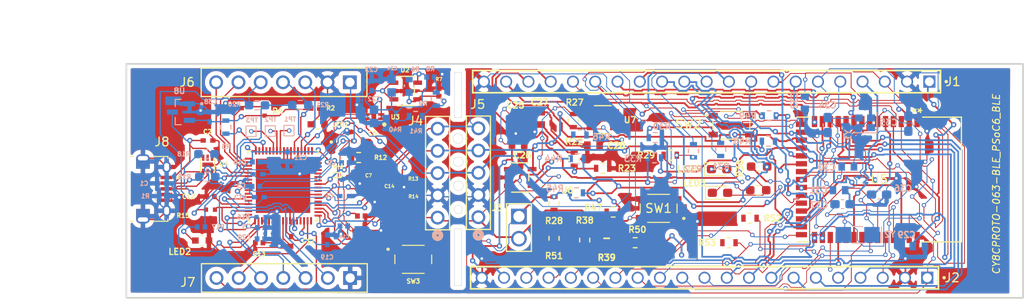
<source format=kicad_pcb>
(kicad_pcb (version 20241229) (generator "pcbnew") (generator_version "9.0")
  (layers (0 "F.Cu" signal) (2 "B.Cu" signal) (13 "F.Paste" user) (15 "B.Paste" user) (5 "F.SilkS" user "F.Silkscreen") (7 "B.SilkS" user "B.Silkscreen") (1 "F.Mask" user) (3 "B.Mask" user) (25 "Edge.Cuts" user))
  (net 0 "")
  (net 1 "/Programming_Module/KP_DP")
  (net 2 "Net-(U1-P15[6]D+)")
  (net 3 "Net-(U1-P15[7]D-)")
  (net 4 "/Programming_Module/KP_DM")
  (net 5 "/Programming_Module/I2C_SDA")
  (net 6 "/Programming_Module/I2C_SCL")
  (net 7 "Net-(R40-Pad2)")
  (net 8 "/Programming_Module/VOUT")
  (net 9 "/Programming_Module/VBUS_IN")
  (net 10 "P5LP_VDD")
  (net 11 "Net-(U1-P0[4])")
  (net 12 "Net-(U1-P3[2])")
  (net 13 "Net-(U1-VCCA)")
  (net 14 "P5LP_VCCD")
  (net 15 "/Programming_Module/VBUS")
  (net 16 "/Programming_Module/UART_TX")
  (net 17 "/Programming_Module/UART_RX")
  (net 18 "/Programming_Module/P5LP12_5")
  (net 19 "/Programming_Module/P5LP0_1")
  (net 20 "/Programming_Module/P5LP0_2")
  (net 21 "/Programming_Module/P5LP3_6")
  (net 22 "/Programming_Module/P5LP3_4")
  (net 23 "/Programming_Module/P5LP3_0")
  (net 24 "/Programming_Module/P5LP3_5")
  (net 25 "unconnected-(J8-ID-Pad4)")
  (net 26 "Net-(LED1-A)")
  (net 27 "Net-(LED2-A)")
  (net 28 "/Programming_Module/USB_V_SENSE")
  (net 29 "Net-(U2-ADJ)")
  (net 30 "Net-(R8-Pad2)")
  (net 31 "/Programming_Module/UART_CTS")
  (net 32 "/Programming_Module/P5LP_SIO_VREF")
  (net 33 "/Programming_Module/VTARG_MEAS")
  (net 34 "/Programming_Module/P5LP1_4")
  (net 35 "/Programming_Module/P5LP1_2")
  (net 40 "/Programming_Module/P5LP2_4")
  (net 44 "Net-(U1-XRES)")
  (net 45 "/Programming_Module/P5LP2_2")
  (net 48 "/Programming_Module/P5LP2_3")
  (net 52 "/Programming_Module/P5LP2_1")
  (net 56 "Net-(U1-P1[0])")
  (net 57 "/Programming_Module/P5LP2_0")
  (net 59 "Net-(U1-P1[1])")
  (net 63 "Net-(U1-VDDD-Pad24)")
  (net 64 "Net-(U1-VDDIO)")
  (net 65 "Net-(U1-VDDD-Pad59)")
  (net 66 "Net-(U1-VDDIO2)")
  (net 67 "/BLE_Module/P12_6")
  (net 68 "/BLE_Module/P12_7")
  (net 69 "/BLE_Module/P0_0")
  (net 70 "/BLE_Module/P0_1")
  (net 71 "/BLE_Module/P9_5")
  (net 72 "/BLE_Module/P9_2")
  (net 73 "/BLE_Module/P6_2")
  (net 74 "/BLE_Module/P0_4")
  (net 75 "/BLE_Module/XRES")
  (net 76 "/BLE_Module/P7_1")
  (net 77 "/BLE_Module/P7_2")
  (net 78 "/BLE_Module/P9_3")
  (net 79 "/BLE_Module/P9_6")
  (net 80 "/BLE_Module/P7_7")
  (net 81 "/BLE_Module/P9_0")
  (net 82 "/BLE_Module/P9_4")
  (net 83 "/BLE_Module/P6_VDD")
  (net 84 "/BLE_Module/P9_1")
  (net 85 "/BLE_Module/P6_3")
  (net 86 "/BLE_Module/P0_5")
  (net 87 "/BLE_Module/VBACKUP")
  (net 88 "/BLE_Module/P10_2")
  (net 89 "/BLE_Module/P10_3")
  (net 90 "/BLE_Module/P10_1")
  (net 91 "/BLE_Module/P10_6")
  (net 92 "/BLE_Module/P5_0")
  (net 93 "/BLE_Module/P10_0")
  (net 94 "/BLE_Module/VIN")
  (net 95 "/BLE_Module/P5_2")
  (net 96 "/BLE_Module/P5_4")
  (net 97 "/BLE_Module/P5_6")
  (net 98 "/BLE_Module/P10_4")
  (net 99 "/BLE_Module/P5_3")
  (net 100 "/BLE_Module/VREF")
  (net 101 "/BLE_Module/P6_5")
  (net 102 "/BLE_Module/P6_4")
  (net 103 "/BLE_Module/P5_5")
  (net 104 "/BLE_Module/P5_1")
  (net 105 "/BLE_Module/P10_5")
  (net 106 "Net-(LED3-A)")
  (net 107 "/BLE_Module/P6_6")
  (net 108 "/BLE_Module/P6_7")
  (net 109 "/BLE_Module/PMIC_EN")
  (net 110 "/BLE_Module/VCC_3V3")
  (net 111 "Net-(U6-ADJ)")
  (net 112 "Net-(R31-Pad2)")
  (net 113 "/BLE_Module/I2C_SDA")
  (net 114 "/BLE_Module/I2C_SCL")
  (net 115 "/BLE_Module/UART_TX")
  (net 116 "/BLE_Module/UART_RX")
  (net 118 "VTARG")
  (net 119 "GND")
  (net 120 "RESET")
  (net 121 "SWDCLK")
  (net 122 "SWDIO")
  (net 123 "/Programming_Module/SWDCLK")
  (net 124 "VDD")
  (net 125 "Net-(R31-Pad1)")
  (net 126 "Net-(R30-Pad2)")
  (footprint "Library:CAPC1608X90N" (layer "F.Cu") (at 150.8 90.456674 180)
    (property "Reference" "C28")
    (property "Value" "0.1uF" (hide yes))
  )
  (footprint "A_Library:MOD43_CYBLE-416045-02_INF" (layer "F.Cu") (at 183.380507 94.337675 -90)
    (property "Reference" "U5")
    (property "Value" "CYBLE-416045-02")
  )
  (footprint "Library:RES_R0603_ROM" (layer "F.Cu") (at 151.85 93.056674)
    (property "Reference" "R23")
    (property "Value" "57.6K" (hide yes))
  )
  (footprint "A_Library:CAP_CL05_SAM" (layer "F.Cu") (at 124.149987 100.203874)
    (property "Reference" "C8" (hide yes))
    (property "Value" "0.1uF" (hide yes))
  )
  (footprint "A_Library:U2" (layer "F.Cu") (at 129.397188 84.231673)
    (property "Reference" "U2")
    (property "Value" "AP7365-WG-7" (hide yes))
  )
  (footprint "LED_SMD:LED_0603_1608Metric_Pad1.05x0.95mm_HandSolder" (layer "F.Cu") (at 165.225 95.856674)
    (property "Reference" "LED3")
    (property "Value" "RED LED" (hide yes))
  )
  (footprint "A_Library:R5,16" (layer "F.Cu") (at 110.187987 86.181674)
    (property "Reference" "R5" (hide yes))
    (property "Value" "30K" (hide yes))
  )
  (footprint "LED_SMD:LED_0603_1608Metric_Pad1.05x0.95mm_HandSolder" (layer "F.Cu") (at 165.125 93.156674)
    (property "Reference" "LED4")
    (property "Value" "GREEN LED" (hide yes))
  )
  (footprint "A_Library:CAP_CL05_SAM" (layer "F.Cu") (at 124.022187 89.931674)
    (property "Reference" "C6")
    (property "Value" "0.1uF" (hide yes))
  )
  (footprint "A_Library:J6,J7" (layer "F.Cu") (at 123.049987 105.581674)
    (property "Reference" "J7")
    (property "Value" "Conn_01x07" (hide yes))
  )
  (footprint "A_Library:LED_LTST-C191KRKT_LTO" (layer "F.Cu") (at 119.350287 88.031674 180)
    (property "Reference" "LED1")
    (property "Value" "POWER LED" (hide yes))
  )
  (footprint "A_Library:SAMTEC_TSW-121-08-G-S" (layer "F.Cu") (at 189.1 83.156674 180)
    (property "Reference" "J1")
    (property "Value" "Conn_01x21" (hide yes))
  )
  (footprint "A_Library:AMPHENOL_10118194-0001LF" (layer "F.Cu") (at 99.424987 95.406674 -90)
    (property "Reference" "J8")
    (property "Value" "10118194-0001LF" (hide yes))
  )
  (footprint "Library:3" (layer "F.Cu") (at 106.799987 92.651674 90)
    (property "Reference" "U4")
    (property "Value" "~")
  )
  (footprint "Resistor_SMD:R_0603_1608Metric_Pad0.98x0.95mm_HandSolder" (layer "F.Cu") (at 169.6875 92.856674 180)
    (property "Reference" "R37" (hide yes))
    (property "Value" "330ohm" (hide yes))
  )
  (footprint "A_Library:SOT25_DIO" (layer "F.Cu") (at 142.447201 94.106673)
    (property "Reference" "U6")
    (property "Value" "AP7365-WG-7" (hide yes))
  )
  (footprint "A_Library:R2,17" (layer "F.Cu") (at 119.069987 86.181674)
    (property "Reference" "R2")
    (property "Value" "2.2K" (hide yes))
  )
  (footprint "A_Library:CONN_961102-6404-AR_3MM" (layer "F.Cu") (at 142.3 98.556674 -90)
    (property "Reference" "J3")
    (property "Value" "HDR2" (hide yes))
  )
  (footprint "A_Library:R4,15" (layer "F.Cu") (at 113.299987 86.531674 90)
    (property "Reference" "R4")
    (property "Value" "15K" (hide yes))
  )
  (footprint "A_Library:CAP_CL05_SAM" (layer "F.Cu") (at 116.324987 101.409474 -90)
    (property "Reference" "C17")
    (property "Value" "0.1uF" (hide yes))
  )
  (footprint "A_Library:R4,15" (layer "F.Cu") (at 107.124987 97.781674)
    (property "Reference" "R15")
    (property "Value" "15K" (hide yes))
  )
  (footprint "A_Library:R3,R28,R29,R31,R47,R48,R49,R50,R51,R52,R53" (layer "F.Cu") (at 124.024987 91.831674)
    (property "Reference" "R12")
    (property "Value" "100K" (hide yes))
  )
  (footprint "Library:QFN40P800X800X100-69N" (layer "F.Cu") (at 115.4 95.056674 -90)
    (property "Reference" "U1")
    (property "Value" "~")
  )
  (footprint "A_Library:SIP32510DT-T1-GE3_VIS" (layer "F.Cu") (at 151.8665 87.506673)
    (property "Reference" "U7")
    (property "Value" "SIP32510DT-T1-GE3" (hide yes))
  )
  (footprint "Library:RES_R0603_ROM" (layer "F.Cu") (at 149.8 101.256674 -90)
    (property "Reference" "R38")
    (property "Value" "4.7k" (hide yes))
  )
  (footprint "Library:CAPC1608X90N" (layer "F.Cu") (at 142.2 90.356674 180)
    (property "Reference" "C26")
    (property "Value" "0.1uF" (hide yes))
  )
  (footprint "A_Library:BOM_3" (layer "F.Cu") (at 124.317987 98.503874)
    (property "Reference" "C11" (hide yes))
    (property "Value" "1.0uF" (hide yes))
  )
  (footprint "A_Library:R13,14" (layer "F.Cu") (at 128.554987 94.181674 180)
    (property "Reference" "R13")
    (property "Value" "49.9K" (hide yes))
  )
  (footprint "Library:RES_R0603_ROM" (layer "F.Cu") (at 153.05 98.056674)
    (property "Reference" "R47")
    (property "Value" "0ohm" (hide yes))
  )
  (footprint "Library:RES_R0603_ROM" (layer "F.Cu") (at 155.55 101.556674 180)
    (property "Reference" "R50")
    (property "Value" "0ohm" (hide yes))
  )
  (footprint "A_Library:BOM_3" (layer "F.Cu") (at 123.717987 93.881674)
    (property "Reference" "C7")
    (property "Value" "1.0uF" (hide yes))
  )
  (footprint "Library:RES_R0603_ROM" (layer "F.Cu") (at 148.5 87.606674 90)
    (property "Reference" "R27")
    (property "Value" "0ohm" (hide yes))
  )
  (footprint "Library:RES_R0603_ROM" (layer "F.Cu") (at 159.55 91.556674)
    (property "Reference" "R29")
    (property "Value" "0ohm" (hide yes))
  )
  (footprint "A_Library:SAMTEC_TSW-121-08-G-S" (layer "F.Cu") (at 188.86 105.556674 180)
    (property "Reference" "J2")
    (property "Value" "Conn_01x21" (hide yes))
  )
  (footprint "Resistor_SMD:R_0603_1608Metric_Pad0.98x0.95mm_HandSolder" (layer "F.Cu") (at 169.5875 95.556674 180)
    (property "Reference" "R36")
    (property "Value" "470ohm" (hide yes))
  )
  (footprint "Library:RES_R0603_ROM" (layer "F.Cu") (at 146.3 101.056674 90)
    (property "Reference" "R51")
    (property "Value" "0ohm" (hide yes))
  )
  (footprint "Library:SW_SKRPACE010" (layer "F.Cu") (at 166.525 88.131674)
    (property "Reference" "SW2")
    (property "Value" "SKRPACE010" (hide yes))
  )
  (footprint "Library:SON50P160X120X60-5N-D" (layer "F.Cu") (at 125.749987 87.156674 180)
    (property "Reference" "U3")
    (property "Value" "SIP32408DNP-T1-GE4" (hide yes))
  )
  (footprint "Library:SW_SKRPACE010" (layer "F.Cu") (at 130.249987 103.456674)
    (property "Reference" "SW3")
    (property "Value" "SKRPACE010" (hide yes))
  )
  (footprint "Library:CAPC1608X90N" (layer "F.Cu") (at 144.8 87.356674 -90)
    (property "Reference" "C27")
    (property "Value" "4.7uF" (hide yes))
  )
  (footprint "A_Library:LED_LTST-C191KRKT_LTO" (layer "F.Cu") (at 106.175287 101.306674 180)
    (property "Reference" "LED2")
    (property "Value" "STATUS LED" (hide yes))
  )
  (footprint "A_Library:J6,J7" (layer "F.Cu") (at 123.014987 83.231674)
    (property "Reference" "J6")
    (property "Value" "Conn_01x07" (hide yes))
  )
  (footprint "A_Library:BOM_3" (layer "F.Cu") (at 125.6 95.106674)
    (property "Reference" "C14")
    (property "Value" "1.0uF" (hide yes))
  )
  (footprint "Library:R38,39" (layer "F.Cu") (at 152.3 101.056674 90)
    (property "Reference" "R39")
    (property "Value" "4.7k" (hide yes))
  )
  (footprint "Library:RES_R0603_ROM" (layer "F.Cu") (at 166.25 101.556674 180)
    (property "Reference" "R53")
    (property "Value" "0ohm" (hide yes))
  )
  (footprint "Library:SW_SKRPACE010" (layer "F.Cu") (at 158.225 97.631674 180)
    (property "Reference" "SW1")
    (property "Value" "SKRPACE010" (hide yes))
  )
  (footprint "A_Library:R7" (layer "F.Cu") (at 133.174987 84.388674 -90)
    (property "Reference" "R7")
    (property "Value" "57.6K" (hide yes))
  )
  (footprint "A_Library:CAP_CL05_SAM" (layer "F.Cu") (at 106.847187 89.881674 180)
    (property "Reference" "C2")
    (property "Value" "0.1uF" (hide yes))
  )
  (footprint "A_Library:CONN_SD-42375-001_M240_05_MOL" (layer "F.Cu") (at 133.024987 98.686674 -90)
    (property "Reference" "J4")
    (property "Value" "Conn_01x05" (hide yes))
  )
  (footprint "Library:RES_R0603_ROM" (layer "F.Cu") (at 146.3 97.056674 90)
    (property "Reference" "R28")
    (property "Value" "0ohm" (hide yes))
  )
  (footprint "A_Library:CONN_SD-42375-001_M240_05_MOL" (layer "F.Cu") (at 137.674987 98.646674 -90)
    (property "Reference" "J5")
    (property "Value" "Conn_01x05" (hide yes))
  )
  (footprint "Library:CAPC1608X90N" (layer "F.Cu") (at 142.2 87.256674 180)
    (property "Reference" "C25")
    (property "Value" "0.47uF" (hide yes))
  )
  (footprint "A_Library:BOM_3" (layer "F.Cu") (at 112.674987 101.556674 180)
    (property "Reference" "C13")
    (property "Value" "1.0uF" (hide yes))
  )
  (footprint "Library:RES_R0603_ROM" (layer "F.Cu") (at 148.6 92.006674 90)
    (property "Reference" "R22")
    (property "Value" "180K" (hide yes))
  )
  (footprint "A_Library:R13,14" (layer "F.Cu") (at 128.554987 96.181674 180)
    (property "Reference" "R14")
    (property "Value" "49.9K" (hide yes))
  )
  (footprint "A_Library:BOM_3" (layer "F.Cu") (at 107.136987 96.281674 180)
    (property "Reference" "C12")
    (property "Value" "1.0uF" (hide yes))
  )
  (footprint "Library:RES_R0603_ROM" (layer "F.Cu") (at 168.65 98.756674 180)
    (property "Reference" "R52")
    (property "Value" "0ohm" (hide yes))
  )
  (footprint "A_Library:CAP_CL05_SAM" (layer "B.Cu") (at 112.7 96.356674 180)
    (property "Reference" "C15")
    (property "Value" "0.1uF" (hide yes))
  )
  (footprint "Library:CAPC1608X90N" (layer "B.Cu") (at 178.8 95.556674 180)
    (property "Reference" "C31")
    (property "Value" "0.47nF" (hide yes))
  )
  (footprint "A_Library:R3,R28,R29,R31,R47,R48,R49,R50,R51,R52,R53" (layer "B.Cu") (at 130.524987 87.131674 180)
    (property "Reference" "R41")
    (property "Value" "0ohm" (hide yes))
  )
  (footprint "Resistor_SMD:R_0603_1608Metric_Pad0.98x0.95mm_HandSolder" (layer "B.Cu") (at 106.762487 94.031674)
    (property "Reference" "R19")
    (property "Value" "22E" (hide yes))
  )
  (footprint "A_Library:CAP_CL05_SAM" (layer "B.Cu") (at 120.425 101.206674 90)
    (property "Reference" "C19")
    (property "Value" "0.1uF" (hide yes))
  )
  (footprint "A_Library:BOM_3" (layer "B.Cu") (at 112.870987 101.131674)
    (property "Reference" "C20")
    (property "Value" "1.0uF" (hide yes))
  )
  (footprint "A_Library:R1" (layer "B.Cu") (at 101.694487 96.231674 -90)
    (property "Reference" "R1")
    (property "Value" "100K" (hide yes))
  )
  (footprint "Library:2" (layer "B.Cu") (at 103.754987 86.631674 180)
    (property "Reference" "U8")
    (property "Value" "~")
  )
  (footprint "A_Library:BOM_3" (layer "B.Cu") (at 112.342987 92.331674)
    (property "Reference" "C16")
    (property "Value" "1.0uF" (hide yes))
  )
  (footprint "Library:RES_R0603_ROM" (layer "B.Cu") (at 170.85 87.056674 180)
    (property "Reference" "R49")
    (property "Value" "0ohm" (hide yes))
  )
  (footprint "Library:RES_R0603_ROM" (layer "B.Cu") (at 148.95 91.956674 180)
    (property "Reference" "R44")
    (property "Value" "0ohm" (hide yes))
  )
  (footprint "A_Library:BOM_4" (layer "B.Cu") (at 127.774987 83.631674 90)
    (property "Reference" "C24")
    (property "Value" "4.7uF" (hide yes))
  )
  (footprint "Library:RES_R0603_ROM" (layer "B.Cu") (at 165.3 90.906674 -90)
    (property "Reference" "R31")
    (property "Value" "0ohm" (hide yes))
  )
  (footprint "TestPoint:TestPoint_THTPad_1.0x1.0mm_Drill0.5mm" (layer "B.Cu") (at 111.774987 88.831674 180)
    (property "Reference" "TP3")
    (property "Value" "TestPoint" (hide yes))
  )
  (footprint "A_Library:CAP_CL05_SAM" (layer "B.Cu") (at 107.024987 87.184474 -90)
    (property "Reference" "C38")
    (property "Value" "0.1uF" (hide yes))
  )
  (footprint "Library:RES_R0603_ROM" (layer "B.Cu") (at 157.85 89.556674 180)
    (property "Reference" "R30")
    (property "Value" "10K" (hide yes))
  )
  (footprint "Library:CAPC1608X90N" (layer "B.Cu") (at 179.8 92.856674 180)
    (property "Reference" "C30")
    (property "Value" "0.47nF" (hide yes))
  )
  (footprint "A_Library:BOM_3" (layer "B.Cu") (at 112.906987 99.831674)
    (property "Reference" "C3")
    (property "Value" "1.0uF" (hide yes))
  )
  (footprint "Capacitor_SMD:C_0603_1608Metric_Pad1.08x0.95mm_HandSolder" (layer "B.Cu") (at 186.7 87.956674 -90)
    (property "Reference" "C35")
    (property "Value" "10pF" (hide yes))
  )
  (footprint "Capacitor_SMD:C_0603_1608Metric_Pad1.08x0.95mm_HandSolder" (layer "B.Cu") (at 177.5 88.119174 90)
    (property "Reference" "C34")
    (property "Value" "10pF" (hide yes))
  )
  (footprint "A_Library:BOM_3" (layer "B.Cu") (at 112.306987 95.131674 180)
    (property "Reference" "C5")
    (property "Value" "1.0uF" (hide yes))
  )
  (footprint "Library:RES_R0603_ROM" (layer "B.Cu") (at 148.85 95.856674)
    (property "Reference" "R45")
    (property "Value" "10K" (hide yes))
  )
  (footprint "Library:RES_R0603_ROM" (layer "B.Cu") (at 170.75 89.956674 180)
    (property "Reference" "R48")
    (property "Value" "0ohm" (hide yes))
  )
  (footprint "Resistor_SMD:R_0201_0603Metric_Pad0.64x0.40mm_HandSolder" (layer "B.Cu") (at 128.274987 87.199174 -90)
    (property "Reference" "R40")
    (property "Value" "120K" (hide yes))
  )
  (footprint "Resistor_SMD:R_0603_1608Metric_Pad0.98x0.95mm_HandSolder" (layer "B.Cu") (at 117.362487 85.831674 180)
    (property "Reference" "R21")
    (property "Value" "4.7K" (hide yes))
  )
  (footprint "A_Library:R6" (layer "B.Cu") (at 129.774987 83.631674 -90)
    (property "Reference" "R6")
    (property "Value" "180K" (hide yes))
  )
  (footprint "A_Library:G-155_MUR" (layer "B.Cu") (at 101.590587 94.781674)
    (property "Reference" "C1")
    (property "Value" "10nF" (hide yes))
  )
  (footprint "TestPoint:TestPoint_THTPad_1.0x1.0mm_Drill0.5mm" (layer "B.Cu") (at 113.974987 88.806674 180)
    (property "Reference" "TP2")
    (property "Value" "TestPoint" (hide yes))
  )
  (footprint "A_Library:R8" (layer "B.Cu") (at 132.206987 82.631674)
    (property "Reference" "R8")
    (property "Value" "383K" (hide yes))
  )
  (footprint "A_Library:CAP_CL05_SAM" (layer "B.Cu") (at 112.527787 93.731674)
    (property "Reference" "C10" (hide yes))
    (property "Value" "0.1uF" (hide yes))
  )
  (footprint "Library:RES_R0603_ROM" (layer "B.Cu") (at 162.2 91.056674 -90)
    (property "Reference" "R32")
    (property "Value" "0ohm" (hide yes))
  )
  (footprint "TestPoint:TestPoint_THTPad_1.0x1.0mm_Drill0.5mm" (layer "B.Cu") (at 116.099987 88.756674 180)
    (property "Reference" "TP1")
    (property "Value" "TestPoint" (hide yes))
  )
  (footprint "A_Library:CAP_CL05_SAM" (layer "B.Cu") (at 125.524987 83.631674 90)
    (property "Reference" "C23")
    (property "Value" "0.1uF" (hide yes))
  )
  (footprint "A_Library:CAP_CL05_SAM" (layer "B.Cu") (at 115.899987 91.731674 -90)
    (property "Reference" "C21")
    (property "Value" "0.1uF" (hide yes))
  )
  (footprint "A_Library:R3,R28,R29,R31,R47,R48,R49,R50,R51,R52,R53" (layer "B.Cu") (at 132.874987 85.156674 90)
    (property "Reference" "R9")
    (property "Value" "0ohm" (hide yes))
  )
  (footprint "Resistor_SMD:R_0603_1608Metric_Pad0.98x0.95mm_HandSolder" (layer "B.Cu") (at 106.662487 91.431674)
    (property "Reference" "R18")
    (property "Value" "22E" (hide yes))
  )
  (footprint "Capacitor_SMD:C_0603_1608Metric_Pad1.08x0.95mm_HandSolder" (layer "B.Cu") (at 179.2 97.156674 180)
    (property "Reference" "C37")
    (property "Value" "22pF" (hide yes))
  )
  (footprint "A_Library:BOM_3" (layer "B.Cu") (at 122.331987 99.656674 180)
    (property "Reference" "C18")
    (property "Value" "1.0uF" (hide yes))
  )
  (footprint "Library:CAPC1608X90N" (layer "B.Cu") (at 174.9 85.556674 -90)
    (property "Reference" "C32")
    (property "Value" "2.2nF" (hide yes))
  )
  (footprint "A_Library:R2,17" (layer "B.Cu") (at 106.054987 99.756674 180)
    (property "Reference" "R17")
    (property "Value" "2.2K" (hide yes))
  )
  (footprint "Library:RES_R0603_ROM" (layer "B.Cu") (at 149.25 89.256674 180)
    (property "Reference" "R46")
    (property "Value" "0ohm" (hide yes))
  )
  (footprint "Crystal:Crystal_SMD_2016-4Pin_2.0x1.6mm" (layer "B.Cu") (at 181.75 87.856674 180)
    (property "Reference" "Y1")
    (property "Value" "24Mhz" (hide yes))
  )
  (footprint "A_Library:CAP_CL05_SAM" (layer "B.Cu") (at 122.427787 96.231674)
    (property "Reference" "C4")
    (property "Value" "0.1uF" (hide yes))
  )
  (footprint "Capacitor_SMD:C_0603_1608Metric_Pad1.08x0.95mm_HandSolder" (layer "B.Cu") (at 183.3625 96.056674 180)
    (property "Reference" "C36")
    (property "Value" "22pF" (hide yes))
  )
  (footprint "Library:CAPC1608X90N" (layer "B.Cu") (at 187.9 101.956674 180)
    (property "Reference" "C29")
    (property "Value" "10uF" (hide yes))
  )
  (footprint "Crystal:Crystal_SMD_G8-2Pin_3.2x1.5mm_HandSoldering" (layer "B.Cu") (at 180.925 100.656674 180)
    (property "Reference" "Y2")
    (property "Value" "32.768KHz" (hide yes))
  )
  (footprint "A_Library:BOM_3" (layer "B.Cu") (at 122.506987 92.431674)
    (property "Reference" "C9")
    (property "Value" "1.0uF" (hide yes))
  )
  (footprint "A_Library:R5,16" (layer "B.Cu") (at 112.894987 98.631674 180)
    (property "Reference" "R16")
    (property "Value" "30K" (hide yes))
  )
  (footprint "Library:RES_R0603_ROM" (layer "B.Cu") (at 157.75 91.856674 180)
    (property "Reference" "R33")
    (property "Value" "10K" (hide yes))
  )
  (footprint "A_Library:BOM_4" (layer "B.Cu") (at 125.774987 87.131674 -90)
    (property "Reference" "C22")
    (property "Value" "4.7uF" (hide yes))
  )
  (footprint "Resistor_SMD:R_0603_1608Metric_Pad0.98x0.95mm_HandSolder" (layer "B.Cu") (at 112.437487 85.856674)
    (property "Reference" "R20")
    (property "Value" "4.7K" (hide yes))
  )
  (footprint "A_Library:R3,R28,R29,R31,R47,R48,R49,R50,R51,R52,R53" (layer "B.Cu") (at 108.875 88.356674 -90)
    (property "Reference" "R3")
    (property "Value" "0ohm" (hide yes))
  )
  (gr_circle (center 135.379912 97.756674) (end 135.85 97.856674) (stroke (width 0.05)) (fill no) (layer "Edge.Cuts"))
  (gr_rect (start 134.95 82.106674) (end 135.75 87.256674) (stroke (width 0.05)) (fill no) (layer "Edge.Cuts"))
  (gr_rect (start 134.95 99.956674) (end 135.75 106.456674) (stroke (width 0.05)) (fill no) (layer "Edge.Cuts"))
  (gr_circle (center 135.35 89.656674) (end 135.85 89.906674) (stroke (width 0.05)) (fill no) (layer "Edge.Cuts"))
  (gr_circle (center 135.384109 92.306674) (end 135.9 92.506674) (stroke (width 0.05)) (fill no) (layer "Edge.Cuts"))
  (gr_circle (center 135.4 95.056674) (end 135.9 95.306674) (stroke (width 0.05)) (fill no) (layer "Edge.Cuts"))
  (gr_rect (start 97.534987 81.131674) (end 199.774987 107.851674) (stroke (width 0.2)) (fill no) (layer "Edge.Cuts"))
  (gr_text "CY8CPROTO-063-BLE_PSoC6_BLE" (at 197.2 105.256674 90) (layer "F.SilkS") (effects (font (size 0.8 0.8) (thickness 0.125) (bold yes) (italic yes)) (justify left bottom)))
  (segment (start 106.799987 93.456674) (end 106.799987 93.830308) (width 0.15) (layer "F.Cu") (net 1))
  (segment (start 105.523621 95.106674) (end 103.4 95.106674) (width 0.15) (layer "F.Cu") (net 1))
  (segment (start 103.4 95.106674) (end 103.1 95.406674) (width 0.15) (layer "F.Cu") (net 1))
  (segment (start 103.1 95.406674) (end 102.099987 95.406674) (width 0.15) (layer "F.Cu") (net 1))
  (segment (start 104.525 95.406674) (end 103.1 95.406674) (width 0.15) (layer "F.Cu") (net 1))
  (segment (start 106.799987 93.830308) (end 105.523621 95.106674) (width 0.15) (layer "F.Cu") (net 1))
  (segment (start 104.925 95.806674) (end 104.525 95.406674) (width 0.15) (layer "F.Cu") (net 1))
  (via (at 104.925 95.806674) (size 0.6) (drill 0.3) (layers "F.Cu" "B.Cu") (net 1))
  (segment (start 104.149987 95.031661) (end 104.925 95.806674) (width 0.15) (layer "B.Cu") (net 1))
  (segment (start 104.149987 93.031674) (end 105.749987 91.431674) (width 0.15) (layer "B.Cu") (net 1))
  (segment (start 104.149987 95.031661) (end 104.149987 93.031674) (width 0.15) (layer "B.Cu") (net 1))
  (segment (start 108.75 92.806674) (end 109.475 93.531674) (width 0.15) (layer "F.Cu") (net 2))
  (segment (start 109.475 93.531674) (end 111.454987 93.531674) (width 0.15) (layer "F.Cu") (net 2))
  (via (at 108.75 92.806674) (size 0.6) (drill 0.3) (layers "F.Cu" "B.Cu") (net 2))
  (segment (start 107.574987 91.631661) (end 108.75 92.806674) (width 0.15) (layer "B.Cu") (net 2))
  (segment (start 107.574987 91.631674) (end 107.574987 91.431674) (width 0.15) (layer "B.Cu") (net 2))
  (segment (start 107.574987 91.431674) (end 107.574987 91.631661) (width 0.15) (layer "B.Cu") (net 2))
  (segment (start 108.94 93.941674) (end 111.39 93.941674) (width 0.15) (layer "F.Cu") (net 3))
  (segment (start 108.7 94.181674) (end 108.94 93.941674) (width 0.15) (layer "F.Cu") (net 3))
  (via (at 108.7 94.181674) (size 0.6) (drill 0.3) (layers "F.Cu" "B.Cu") (net 3))
  (segment (start 107.824987 94.181674) (end 108.7 94.181674) (width 0.15) (layer "B.Cu") (net 3))
  (segment (start 107.974987 94.331674) (end 107.674987 94.031674) (width 0.15) (layer "B.Cu") (net 3))
  (segment (start 107.674987 94.031674) (end 106.812487 93.169174) (width 0.15) (layer "B.Cu") (net 3))
  (segment (start 106.812487 93.169174) (end 107.824987 94.181674) (width 0.15) (layer "B.Cu") (net 3))
  (segment (start 104.724987 94.381674) (end 104.349987 94.756674) (width 0.15) (layer "F.Cu") (net 4))
  (segment (start 104.3 93.456674) (end 103 94.756674) (width 0.15) (layer "F.Cu") (net 4))
  (segment (start 103 94.756674) (end 102.099987 94.756674) (width 0.15) (layer "F.Cu") (net 4))
  (segment (start 106.299987 93.456674) (end 104.3 93.456674) (width 0.15) (layer "F.Cu") (net 4))
  (segment (start 104.649987 94.456674) (end 104.599987 94.456674) (width 0.15) (layer "F.Cu") (net 4))
  (segment (start 104.724987 94.381674) (end 104.649987 94.456674) (width 0.15) (layer "F.Cu") (net 4))
  (segment (start 104.349987 94.756674) (end 102.099987 94.756674) (width 0.15) (layer "F.Cu") (net 4))
  (via (at 104.724987 94.381674) (size 0.6) (drill 0.3) (layers "F.Cu" "B.Cu") (net 4))
  (segment (start 105.849987 94.331674) (end 105.849987 94.031674) (width 0.15) (layer "B.Cu") (net 4))
  (segment (start 105.499987 94.381674) (end 105.849987 94.031674) (width 0.15) (layer "B.Cu") (net 4))
  (segment (start 104.724987 94.381674) (end 105.499987 94.381674) (width 0.15) (layer "B.Cu") (net 4))
  (segment (start 112.878525 99.751674) (end 113.608564 99.751674) (width 0.15) (layer "F.Cu") (net 5))
  (segment (start 110.548525 102.081674) (end 112.878525 99.751674) (width 0.15) (layer "F.Cu") (net 5))
  (segment (start 108.625 102.081674) (end 110.548525 102.081674) (width 0.15) (layer "F.Cu") (net 5))
  (segment (start 113.608564 99.751674) (end 113.8 99.560238) (width 0.15) (layer "F.Cu") (net 5))
  (segment (start 113.8 99.560238) (end 113.8 99.056674) (width 0.15) (layer "F.Cu") (net 5))
  (segment (start 108.125 101.581674) (end 108.625 102.081674) (width 0.15) (layer "F.Cu") (net 5))
  (via (at 108.125 101.581674) (size 0.6) (drill 0.3) (layers "F.Cu" "B.Cu") (net 5))
  (segment (start 110.824987 85.156674) (end 109.189575 85.156674) (width 0.15) (layer "B.Cu") (net 5))
  (segment (start 109.189575 85.156674) (end 109.088575 85.055674) (width 0.15) (layer "B.Cu") (net 5))
  (segment (start 105.4 84.281674) (end 101.4 84.281674) (width 0.15) (layer "B.Cu") (net 5))
  (segment (start 101.4 84.281674) (end 101.4 89.181674) (width 0.15) (layer "B.Cu") (net 5))
  (segment (start 103.799987 95.636686) (end 104.124994 95.961693) (width 0.15) (layer "B.Cu") (net 5))
  (segment (start 106.4 85.281674) (end 105.4 84.281674) (width 0.15) (layer "B.Cu") (net 5))
  (segment (start 103.499987 100.018501) (end 103.499987 101.556661) (width 0.15) (layer "B.Cu") (net 5))
  (segment (start 111.524987 85.856674) (end 110.824987 85.156674) (width 0.15) (layer "B.Cu") (net 5))
  (segment (start 111.524987 85.856674) (end 111.524987 84.561674) (width 0.15) (layer "B.Cu") (net 5))
  (segment (start 109.088575 85.055674) (end 108.611399 85.055674) (width 0.15) (layer "B.Cu") (net 5))
  (segment (start 106.525 85.156674) (end 106.4 85.281674) (width 0.15) (layer "B.Cu") (net 5))
  (segment (start 111.524987 84.561674) (end 112.854987 83.231674) (width 0.15) (layer "B.Cu") (net 5))
  (segment (start 104.124994 99.393494) (end 103.499987 100.018501) (width 0.15) (layer "B.Cu") (net 5))
  (segment (start 101.4 89.181674) (end 103.799987 91.581661) (width 0.15) (layer "B.Cu") (net 5))
  (segment (start 103.799987 91.581661) (end 103.799987 95.636686) (width 0.15) (layer "B.Cu") (net 5))
  (segment (start 107.15 102.556674) (end 108.125 101.581674) (width 0.15) (layer "B.Cu") (net 5))
  (segment (start 103.499987 101.556661) (end 104.5 102.556674) (width 0.15) (layer "B.Cu") (net 5))
  (segment (start 104.5 102.556674) (end 107.15 102.556674) (width 0.15) (layer "B.Cu") (net 5))
  (segment (start 108.510399 85.156674) (end 106.525 85.156674) (width 0.15) (layer "B.Cu") (net 5))
  (segment (start 108.611399 85.055674) (end 108.510399 85.156674) (width 0.15) (layer "B.Cu") (net 5))
  (segment (start 104.124994 95.961693) (end 104.124994 99.393494) (width 0.15) (layer "B.Cu") (net 5))
  (segment (start 113.349987 83.726674) (end 112.854987 83.231674) (width 0.15) (layer "B.Cu") (net 5))
  (segment (start 117.75 86.906674) (end 117.425 87.231674) (width 0.15) (layer "F.Cu") (net 6))
  (segment (start 117.425 89.306674) (end 116.7 90.031674) (width 0.15) (layer "F.Cu") (net 6))
  (segment (start 116.7 91.056674) (end 116.7 90.031674) (width 0.15) (layer "F.Cu") (net 6))
  (segment (start 117.425 87.231674) (end 117.425 89.306674) (width 0.15) (layer "F.Cu") (net 6))
  (via (at 117.75 86.906674) (size 0.6) (drill 0.3) (layers "F.Cu" "B.Cu") (net 6))
  (segment (start 118.274987 85.681674) (end 115.824987 83.231674) (width 0.15) (layer "B.Cu") (net 6))
  (segment (start 118.274987 85.831674) (end 118.274987 85.681674) (width 0.15) (layer "B.Cu") (net 6))
  (segment (start 118.274987 86.381687) (end 117.75 86.906674) (width 0.15) (layer "B.Cu") (net 6))
  (segment (start 115.824987 83.231674) (end 115.394987 83.231674) (width 0.15) (layer "B.Cu") (net 6))
  (segment (start 118.274987 85.831674) (end 118.274987 86.381687) (width 0.15) (layer "B.Cu") (net 6))
  (segment (start 129.299987 87.606674) (end 128.274987 87.606674) (width 0.15) (layer "B.Cu") (net 7))
  (segment (start 129.774987 87.131674) (end 129.299987 87.606674) (width 0.15) (layer "B.Cu") (net 7))
  (segment (start 130.899987 82.281674) (end 130.749987 82.431674) (width 0.15) (layer "F.Cu") (net 8))
  (segment (start 127.674987 83.281674) (end 126.749987 84.206674) (width 0.15) (layer "F.Cu") (net 8))
  (segment (start 126.749987 84.206674) (end 127.724989 85.181676) (width 0.15) (layer "F.Cu") (net 8))
  (segment (start 128.044389 83.281674) (end 127.674987 83.281674) (width 0.15) (layer "F.Cu") (net 8))
  (segment (start 126.424987 85.206674) (end 126.599987 85.381674) (width 0.15) (layer "F.Cu") (net 8))
  (segment (start 126.599987 85.381674) (end 126.599987 86.906674) (width 0.15) (layer "F.Cu") (net 8))
  (segment (start 130.749987 83.281674) (end 130.749987 83.431374) (width 0.15) (layer "F.Cu") (net 8))
  (segment (start 126.599987 87.406674) (end 126.599987 86.906674) (width 0.15) (layer "F.Cu") (net 8))
  (segment (start 127.724989 85.181676) (end 128.044389 85.181676) (width 0.15) (layer "F.Cu") (net 8))
  (segment (start 130.749987 82.431674) (end 130.749987 83.281672) (width 0.15) (layer "F.Cu") (net 8))
  (via (at 130.899987 82.281674) (size 0.6) (drill 0.3) (layers "F.Cu" "B.Cu") (net 8))
  (via (at 126.424987 85.206674) (size 0.6) (drill 0.3) (layers "F.Cu" "B.Cu") (net 8))
  (via (at 126.749987 84.206674) (size 0.6) (drill 0.3) (layers "F.Cu" "B.Cu") (net 8))
  (segment (start 131.774987 83.945674) (end 131.274987 84.445674) (width 0.15) (layer "B.Cu") (net 8))
  (segment (start 126.749987 84.206674) (end 125.547187 84.206674) (width 0.15) (layer "B.Cu") (net 8))
  (segment (start 130.350287 82.281674) (end 129.774987 82.856974) (width 0.15) (layer "B.Cu") (net 8))
  (segment (start 131.424987 82.281674) (end 131.774987 82.631674) (width 0.15) (layer "B.Cu") (net 8))
  (segment (start 130.899987 82.281674) (end 130.350287 82.281674) (width 0.15) (layer "B.Cu") (net 8))
  (segment (start 131.774987 82.631674) (end 131.774987 83.945674) (width 0.15) (layer "B.Cu") (net 8))
  (segment (start 127.774987 86.231674) (end 127.774987 84.386674) (width 0.15) (layer "B.Cu") (net 8))
  (segment (start 125.774987 86.376674) (end 125.774987 85.856674) (width 0.15) (layer "B.Cu") (net 8))
  (segment (start 124.799987 85.401674) (end 125.774987 86.376674) (width 0.15) (layer "B.Cu") (net 8))
  (segment (start 124.799987 84.909474) (end 124.799987 85.401674) (width 0.15) (layer "B.Cu") (net 8))
  (segment (start 130.899987 82.281674) (end 131.424987 82.281674) (width 0.15) (layer "B.Cu") (net 8))
  (segment (start 128.274987 86.791674) (end 128.274987 86.731674) (width 0.15) (layer "B.Cu") (net 8))
  (segment (start 125.547187 84.206674) (end 125.524987 84.184474) (width 0.15) (layer "B.Cu") (net 8))
  (segment (start 128.274987 86.731674) (end 127.774987 86.231674) (width 0.15) (layer "B.Cu") (net 8))
  (segment (start 125.774987 85.856674) (end 126.424987 85.206674) (width 0.15) (layer "B.Cu") (net 8))
  (segment (start 129.034987 86.031674) (end 128.274987 86.791674) (width 0.15) (layer "B.Cu") (net 8))
  (segment (start 127.629987 86.376674) (end 127.774987 86.231674) (width 0.15) (layer "B.Cu") (net 8))
  (segment (start 124.799987 84.909474) (end 125.524987 84.184474) (width 0.15) (layer "B.Cu") (net 8))
  (segment (start 131.274987 86.031674) (end 129.034987 86.031674) (width 0.15) (layer "B.Cu") (net 8))
  (segment (start 131.274987 84.445674) (end 131.274987 86.031674) (width 0.15) (layer "B.Cu") (net 8))
  (segment (start 125.774987 86.376674) (end 127.629987 86.376674) (width 0.15) (layer "B.Cu") (net 8))
  (segment (start 102.949987 94.106674) (end 104.774987 92.281674) (width 0.15) (layer "F.Cu") (net 9))
  (segment (start 105.124987 90.781674) (end 104.774987 90.431674) (width 0.15) (layer "F.Cu") (net 9))
  (segment (start 106.294387 89.881674) (end 104.774987 89.881674) (width 0.15) (layer "F.Cu") (net 9))
  (segment (start 102.099987 94.106674) (end 102.949987 94.106674) (width 0.15) (layer "F.Cu") (net 9))
  (segment (start 107.299987 91.846674) (end 107.299987 91.47304) (width 0.15) (layer "F.Cu") (net 9))
  (segment (start 104.774987 90.431674) (end 104.774987 89.881674) (width 0.15) (layer "F.Cu") (net 9))
  (segment (start 106.608621 90.781674) (end 105.124987 90.781674) (width 0.15) (layer "F.Cu") (net 9))
  (segment (start 104.774987 92.281674) (end 104.774987 89.881674) (width 0.15) (layer "F.Cu") (net 9))
  (segment (start 107.299987 91.47304) (end 106.608621 90.781674) (width 0.15) (layer "F.Cu") (net 9))
  (via (at 104.774987 89.881674) (size 0.6) (drill 0.3) (layers "F.Cu" "B.Cu") (net 9))
  (segment (start 104.374987 89.881674) (end 102.774987 88.281674) (width 0.15) (layer "B.Cu") (net 9))
  (segment (start 102.774987 88.281674) (end 102.774987 86.631674) (width 0.15) (layer "B.Cu") (net 9))
  (segment (start 104.774987 89.881674) (end 104.374987 89.881674) (width 0.15) (layer "B.Cu") (net 9))
  (segment (start 121.7 98.831687) (end 123.072187 100.203874) (width 0.1) (layer "F.Cu") (net 10))
  (segment (start 121.7 97.747612) (end 121.876 97.923612) (width 0.1) (layer "F.Cu") (net 10))
  (segment (start 121.812988 93.459546) (end 122 93.646558) (width 0.1) (layer "F.Cu") (net 10))
  (segment (start 115.799987 100.331674) (end 115.799987 99.031674) (width 0.15) (layer "F.Cu") (net 10))
  (segment (start 112.3 90.581674) (end 112.3 91.056674) (width 0.15) (layer "F.Cu") (net 10))
  (segment (start 119.425 90.956674) (end 120.45 91.981674) (width 0.15) (layer "F.Cu") (net 10))
  (segment (start 122.363987 97.888442) (end 122.363987 95.513066) (width 0.1) (layer "F.Cu") (net 10))
  (segment (start 122 93.867687) (end 122.363987 94.231674) (width 0.1) (layer "F.Cu") (net 10))
  (segment (start 110.4 88.681674) (end 112.3 90.581674) (width 0.15) (layer "F.Cu") (net 10))
  (segment (start 122 93.646558) (end 122 93.867687) (width 0.1) (layer "F.Cu") (net 10))
  (segment (start 121.876 98.380076) (end 121.7 98.556076) (width 0.1) (layer "F.Cu") (net 10))
  (segment (start 121.801 95.284906) (end 121.7 95.385906) (width 0.1) (layer "F.Cu") (net 10))
  (segment (start 111.074987 100.056674) (end 111.449987 99.681674) (width 0.15) (layer "F.Cu") (net 10))
  (segment (start 122.363987 98.970674) (end 122.363987 98.524906) (width 0.1) (layer "F.Cu") (net 10))
  (segment (start 121.979698 92.836372) (end 121.812988 93.003082) (width 0.1) (layer "F.Cu") (net 10))
  (segment (start 112.3 91.056674) (end 111.725 91.056674) (width 0.15) (layer "F.Cu") (net 10))
  (segment (start 122.273987 97.978442) (end 122.363987 97.888442) (width 0.1) (layer "F.Cu") (net 10))
  (segment (start 121.6 93.47312) (end 121.7 93.57312) (width 0.1) (layer "F.Cu") (net 10))
  (segment (start 117.562703 101.280784) (end 116.749097 101.280784) (width 0.15) (layer "F.Cu") (net 10))
  (segment (start 123.597187 100.203874) (end 122.363987 98.970674) (width 0.1) (layer "F.Cu") (net 10))
  (segment (start 122.363987 95.513066) (end 122.273986 95.423065) (width 0.1) (layer "F.Cu") (net 10))
  (segment (start 121.7 98.556076) (end 121.7 98.831687) (width 0.1) (layer "F.Cu") (net 10))
  (segment (start 120.45 91.981674) (end 120.45 92.331674) (width 0.15) (layer "F.Cu") (net 10))
  (segment (start 121.812988 93.003082) (end 121.812988 93.459546) (width 0.1) (layer "F.Cu") (net 10))
  (segment (start 121.9 92.756674) (end 121.979698 92.836372) (width 0.1) (layer "F.Cu") (net 10))
  (segment (start 121.7 94.727442) (end 121.801 94.828442) (width 0.1) (layer "F.Cu") (net 10))
  (segment (start 122.363987 98.524906) (end 122.273987 98.434906) (width 0.1) (layer "F.Cu") (net 10))
  (segment (start 122.273986 95.423065) (end 122.273986 94.321675) (width 0.1) (layer "F.Cu") (net 10))
  (segment (start 122.249987 89.931674) (end 123.469387 89.931674) (width 0.1) (layer "F.Cu") (net 10))
  (segment (start 116.749097 101.280784) (end 115.799987 100.331674) (width 0.15) (layer "F.Cu") (net 10))
  (segment (start 123.469387 89.931674) (end 122.975 89.931674) (width 0.1) (layer "F.Cu") (net 10))
  (segment (start 121.9 91.006674) (end 121.9 92.756674) (width 0.1) (layer "F.Cu") (net 10))
  (segment (start 108.3 100.056674) (end 111.074987 100.056674) (width 0.15) (layer "F.Cu") (net 10))
  (segment (start 122.363987 94.231674) (end 122.713987 93.881674) (width 0.15) (layer "F.Cu") (net 10))
  (segment (start 111.725 91.056674) (end 111.35 90.681674) (width 0.15) (layer "F.Cu") (net 10))
  (segment (start 111.689987 99.681674) (end 112.214987 99.156674) (width 0.15) (layer "F.Cu") (net 10))
  (segment (start 123.072187 100.203874) (end 123.597187 100.203874) (width 0.1) (layer "F.Cu") (net 10))
  (segment (start 122.273986 94.321675) (end 122.363987 94.231674) (width 0.1) (layer "F.Cu") (net 10))
  (segment (start 121.7 93.57312) (end 121.7 94.727442) (width 0.1) (layer "F.Cu") (net 10))
  (segment (start 122.273987 98.434906) (end 122.273987 97.978442) (width 0.1) (layer "F.Cu") (net 10))
  (segment (start 121.7 95.385906) (end 121.7 97.747612) (width 0.1) (layer "F.Cu") (net 10))
  (segment (start 121.6 92.506674) (end 121.6 93.47312) (width 0.1) (layer "F.Cu") (net 10))
  (segment (start 122.713987 93.881674) (end 123.285987 93.881674) (width 0.15) (layer "F.Cu") (net 10))
  (segment (start 121.275 92.181674) (end 121.6 92.506674) (width 0.1) (layer "F.Cu") (net 10))
  (segment (start 122.975 89.931674) (end 121.9 91.006674) (width 0.1) (layer "F.Cu") (net 10))
  (segment (start 121.801 94.828442) (end 121.801 95.284906) (width 0.1) (layer "F.Cu") (net 10))
  (segment (start 121.876 97.923612) (end 121.876 98.380076) (width 0.1) (layer "F.Cu") (net 10))
  (segment (start 111.449987 99.681674) (end 111.689987 99.681674) (width 0.15) (layer "F.Cu") (net 10))
  (via (at 120.45 92.331674) (size 0.6) (drill 0.3) (layers "F.Cu" "B.Cu") (net 10))
  (via (at 119.425 90.956674) (size 0.6) (drill 0.3) (layers "F.Cu" "B.Cu") (net 10))
  (via (at 108.3 100.056674) (size 0.6) (drill 0.3) (layers "F.Cu" "B.Cu") (net 10))
  (via (at 121.275 92.181674) (size 0.6) (drill 0.3) (layers "F.Cu" "B.Cu") (net 10))
  (via (at 111.449987 99.681674) (size 0.6) (drill 0.3) (layers "F.Cu" "B.Cu") (net 10))
  (via (at 117.562703 101.280784) (size 0.6) (drill 0.3) (layers "F.Cu" "B.Cu") (net 10))
  (via (at 123.513987 89.931674) (size 0.6) (drill 0.3) (layers "F.Cu" "B.Cu") (net 10))
  (via (at 122.249987 89.931674) (size 0.6) (drill 0.3) (layers "F.Cu" "B.Cu") (net 10))
  (via (at 111.35 90.681674) (size 0.6) (drill 0.3) (layers "F.Cu" "B.Cu") (net 10))
  (via (at 110.4 88.681674) (size 0.6) (drill 0.3) (layers "F.Cu" "B.Cu") (net 10))
  (segment (start 111.490987 92.331674) (end 110.9 92.922661) (width 0.15) (layer "B.Cu") (net 10))
  (segment (start 111.910987 92.331674) (end 111.490987 92.331674) (width 0.15) (layer "B.Cu") (net 10))
  (segment (start 116.487223 100.517185) (end 116.6 100.517185) (width 0.15) (layer "B.Cu") (net 10))
  (segment (start 115.899987 91.178874) (end 119.2028 91.178874) (width 0.15) (layer "B.Cu") (net 10))
  (segment (start 115.083976 97.055674) (end 115.392488 97.364185) (width 0.15) (layer "B.Cu") (net 10))
  (segment (start 109.301001 96.319502) (end 110.487173 97.505674) (width 0.15) (layer "B.Cu") (net 10))
  (segment (start 120.875 91.831674) (end 120.875 91.381661) (width 0.1) (layer "B.Cu") (net 10))
  (segment (start 114.316024 97.055674) (end 115.083976 97.055674) (width 0.15) (layer "B.Cu") (net 10))
  (segment (start 123.014987 83.231674) (end 123.1 83.316687) (width 0.15) (layer "B.Cu") (net 10))
  (segment (start 110.525 93.856674) (end 110.389948 93.856674) (width 0.15) (layer "B.Cu") (net 10))
  (segment (start 109.975 94.75076) (end 108.853629 95.87213) (width 0.15) (layer "B.Cu") (net 10))
  (segment (start 110.487173 97.505674) (end 113.540209 97.505674) (width 0.15) (layer "B.Cu") (net 10))
  (segment (start 116.374811 99.477597) (end 116.149811 99.702597) (width 0.15) (layer "B.Cu") (net 10))
  (segment (start 123.1 87.418501) (end 123.513987 87.832488) (width 0.15) (layer "B.Cu") (net 10))
  (segment (start 113.540209 97.505674) (end 113.749541 97.296342) (width 0.15) (layer "B.Cu") (net 10))
  (segment (start 113.313987 94.556674) (end 119.275 94.556674) (width 0.1) (layer "B.Cu") (net 10))
  (segment (start 116.051 97.407674) (end 116.051 97.556674) (width 0.15) (layer "B.Cu") (net 10))
  (segment (start 111.910987 91.242661) (end 111.910987 92.331674) (width 0.15) (layer "B.Cu") (net 10))
  (segment (start 121.874987 96.231674) (end 121.625 96.231674) (width 0.15) (layer "B.Cu") (net 10))
  (segment (start 112.738987 95.131674) (end 112.756987 95.113674) (width 0.1) (layer "B.Cu") (net 10))
  (segment (start 111.8472 91.178874) (end 115.899987 91.178874) (width 0.15) (layer "B.Cu") (net 10))
  (segment (start 116.149811 100.179773) (end 116.487223 100.517185) (width 0.15) (layer "B.Cu") (net 10))
  (segment (start 111.449987 99.681674) (end 111.599987 99.831674) (width 0.15) (layer "B.Cu") (net 10))
  (segment (start 108.149001 99.355688) (end 108.149001 96.318087) (width 0.15) (layer "B.Cu") (net 10))
  (segment (start 121.275 92.181674) (end 121.525 92.431674) (width 0.1) (layer "B.Cu") (net 10))
  (segment (start 108.875 89.106674) (end 109.975 89.106674) (width 0.15) (layer "B.Cu") (net 10))
  (segment (start 109.975 89.106674) (end 110.4 88.681674) (width 0.15) (layer "B.Cu") (net 10))
  (segment (start 110.389948 93.856674) (end 109.975 94.271622) (width 0.15) (layer "B.Cu") (net 10))
  (segment (start 119.2028 91.178874) (end 119.425 90.956674) (width 0.15) (layer "B.Cu") (net 10))
  (segment (start 120.675 95.281674) (end 112.888987 95.281674) (width 0.15) (layer "B.Cu") (net 10))
  (segment (start 116.2 97.556674) (end 116.6 97.956674) (width 0.15) (layer "B.Cu") (net 10))
  (segment (start 113.749541 97.296342) (end 114.075356 97.296342) (width 0.15) (layer "B.Cu") (net 10))
  (segment (start 120.425 101.759474) (end 121.7972 101.759474) (width 0.15) (layer "B.Cu") (net 10))
  (segment (start 116.6 98.735286) (end 116.374811 98.960475) (width 0.15) (layer "B.Cu") (net 10))
  (segment (start 110.9 92.922661) (end 110.9 93.481674) (width 0.15) (layer "B.Cu") (net 10))
  (segment (start 122.249987 90.206674) (end 122.249987 89.931674) (width 0.1) (layer "B.Cu") (net 10))
  (segment (start 118.774097 101.280784) (end 119.252787 101.759474) (width 0.15) (layer "B.Cu") (net 10))
  (segment (start 120.675 95.294847) (end 120.675 95.281674) (width 0.15) (layer "B.Cu") (net 10))
  (segment (start 112.474987 94.231674) (end 111.974987 93.731674) (width 0.1) (layer "B.Cu") (net 10))
  (segment (start 112.888987 95.281674) (end 112.738987 95.131674) (width 0.15) (layer "B.Cu") (net 10))
  (segment (start 111.35 90.681674) (end 111.910987 91.242661) (width 0.15) (layer "B.Cu") (net 10))
  (segment (start 111.35 90.681674) (end 111.8472 91.178874) (width 0.15) (layer "B.Cu") (net 10))
  (segment (start 108.853629 95.87213) (end 108.962174 95.980675) (width 0.15) (layer "B.Cu") (net 10))
  (segment (start 121.625 96.231674) (end 121.025 95.631674) (width 0.15) (layer "B.Cu") (net 10))
  (segment (start 116.6 100.517185) (end 116.6 100.628547) (width 0.15) (layer "B.Cu") (net 10))
  (segment (start 120.45 92.256674) (end 120.875 91.831674) (width 0.15) (layer "B.Cu") (net 10))
  (segment (start 119.252787 101.759474) (end 120.425 101.759474) (width 0.15) (layer "B.Cu") (net 10))
  (segment (start 108.963589 95.980675) (end 109.301001 96.318087) (width 0.15) (layer "B.Cu") (net 10))
  (segment (start 120.875 92.956674) (end 120.875 91.831674) (width 0.1) (layer "B.Cu") (net 10))
  (segment (start 123.513987 87.832488) (end 123.513987 89.931674) (width 0.15) (layer "B.Cu") (net 10))
  (segment (start 112.738987 95.131674) (end 113.313987 94.556674) (width 0.1) (layer "B.Cu") (net 10))
  (segment (start 119.275 94.556674) (end 120.875 92.956674) (width 0.1) (layer "B.Cu") (net 10))
  (segment (start 121.025 95.631674) (end 121.011827 95.631674) (width 0.15) (layer "B.Cu") (net 10))
  (segment (start 116.051 97.556674) (end 116.2 97.556674) (width 0.15) (layer "B.Cu") (net 10))
  (segment (start 109.975 94.271622) (end 109.975 94.75076) (width 0.15) (layer "B.Cu") (net 10))
  (segment (start 123.1 83.316687) (end 123.1 87.418501) (width 0.15) (layer "B.Cu") (net 10))
  (segment (start 122.763987 100.792687) (end 122.763987 99.656674) (width 0.15) (layer "B.Cu") (net 10))
  (segment (start 116.374811 98.960475) (end 116.374811 99.477597) (width 0.15) (layer "B.Cu") (net 10))
  (segment (start 120.875 91.381661) (end 122.149987 90.106674) (width 0.1) (layer "B.Cu") (net 10))
  (segment (start 115.392488 97.364185) (end 115.554612 97.202062) (width 0.15) (layer "B.Cu") (net 10))
  (segment (start 112.474987 101.095674) (end 112.438987 101.131674) (width 0.15) (layer "B.Cu") (net 10))
  (segment (start 112.474987 99.831674) (end 112.474987 101.095674) (width 0.15) (layer "B.Cu") (net 10))
  (segment (start 111.599987 99.831674) (end 112.474987 99.831674) (width 0.15) (layer "B.Cu") (net 10))
  (segment (start 121.525 92.431674) (end 122.074987 92.431674) (width 0.1) (layer "B.Cu") (net 10))
  (segment (start 116.6 100.628547) (end 117.252237 101.280784) (width 0.15) (layer "B.Cu") (net 10))
  (segment (start 116.149811 99.702597) (end 116.149811 100.179773) (width 0.15) (layer "B.Cu") (net 10))
  (segment (start 116.6 97.956674) (end 116.6 98.735286) (width 0.15) (layer "B.Cu") (net 10))
  (segment (start 121.7972 101.759474) (end 122.763987 100.792687) (width 0.15) (layer "B.Cu") (net 10))
  (segment (start 108.962174 95.980675) (end 108.963589 95.980675) (width 0.15) (layer "B.Cu") (net 10))
  (segment (start 117.562703 101.280784) (end 118.774097 101.280784) (width 0.15) (layer "B.Cu") (net 10))
  (segment (start 109.301001 96.318087) (end 109.301001 96.319502) (width 0.15) (layer "B.Cu") (net 10))
  (segment (start 121.275 92.181674) (end 119.225 94.231674) (width 0.1) (layer "B.Cu") (net 10))
  (segment (start 114.075356 97.296342) (end 114.316024 97.055674) (width 0.15) (layer "B.Cu") (net 10))
  (segment (start 110.9 93.481674) (end 110.525 93.856674) (width 0.15) (layer "B.Cu") (net 10))
  (segment (start 108.594958 95.87213) (end 108.853629 95.87213) (width 0.15) (layer "B.Cu") (net 10))
  (segment (start 122.980587 99.440074) (end 122.763987 99.656674) (width 0.15) (layer "B.Cu") (net 10))
  (segment (start 121.799987 96.306674) (end 121.874987 96.231674) (width 0.15) (layer "B.Cu") (net 10))
  (segment (start 115.845388 97.202062) (end 116.051 97.407674) (width 0.15) (layer "B.Cu") (net 10))
  (segment (start 108.149001 96.318087) (end 108.594958 95.87213) (width 0.15) (layer "B.Cu") (net 10))
  (segment (start 108.3 99.506687) (end 108.149001 99.355688) (width 0.15) (layer "B.Cu") (net 10))
  (segment (start 120.45 92.331674) (end 120.45 92.256674) (width 0.15) (layer "B.Cu") (net 10))
  (segment (start 119.225 94.231674) (end 112.474987 94.231674) (width 0.1) (layer "B.Cu") (net 10))
  (segment (start 117.252237 101.280784) (end 117.562703 101.280784) (width 0.15) (layer "B.Cu") (net 10))
  (segment (start 108.3 100.056674) (end 108.3 99.506687) (width 0.15) (layer "B.Cu") (net 10))
  (segment (start 121.011827 95.631674) (end 120.675 95.294847) (width 0.15) (layer "B.Cu") (net 10))
  (segment (start 115.554612 97.202062) (end 115.845388 97.202062) (width 0.15) (layer "B.Cu") (net 10))
  (segment (start 122.824987 98.206674) (end 123.588787 98.206674) (width 0.15) (layer "F.Cu") (net 11))
  (segment (start 120.175 98.32811) (end 119.903564 98.056674) (width 0.15) (layer "F.Cu") (net 11))
  (segment (start 123.588787 98.206674) (end 123.885987 98.503874) (width 0.15) (layer "F.Cu") (net 11))
  (segment (start 119.903564 98.056674) (end 119.4 98.056674) (width 0.15) (layer "F.Cu") (net 11))
  (segment (start 120.175 99.106674) (end 120.175 98.32811) (width 0.15) (layer "F.Cu") (net 11))
  (via (at 122.824987 98.206674) (size 0.6) (drill 0.3) (layers "F.Cu" "B.Cu") (net 11))
  (via (at 120.175 99.106674) (size 0.6) (drill 0.3) (layers "F.Cu" "B.Cu") (net 11))
  (segment (start 120.175 99.106674) (end 121.004987 99.106674) (width 0.15) (layer "B.Cu") (net 11))
  (segment (start 121.210012 98.731674) (end 121.775 98.731674) (width 0.15) (layer "B.Cu") (net 11))
  (segment (start 121.004987 99.106674) (end 121.004987 98.936699) (width 0.15) (layer "B.Cu") (net 11))
  (segment (start 122.3 98.206674) (end 122.824987 98.206674) (width 0.15) (layer "B.Cu") (net 11))
  (segment (start 121.004987 98.936699) (end 121.210012 98.731674) (width 0.15) (layer "B.Cu") (net 11))
  (segment (start 121.775 98.731674) (end 122.3 98.206674) (width 0.15) (layer "B.Cu") (net 11))
  (segment (start 107.568987 96.281674) (end 108.418987 97.131674) (width 0.15) (layer "F.Cu") (net 12))
  (segment (start 108.418987 97.131674) (end 111.454987 97.131674) (width 0.15) (layer "F.Cu") (net 12))
  (segment (start 113.106987 101.556674) (end 114.524987 101.556674) (width 0.15) (layer "F.Cu") (net 13))
  (segment (start 114.524987 101.556674) (end 114.999987 101.081674) (width 0.15) (layer "F.Cu") (net 13))
  (segment (start 114.999987 101.081674) (end 114.999987 99.031674) (width 0.15) (layer "F.Cu") (net 13))
  (segment (start 120.594529 96.464497) (end 120.594529 96.326203) (width 0.1) (layer "F.Cu") (net 14))
  (segment (start 110.851655 95.156674) (end 111.455 95.156674) (width 0.1) (layer "F.Cu") (net 14))
  (segment (start 119.903564 96.456674) (end 119.4 96.456674) (width 0.15) (layer "F.Cu") (net 14))
  (segment (start 124.893 95.381674) (end 123.011827 95.381674) (width 0.15) (layer "F.Cu") (net 14))
  (segment (start 120.594529 96.326203) (end 120.314282 96.045956) (width 0.1) (layer "F.Cu") (net 14))
  (segment (start 120.314282 96.045956) (end 119.903564 96.456674) (width 0.15) (layer "F.Cu") (net 14))
  (segment (start 123.011827 95.381674) (end 122.824986 95.194833) (width 0.15) (layer "F.Cu") (net 14))
  (segment (start 110.202731 95.676039) (end 110.33229 95.676039) (width 0.1) (layer "F.Cu") (net 14))
  (segment (start 121.25 95.110238) (end 120.314282 96.045956) (width 0.15) (layer "F.Cu") (net 14))
  (segment (start 110.33229 95.676039) (end 110.851655 95.156674) (width 0.1) (layer "F.Cu") (net 14))
  (segment (start 125.168 95.106674) (end 124.893 95.381674) (width 0.15) (layer "F.Cu") (net 14))
  (segment (start 121.25 95.056674) (end 121.25 95.110238) (width 0.15) (layer "F.Cu") (net 14))
  (via (at 110.202731 95.676039) (size 0.6) (drill 0.3) (layers "F.Cu" "B.Cu") (net 14))
  (via (at 121.25 95.056674) (size 0.6) (drill 0.3) (layers "F.Cu" "B.Cu") (net 14))
  (via (at 122.824986 95.194833) (size 0.6) (drill 0.3) (layers "F.Cu" "B.Cu") (net 14))
  (via (at 120.594529 96.464497) (size 0.6) (drill 0.3) (layers "F.Cu" "B.Cu") (net 14))
  (segment (start 120.486706 96.356674) (end 113.2528 96.356674) (width 0.1) (layer "B.Cu") (net 14))
  (segment (start 111.706366 97.179674) (end 110.202731 95.676039) (width 0.1) (layer "B.Cu") (net 14))
  (segment (start 121.25 95.056674) (end 121.388159 95.194833) (width 0.15) (layer "B.Cu") (net 14))
  (segment (start 112.4298 97.179674) (end 111.706366 97.179674) (width 0.1) (layer "B.Cu") (net 14))
  (segment (start 113.2528 96.356674) (end 112.4298 97.179674) (width 0.1) (layer "B.Cu") (net 14))
  (segment (start 120.594529 96.464497) (end 120.427352 96.631674) (width 0.1) (layer "B.Cu") (net 14))
  (segment (start 121.388159 95.194833) (end 122.824986 95.194833) (width 0.15) (layer "B.Cu") (net 14))
  (segment (start 120.594529 96.464497) (end 120.486706 96.356674) (width 0.1) (layer "B.Cu") (net 14))
  (segment (start 113.299987 87.043674) (end 114.987987 87.043674) (width 0.15) (layer "F.Cu") (net 15))
  (segment (start 114.987987 87.043674) (end 115.699987 86.331674) (width 0.15) (layer "F.Cu") (net 15))
  (segment (start 110.649987 87.156674) (end 111.049987 87.156674) (width 0.15) (layer "F.Cu") (net 15))
  (segment (start 111.049987 87.156674) (end 111.162987 87.043674) (width 0.15) (layer "F.Cu") (net 15))
  (segment (start 111.162987 87.043674) (end 113.299987 87.043674) (width 0.15) (layer "F.Cu") (net 15))
  (segment (start 118.474987 86.331674) (end 118.624987 86.181674) (width 0.15) (layer "F.Cu") (net 15))
  (segment (start 115.699987 86.331674) (end 118.474987 86.331674) (width 0.15) (layer "F.Cu") (net 15))
  (via (at 110.649987 87.156674) (size 0.6) (drill 0.3) (layers "F.Cu" "B.Cu") (net 15))
  (segment (start 104.734987 87.581674) (end 106.869387 87.581674) (width 0.15) (layer "B.Cu") (net 15))
  (segment (start 109.099987 87.606674) (end 110.199987 87.606674) (width 0.15) (layer "B.Cu") (net 15))
  (segment (start 108.969387 87.737274) (end 109.099987 87.606674) (width 0.15) (layer "B.Cu") (net 15))
  (segment (start 107.024987 87.737274) (end 108.969387 87.737274) (width 0.15) (layer "B.Cu") (net 15))
  (segment (start 110.199987 87.606674) (end 110.649987 87.156674) (width 0.15) (layer "B.Cu") (net 15))
  (segment (start 106.869387 87.581674) (end 107.024987 87.737274) (width 0.15) (layer "B.Cu") (net 15))
  (segment (start 108.274987 89.206674) (end 108.274987 85.271674) (width 0.15) (layer "F.Cu") (net 16))
  (segment (start 109.324987 91.225199) (end 110.856462 92.756674) (width 0.15) (layer "F.Cu") (net 16))
  (segment (start 109.324987 90.256674) (end 108.274987 89.206674) (width 0.15) (layer "F.Cu") (net 16))
  (segment (start 108.274987 85.271674) (end 110.314987 83.231674) (width 0.15) (layer "F.Cu") (net 16))
  (segment (start 110.856462 92.756674) (end 111.455 92.756674) (width 0.15) (layer "F.Cu") (net 16))
  (segment (start 109.324987 90.256674) (end 109.324987 91.225199) (width 0.15) (layer "F.Cu") (net 16))
  (segment (start 110.761487 93.156674) (end 111.455 93.156674) (width 0.15) (layer "F.Cu") (net 17))
  (segment (start 107.774987 83.231674) (end 107.774987 89.211699) (width 0.15) (layer "F.Cu") (net 17))
  (segment (start 108.749987 90.186699) (end 108.749987 91.145174) (width 0.15) (layer "F.Cu") (net 17))
  (segment (start 108.749987 91.145174) (end 110.761487 93.156674) (width 0.15) (layer "F.Cu") (net 17))
  (segment (start 107.774987 89.211699) (end 108.749987 90.186699) (width 0.15) (layer "F.Cu") (net 17))
  (segment (start 117.5 89.906674) (end 117.5 91.056674) (width 0.15) (layer "F.Cu") (net 18))
  (segment (start 118.2 89.206674) (end 117.5 89.906674) (width 0.15) (layer "F.Cu") (net 18))
  (via (at 118.2 89.206674) (size 0.6) (drill 0.3) (layers "F.Cu" "B.Cu") (net 18))
  (segment (start 119.037487 88.369187) (end 119.037487 84.334174) (width 0.15) (layer "B.Cu") (net 18))
  (segment (start 118.2 89.206674) (end 119.037487 88.369187) (width 0.15) (layer "B.Cu") (net 18))
  (segment (start 119.037487 84.334174) (end 117.934987 83.231674) (width 0.15) (layer "B.Cu") (net 18))
  (segment (start 119.199987 100.781674) (end 118.9309 100.512587) (width 0.15) (layer "F.Cu") (net 19))
  (segment (start 117.799987 99.881674) (end 117.799987 99.031674) (width 0.15) (layer "F.Cu") (net 19))
  (segment (start 118.774987 106.856674) (end 119.199987 106.431674) (width 0.15) (layer "F.Cu") (net 19))
  (segment (start 107.809987 105.581674) (end 109.084987 106.856674) (width 0.15) (layer "F.Cu") (net 19))
  (segment (start 117.524987 100.156674) (end 117.799987 99.881674) (width 0.15) (layer "F.Cu") (net 19))
  (segment (start 117.524987 100.481674) (end 117.524987 100.156674) (width 0.15) (layer "F.Cu") (net 19))
  (segment (start 109.084987 106.856674) (end 118.774987 106.856674) (width 0.15) (layer "F.Cu") (net 19))
  (segment (start 119.199987 106.431674) (end 119.199987 100.781674) (width 0.15) (layer "F.Cu") (net 19))
  (via (at 117.524987 100.481674) (size 0.6) (drill 0.3) (layers "F.Cu" "B.Cu") (net 19))
  (via (at 118.9309 100.512587) (size 0.6) (drill 0.3) (layers "F.Cu" "B.Cu") (net 19))
  (segment (start 117.5559 100.512587) (end 117.524987 100.481674) (width 0.15) (layer "B.Cu") (net 19))
  (segment (start 118.9309 100.512587) (end 117.5559 100.512587) (width 0.15) (layer "B.Cu") (net 19))
  (segment (start 116.849987 102.806674) (end 118.199987 101.456674) (width 0.15) (layer "F.Cu") (net 20))
  (segment (start 112.949987 102.806674) (end 116.849987 102.806674) (width 0.15) (layer "F.Cu") (net 20))
  (segment (start 118.199987 101.456674) (end 118.199987 99.031674) (width 0.15) (layer "F.Cu") (net 20))
  (segment (start 110.349987 105.581674) (end 110.349987 105.406674) (width 0.15) (layer "F.Cu") (net 20))
  (segment (start 110.349987 105.406674) (end 112.949987 102.806674) (width 0.15) (layer "F.Cu") (net 20))
  (segment (start 109.349987 101.506674) (end 110.628551 101.506674) (width 0.15) (layer "F.Cu") (net 21))
  (segment (start 110.628551 101.506674) (end 112.614987 99.520238) (width 0.15) (layer "F.Cu") (net 21))
  (segment (start 112.614987 99.520238) (end 112.599987 99.505238) (width 0.15) (layer "F.Cu") (net 21))
  (segment (start 112.599987 99.505238) (end 112.599987 99.031674) (width 0.15) (layer "F.Cu") (net 21))
  (via (at 109.349987 101.506674) (size 0.6) (drill 0.3) (layers "F.Cu" "B.Cu") (net 21))
  (segment (start 109.349987 101.506674) (end 109.349987 102.041674) (width 0.15) (layer "B.Cu") (net 21))
  (segment (start 109.349987 102.041674) (end 112.889987 105.581674) (width 0.15) (layer "B.Cu") (net 21))
  (segment (start 109.874987 97.931674) (end 111.454987 97.931674) (width 0.15) (layer "F.Cu") (net 22))
  (segment (start 109.699987 98.106674) (end 109.874987 97.931674) (width 0.15) (layer "F.Cu") (net 22))
  (via (at 109.699987 98.106674) (size 0.6) (drill 0.3) (layers "F.Cu" "B.Cu") (net 22))
  (segment (start 115.019987 102.631674) (end 112.099987 102.631674) (width 0.15) (layer "B.Cu") (net 22))
  (segment (start 117.969987 105.581674) (end 115.019987 102.631674) (width 0.15) (layer "B.Cu") (net 22))
  (segment (start 109.699987 100.231674) (end 109.699987 98.106674) (width 0.15) (layer "B.Cu") (net 22))
  (segment (start 112.099987 102.631674) (end 109.699987 100.231674) (width 0.15) (layer "B.Cu") (net 22))
  (segment (start 110.751436 96.556674) (end 110.951436 96.356674) (width 0.15) (layer "F.Cu") (net 23))
  (segment (start 108.725002 96.556674) (end 110.751436 96.556674) (width 0.15) (layer "F.Cu") (net 23))
  (segment (start 110.951436 96.356674) (end 111.455 96.356674) (width 0.15) (layer "F.Cu") (net 23))
  (segment (start 108.725001 96.556675) (end 108.725002 96.556674) (width 0.15) (layer "F.Cu") (net 23))
  (via (at 108.725001 96.556675) (size 0.6) (drill 0.3) (layers "F.Cu" "B.Cu") (net 23))
  (segment (start 109.93816 97.531674) (end 110.26316 97.856674) (width 0.15) (layer "B.Cu") (net 23))
  (segment (start 114.938588 97.406674) (end 115.276 97.744086) (width 0.15) (layer "B.Cu") (net 23))
  (segment (start 113.685599 97.856674) (end 113.89493 97.647342) (width 0.15) (layer "B.Cu") (net 23))
  (segment (start 120.474987 105.831674) (end 120.634987 105.831674) (width 0.1) (layer "B.Cu") (net 23))
  (segment (start 115.7 97.553062) (end 115.7 100.771687) (width 0.15) (layer "B.Cu") (net 23))
  (segment (start 114.461412 97.406674) (end 114.938588 97.406674) (width 0.15) (layer "B.Cu") (net 23))
  (segment (start 115.276 97.744086) (end 115.276 97.856674) (width 0.15) (layer "B.Cu") (net 23))
  (segment (start 115.276 97.856674) (end 115.396388 97.856674) (width 0.15) (layer "B.Cu") (net 23))
  (segment (start 110.26316 97.856674) (end 113.685599 97.856674) (width 0.15) (layer "B.Cu") (net 23))
  (segment (start 113.89493 97.647342) (end 114.220744 97.647342) (width 0.15) (layer "B.Cu") (net 23))
  (segment (start 114.220744 97.647342) (end 114.461412 97.406674) (width 0.15) (layer "B.Cu") (net 23))
  (segment (start 109.7 97.531674) (end 109.93816 97.531674) (width 0.15) (layer "B.Cu") (net 23))
  (segment (start 115.7 100.771687) (end 120.509987 105.581674) (width 0.15) (layer "B.Cu") (net 23))
  (segment (start 108.725001 96.556675) (end 109.7 97.531674) (width 0.15) (layer "B.Cu") (net 23))
  (segment (start 115.396388 97.856674) (end 115.7 97.553062) (width 0.15) (layer "B.Cu") (net 23))
  (segment (start 109.024987 98.731674) (end 111.054987 98.731674) (width 0.15) (layer "F.Cu") (net 24))
  (segment (start 111.054987 98.731674) (end 111.454987 98.331674) (width 0.15) (layer "F.Cu") (net 24))
  (via (at 109.024987 98.731674) (size 0.6) (drill 0.3) (layers "F.Cu" "B.Cu") (net 24))
  (segment (start 115.429987 103.536648) (end 115.429987 105.581674) (width 0.15) (layer "B.Cu") (net 24))
  (segment (start 114.875013 102.981674) (end 115.429987 103.536648) (width 0.15) (layer "B.Cu") (net 24))
  (segment (start 109.024987 100.051649) (end 111.955012 102.981674) (width 0.15) (layer "B.Cu") (net 24))
  (segment (start 111.955012 102.981674) (end 114.875013 102.981674) (width 0.15) (layer "B.Cu") (net 24))
  (segment (start 109.024987 98.731674) (end 109.024987 100.051649) (width 0.15) (layer "B.Cu") (net 24))
  (segment (start 102.274987 95.956674) (end 102.249987 95.931674) (width 0.2) (layer "F.Cu") (net 25))
  (segment (start 102.249987 95.931674) (end 101.974987 95.931674) (width 0.2) (layer "F.Cu") (net 25))
  (segment (start 118.575587 88.001808) (end 118.575587 88.031674) (width 0.15) (layer "F.Cu") (net 26))
  (segment (start 119.514987 87.062408) (end 118.575587 88.001808) (width 0.15) (layer "F.Cu") (net 26))
  (segment (start 119.514987 86.181674) (end 119.514987 87.062408) (width 0.15) (layer "F.Cu") (net 26))
  (segment (start 104.074987 100.256674) (end 105.124987 101.306674) (width 0.15) (layer "F.Cu") (net 27))
  (segment (start 105.124987 101.306674) (end 105.400587 101.306674) (width 0.15) (layer "F.Cu") (net 27))
  (via (at 104.074987 100.256674) (size 0.6) (drill 0.3) (layers "F.Cu" "B.Cu") (net 27))
  (segment (start 104.574987 99.756674) (end 104.074987 100.256674) (width 0.15) (layer "B.Cu") (net 27))
  (segment (start 105.609987 99.756674) (end 104.574987 99.756674) (width 0.15) (layer "B.Cu") (net 27))
  (segment (start 110.861987 86.019674) (end 110.699987 86.181674) (width 0.15) (layer "F.Cu") (net 28))
  (segment (start 109.825 91.230238) (end 110.951436 92.356674) (width 0.15) (layer "F.Cu") (net 28))
  (segment (start 110.951436 92.356674) (end 111.455 92.356674) (width 0.15) (layer "F.Cu") (net 28))
  (segment (start 109.825 87.056661) (end 109.825 91.230238) (width 0.15) (layer "F.Cu") (net 28))
  (segment (start 110.699987 86.181674) (end 109.825 87.056661) (width 0.15) (layer "F.Cu") (net 28))
  (segment (start 113.299987 86.019674) (end 110.861987 86.019674) (width 0.15) (layer "F.Cu") (net 28))
  (segment (start 133.174987 84.820674) (end 131.110987 84.820674) (width 0.15) (layer "F.Cu") (net 29))
  (segment (start 133.742994 85.38868) (end 133.174987 84.820674) (width 0.15) (layer "F.Cu") (net 29))
  (segment (start 130.499987 85.431674) (end 130.749987 85.181674) (width 0.15) (layer "F.Cu") (net 29))
  (segment (start 131.110987 84.820674) (end 130.749987 85.181674) (width 0.15) (layer "F.Cu") (net 29))
  (segment (start 129.774987 85.431674) (end 130.499987 85.431674) (width 0.15) (layer "F.Cu") (net 29))
  (via (at 129.774987 85.431674) (size 0.6) (drill 0.3) (layers "F.Cu" "B.Cu") (net 29))
  (via (at 133.742994 85.38868) (size 0.6) (drill 0.3) (layers "F.Cu" "B.Cu") (net 29))
  (segment (start 133.574987 85.906674) (end 132.874987 85.906674) (width 0.15) (layer "B.Cu") (net 29))
  (segment (start 129.774987 84.406374) (end 129.625287 84.406374) (width 0.15) (layer "B.Cu") (net 29))
  (segment (start 129.625287 84.406374) (end 129.605587 84.386674) (width 0.15) (layer "B.Cu") (net 29))
  (segment (start 132.499987 85.906674) (end 132.874987 85.906674) (width 0.15) (layer "B.Cu") (net 29))
  (segment (start 133.742994 85.38868) (end 133.742994 85.738667) (width 0.15) (layer "B.Cu") (net 29))
  (segment (start 129.774987 85.431674) (end 129.774987 84.406374) (width 0.15) (layer "B.Cu") (net 29))
  (segment (start 133.742994 85.738667) (end 133.574987 85.906674) (width 0.15) (layer "B.Cu") (net 29))
  (segment (start 131.274987 87.131674) (end 132.499987 85.906674) (width 0.15) (layer "B.Cu") (net 29))
  (segment (start 132.874987 83.317674) (end 132.874987 84.406674) (width 0.15) (layer "B.Cu") (net 30))
  (segment (start 132.638987 83.081674) (end 132.874987 83.317674) (width 0.15) (layer "B.Cu") (net 30))
  (segment (start 132.638987 83.081674) (end 132.638987 82.631674) (width 0.15) (layer "B.Cu") (net 30))
  (segment (start 123.274987 91.831674) (end 123.274987 92.320315) (width 0.2) (layer "F.Cu") (net 31))
  (segment (start 120.775 94.306674) (end 120.225 94.856674) (width 0.15) (layer "F.Cu") (net 31))
  (segment (start 123.274987 92.320315) (end 122.363988 93.231314) (width 0.2) (layer "F.Cu") (net 31))
  (segment (start 120.225 94.856674) (end 119.4 94.856674) (width 0.15) (layer "F.Cu") (net 31))
  (via (at 120.775 94.306674) (size 0.6) (drill 0.3) (layers "F.Cu" "B.Cu") (net 31))
  (via (at 122.363988 93.231314) (size 0.6) (drill 0.3) (layers "F.Cu" "B.Cu") (net 31))
  (segment (start 121.85036 93.231314) (end 122.363988 93.231314) (width 0.2) (layer "B.Cu") (net 31))
  (segment (start 120.775 94.306674) (end 121.85036 93.231314) (width 0.2) (layer "B.Cu") (net 31))
  (segment (start 128.125 97.169848) (end 125.881587 99.413261) (width 0.15) (layer "F.Cu") (net 32))
  (segment (start 128.109987 96.181674) (end 128.109987 94.181674) (width 0.15) (layer "F.Cu") (net 32))
  (segment (start 128.125 96.196687) (end 128.125 97.169848) (width 0.15) (layer "F.Cu") (net 32))
  (segment (start 119.5 99.581674) (end 119.6 99.481674) (width 0.15) (layer "F.Cu") (net 32))
  (segment (start 119.6 98.656674) (end 119.6 99.481674) (width 0.1) (layer "F.Cu") (net 32))
  (segment (start 119.4 98.456674) (end 119.6 98.656674) (width 0.1) (layer "F.Cu") (net 32))
  (segment (start 128.109987 96.181674) (end 128.125 96.196687) (width 0.15) (layer "F.Cu") (net 32))
  (segment (start 119.4 98.456674) (end 119.6 98.456674) (width 0.1) (layer "F.Cu") (net 32))
  (via (at 119.5 99.581674) (size 0.6) (drill 0.3) (layers "F.Cu" "B.Cu") (net 32))
  (via (at 125.881587 99.413261) (size 0.6) (drill 0.3) (layers "F.Cu" "B.Cu") (net 32))
  (segment (start 119.6 99.681674) (end 121.354987 99.681674) (width 0.15) (layer "B.Cu") (net 32))
  (segment (start 119.5 99.581674) (end 119.6 99.681674) (width 0.15) (layer "B.Cu") (net 32))
  (segment (start 125.55 99.081674) (end 125.881587 99.413261) (width 0.15) (layer "B.Cu") (net 32))
  (segment (start 121.354987 99.081674) (end 125.55 99.081674) (width 0.15) (layer "B.Cu") (net 32))
  (segment (start 121.354987 99.681674) (end 121.354987 99.081674) (width 0.15) (layer "B.Cu") (net 32))
  (segment (start 108.835399 99.356674) (end 110.5 99.356674) (width 0.15) (layer "F.Cu") (net 33))
  (segment (start 107.636987 97.781674) (end 107.886987 97.531674) (width 0.15) (layer "F.Cu") (net 33))
  (segment (start 108.5 97.531674) (end 108.448987 97.582687) (width 0.15) (layer "F.Cu") (net 33))
  (segment (start 108.5 97.531674) (end 111.454987 97.531674) (width 0.15) (layer "F.Cu") (net 33))
  (segment (start 108.448987 98.970262) (end 108.835399 99.356674) (width 0.15) (layer "F.Cu") (net 33))
  (segment (start 107.886987 97.531674) (end 108.5 97.531674) (width 0.15) (layer "F.Cu") (net 33))
  (segment (start 108.448987 97.582687) (end 108.448987 98.970262) (width 0.15) (layer "F.Cu") (net 33))
  (via (at 110.5 99.356674) (size 0.6) (drill 0.3) (layers "F.Cu" "B.Cu") (net 33))
  (segment (start 110.5 99.356674) (end 110.960399 99.356674) (width 0.15) (layer "B.Cu") (net 33))
  (segment (start 110.960399 99.356674) (end 111.211399 99.105674) (width 0.15) (layer "B.Cu") (net 33))
  (segment (start 111.211399 99.105674) (end 111.251 99.105674) (width 0.15) (layer "B.Cu") (net 33))
  (segment (start 111.725 98.631674) (end 112.382987 98.631674) (width 0.15) (layer "B.Cu") (net 33))
  (segment (start 111.251 99.105674) (end 111.725 98.631674) (width 0.15) (layer "B.Cu") (net 33))
  (segment (start 113.125 90.106674) (end 113.099987 90.131687) (width 0.15) (layer "F.Cu") (net 34))
  (segment (start 113.099987 90.131687) (end 113.099987 91.031674) (width 0.15) (layer "F.Cu") (net 34))
  (via (at 113.125 90.106674) (size 0.6) (drill 0.3) (layers "F.Cu" "B.Cu") (net 34))
  (segment (start 113.125 90.106674) (end 111.044974 90.106674) (width 0.15) (layer "B.Cu") (net 34))
  (segment (start 106.499987 97.356687) (end 106.499987 99.756674) (width 0.15) (layer "B.Cu") (net 34))
  (segment (start 110.55 90.601648) (end 110.55 93.201648) (width 0.15) (layer "B.Cu") (net 34))
  (segment (start 111.044974 90.106674) (end 110.55 90.601648) (width 0.15) (layer "B.Cu") (net 34))
  (segment (start 110.55 93.201648) (end 109.625 94.126648) (width 0.15) (layer "B.Cu") (net 34))
  (segment (start 109.625 94.126648) (end 109.625 94.231674) (width 0.15) (layer "B.Cu") (net 34))
  (segment (start 109.625 94.231674) (end 106.499987 97.356687) (width 0.15) (layer "B.Cu") (net 34))
  (segment (start 123.749987 101.706674) (end 122.25 101.706674) (width 0.15) (layer "F.Cu") (net 35))
  (segment (start 120.525 98.643501) (end 120.525 98.183135) (width 0.15) (layer "F.Cu") (net 35))
  (segment (start 121.275 99.393501) (end 120.525 98.643501) (width 0.15) (layer "F.Cu") (net 35))
  (segment (start 119.998539 97.656674) (end 119.4 97.656674) (width 0.15) (layer "F.Cu") (net 35))
  (segment (start 120.525 98.183135) (end 119.998539 97.656674) (width 0.15) (layer "F.Cu") (net 35))
  (segment (start 128.174987 104.531674) (end 126.574987 104.531674) (width 0.15) (layer "F.Cu") (net 35))
  (segment (start 122.25 101.706674) (end 121.275 100.731674) (width 0.15) (layer "F.Cu") (net 35))
  (segment (start 132.324987 104.531674) (end 128.174987 104.531674) (width 0.15) (layer "F.Cu") (net 35))
  (segment (start 121.275 100.731674) (end 121.275 99.393501) (width 0.15) (layer "F.Cu") (net 35))
  (segment (start 126.574987 104.531674) (end 123.749987 101.706674) (width 0.15) (layer "F.Cu") (net 35))
  (segment (start 115.099987 88.756674) (end 116.099987 88.756674) (width 0.15) (layer "F.Cu") (net 44))
  (segment (start 115.099987 91.031674) (end 115.099987 88.756674) (width 0.15) (layer "F.Cu") (net 44))
  (segment (start 114.699987 91.031674) (end 114.699987 88.806674) (width 0.15) (layer "F.Cu") (net 56))
  (segment (start 114.699987 88.806674) (end 113.974987 88.806674) (width 0.15) (layer "F.Cu") (net 56))
  (segment (start 114.299987 90.156661) (end 112.975 88.831674) (width 0.15) (layer "F.Cu") (net 59))
  (segment (start 114.299987 91.031674) (end 114.299987 90.156661) (width 0.15) (layer "F.Cu") (net 59))
  (segment (start 112.975 88.831674) (end 111.774987 88.831674) (width 0.15) (layer "F.Cu") (net 59))
  (segment (start 178.17406 91.016143) (end 178.649 90.541203) (width 0.1) (layer "F.Cu") (net 67))
  (segment (start 179.260073 100.689551) (end 179.604195 101.033673) (width 0.1) (layer "F.Cu") (net 67))
  (segment (start 178.282196 99.711674) (end 178.718195 100.147673) (width 0.1) (layer "F.Cu") (net 67))
  (segment (start 179.260073 100.147673) (end 179.260073 100.689551) (width 0.1) (layer "F.Cu") (net 67))
  (segment (start 178.649 90.541203) (end 178.649 89.332674) (width 0.1) (layer "F.Cu") (net 67))
  (segment (start 178.718195 100.147673) (end 179.260073 100.147673) (width 0.1) (layer "F.Cu") (net 67))
  (segment (start 176.2 99.711674) (end 178.282196 99.711674) (width 0.1) (layer "F.Cu") (net 67))
  (via (at 178.17406 91.016143) (size 0.5) (drill 0.3) (layers "F.Cu" "B.Cu") (net 67))
  (via (at 176.2 99.711674) (size 0.5) (drill 0.3) (layers "F.Cu" "B.Cu") (net 67))
  (via (at 178.649 89.332674) (size 0.5) (drill 0.3) (layers "F.Cu" "B.Cu") (net 67))
  (segment (start 177.327 93.534005) (end 177.327 93.534004) (width 0.1) (layer "B.Cu") (net 67))
  (segment (start 177.003003 96.149442) (end 177.003003 96.108019) (width 0.1) (layer "B.Cu") (net 67))
  (segment (start 176.768103 95.582343) (end 176.716 95.53024) (width 0.1) (layer "B.Cu") (net 67))
  (segment (start 177.003003 96.315128) (end 177.003003 96.149442) (width 0.1) (layer "B.Cu") (net 67))
  (segment (start 177.327 93.794716) (end 177.327 93.575428) (width 0.1) (layer "B.Cu") (net 67))
  (segment (start 177.026389 96.385274) (end 177.026388 96.385274) (width 0.1) (layer "B.Cu") (net 67))
  (segment (start 177.327 93.866204) (end 177.327 93.794716) (width 0.1) (layer "B.Cu") (net 67))
  (segment (start 177.327 92.95245) (end 177.327 92.604674) (width 0.1) (layer "B.Cu") (net 67))
  (segment (start 180.754 87.341674) (end 177.496 87.341674) (width 0.1) (layer "B.Cu") (net 67))
  (segment (start 177.327 93.503938) (end 177.327 93.462516) (width 0.1) (layer "B.Cu") (net 67))
  (segment (start 177.9834 91.794285) (end 178.17406 91.603625) (width 0.1) (layer "B.Cu") (net 67))
  (segment (start 177.327 93.243227) (end 177.327 93.171738) (width 0.1) (layer "B.Cu") (net 67))
  (segment (start 176.797392 95.611631) (end 176.797391 95.611631) (width 0.1) (layer "B.Cu") (net 67))
  (segment (start 176.716 94.477204) (end 176.886488 94.306716) (width 0.1) (layer "B.Cu") (net 67))
  (segment (start 177.003003 96.108019) (end 177.003003 95.817243) (width 0.1) (layer "B.Cu") (net 67))
  (segment (start 178.649 88.494674) (end 178.649 89.332674) (width 0.1) (layer "B.Cu") (net 67))
  (segment (start 177.327 96.828086) (end 177.232 96.733086) (width 0.1) (layer "B.Cu") (net 67))
  (segment (start 176.9971 97.780962) (end 177.026388 97.751674) (width 0.1) (layer "B.Cu") (net 67))
  (segment (start 177.003003 95.817242) (end 176.797392 95.611631) (width 0.1) (layer "B.Cu") (net 67))
  (segment (start 177.496 87.341674) (end 178.649 88.494674) (width 0.1) (layer "B.Cu") (net 67))
  (segment (start 180.923 87.510674) (end 180.754 87.341674) (width 0.1) (layer "B.Cu") (net 67))
  (segment (start 177.232 96.733086) (end 177.232 96.590886) (width 0.1) (layer "B.Cu") (net 67))
  (segment (start 177.232 96.590886) (end 177.232 96.590885) (width 0.1) (layer "B.Cu") (net 67))
  (segment (start 177.0921 94.101104) (end 177.121388 94.071816) (width 0.1) (layer "B.Cu") (net 67))
  (segment (start 177.327 93.534004) (end 177.327 93.503938) (width 0.1) (layer "B.Cu") (net 67))
  (segment (start 177.232 97.324674) (end 177.327 97.229674) (width 0.1) (layer "B.Cu") (net 67))
  (segment (start 177.327 93.575428) (end 177.327 93.534005) (width 0.1) (layer "B.Cu") (net 67))
  (segment (start 177.327 92.604674) (end 177.9834 91.948274) (width 0.1) (layer "B.Cu") (net 67))
  (segment (start 177.003003 96.361889) (end 177.003003 96.315128) (width 0.1) (layer "B.Cu") (net 67))
  (segment (start 178.763 83.211674) (end 178.763 86.074674) (width 0.1) (layer "B.Cu") (net 67))
  (segment (start 178.763 86.074674) (end 177.496 87.341674) (width 0.1) (layer "B.Cu") (net 67))
  (segment (start 176.791488 97.986574) (end 176.9971 97.780962) (width 0.1) (layer "B.Cu") (net 67))
  (segment (start 177.121389 94.071816) (end 177.327 93.866205) (width 0.1) (layer "B.Cu") (net 67))
  (segment (start 176.716 95.53024) (end 176.716 94.477204) (width 0.1) (layer "B.Cu") (net 67))
  (segment (start 178.17406 91.603625) (end 178.17406 91.016143) (width 0.1) (layer "B.Cu") (net 67))
  (segment (start 177.121388 94.071816) (end 177.121389 94.071816) (width 0.1) (layer "B.Cu") (net 67))
  (segment (start 177.232 97.546063) (end 177.232 97.546062) (width 0.1) (layer "B.Cu") (net 67))
  (segment (start 177.232 97.546062) (end 177.232 97.324674) (width 0.1) (layer "B.Cu") (net 67))
  (segment (start 177.003003 95.817243) (end 177.003003 95.817242) (width 0.1) (layer "B.Cu") (net 67))
  (segment (start 177.327 97.229674) (end 177.327 96.828086) (width 0.1) (layer "B.Cu") (net 67))
  (segment (start 177.026389 97.751674) (end 177.232 97.546063) (width 0.1) (layer "B.Cu") (net 67))
  (segment (start 176.886488 94.306716) (end 177.0921 94.101104) (width 0.1) (layer "B.Cu") (net 67))
  (segment (start 176.797391 95.611631) (end 176.768103 95.582343) (width 0.1) (layer "B.Cu") (net 67))
  (segment (start 177.327 93.866205) (end 177.327 93.866204) (width 0.1) (layer "B.Cu") (net 67))
  (segment (start 177.327 93.171738) (end 177.327 92.95245) (width 0.1) (layer "B.Cu") (net 67))
  (segment (start 177.232 96.590885) (end 177.026389 96.385274) (width 0.1) (layer "B.Cu") (net 67))
  (segment (start 177.026388 97.751674) (end 177.026389 97.751674) (width 0.1) (layer "B.Cu") (net 67))
  (segment (start 177.026388 96.385274) (end 177.003003 96.361889) (width 0.1) (layer "B.Cu") (net 67))
  (segment (start 176.2 99.711674) (end 176.2 98.578062) (width 0.1) (layer "B.Cu") (net 67))
  (segment (start 176.2 98.578062) (end 176.791488 97.986574) (width 0.1) (layer "B.Cu") (net 67))
  (segment (start 177.9834 91.948274) (end 177.9834 91.794285) (width 0.1) (layer "B.Cu") (net 67))
  (segment (start 177.327 93.462516) (end 177.327 93.243227) (width 0.1) (layer "B.Cu") (net 67))
  (segment (start 180.923 95.900674) (end 180.504117 96.319557) (width 0.2) (layer "F.Cu") (net 68))
  (segment (start 180.504117 96.319557) (end 180.504117 101.033673) (width 0.2) (layer "F.Cu") (net 68))
  (via (at 180.923 95.900674) (size 0.6) (drill 0.3) (layers "F.Cu" "B.Cu") (net 68))
  (segment (start 181.858 93.163695) (end 181.898057 93.203752) (width 0.2) (layer "B.Cu") (net 68))
  (segment (start 186.532 88.979174) (end 186.3 88.979174) (width 0.1) (layer "B.Cu") (net 68))
  (segment (start 181.588057 93.513752) (end 182.058 93.983695) (width 0.2) (layer "B.Cu") (net 68))
  (segment (start 182.164017 94.139792) (end 181.588057 94.715752) (width 0.2) (layer "B.Cu") (net 68))
  (segment (start 183.169 89.095674) (end 183.169 89.955674) (width 0.2) (layer "B.Cu") (net 68))
  (segment (start 182.058 94.033774) (end 182.164017 94.139792) (width 0.2) (layer "B.Cu") (net 68))
  (segment (start 183.169 84.814674) (end 183.169 86.559674) (width 0.2) (layer "B.Cu") (net 68))
  (segment (start 182.245 91.833329) (end 182.245 92.313752) (width 0.2) (layer "B.Cu") (net 68))
  (segment (start 180.923 95.853674) (end 180.923 95.900674) (width 0.2) (layer "B.Cu") (net 68))
  (segment (start 182.058 93.983695) (end 182.058 94.033774) (width 0.2) (layer "B.Cu") (net 68))
  (segment (start 183.062 88.610674) (end 183.169 88.503674) (width 0.1) (layer "B.Cu") (net 68))
  (segment (start 182.170288 91.260731) (end 182.170288 91.758617) (width 0.2) (layer "B.Cu") (net 68))
  (segment (start 181.858 92.665809) (end 181.858 93.163695) (width 0.2) (layer "B.Cu") (net 68))
  (segment (start 181.303 83.211674) (end 181.566 83.211674) (width 0.2) (layer "B.Cu") (net 68))
  (segment (start 183.169 88.503674) (end 183.169 89.095674) (width 0.2) (layer "B.Cu") (net 68))
  (segment (start 183.4455 88.819174) (end 186.7 88.819174) (width 0.1) (layer "B.Cu") (net 68))
  (segment (start 183.169 86.559674) (end 183.169 88.503674) (width 0.2) (layer "B.Cu") (net 68))
  (segment (start 181.566 83.211674) (end 182.606 84.251674) (width 0.2) (layer "B.Cu") (net 68))
  (segment (start 181.898057 93.203752) (end 181.588057 93.513752) (width 0.2) (layer "B.Cu") (net 68))
  (segment (start 182.323 88.610674) (end 183.062 88.610674) (width 0.1) (layer "B.Cu") (net 68))
  (segment (start 186.46 88.819174) (end 186.3 88.979174) (width 0.2) (layer "B.Cu") (net 68))
  (segment (start 182.210057 92.313752) (end 181.858 92.665809) (width 0.2) (layer "B.Cu") (net 68))
  (segment (start 181.588057 94.715752) (end 182.060922 94.715752) (width 0.2) (layer "B.Cu") (net 68))
  (segment (start 183.169 89.095674) (end 183.4455 88.819174) (width 0.1) (layer "B.Cu") (net 68))
  (segment (start 182.245 90.879674) (end 182.245 91.186019) (width 0.2) (layer "B.Cu") (net 68))
  (segment (start 183.169 89.955674) (end 182.245 90.879674) (width 0.2) (layer "B.Cu") (net 68))
  (segment (start 182.606 84.251674) (end 183.169 84.814674) (width 0.2) (layer "B.Cu") (net 68))
  (segment (start 186.7 88.819174) (end 186.46 88.819174) (width 0.2) (layer "B.Cu") (net 68))
  (segment (start 182.170288 91.758617) (end 182.245 91.833329) (width 0.2) (layer "B.Cu") (net 68))
  (segment (start 182.060922 94.715752) (end 180.923 95.853674) (width 0.2) (layer "B.Cu") (net 68))
  (segment (start 182.245 92.313752) (end 182.210057 92.313752) (width 0.2) (layer "B.Cu") (net 68))
  (segment (start 182.245 91.186019) (end 182.170288 91.260731) (width 0.2) (layer "B.Cu") (net 68))
  (segment (start 184.103805 88.630675) (end 184.621335 89.148205) (width 0.2) (layer "F.Cu") (net 69))
  (segment (start 181.945 97.355906) (end 181.284 96.694906) (width 0.1) (layer "F.Cu") (net 69))
  (segment (start 184.103805 87.795675) (end 184.103805 88.630675) (width 0.2) (layer "F.Cu") (net 69))
  (segment (start 181.945 98.745674) (end 181.945 97.355906) (width 0.1) (layer "F.Cu") (net 69))
  (segment (start 184.621335 92.493339) (end 184.585 92.529674) (width 0.2) (layer "F.Cu") (net 69))
  (segment (start 184.621335 89.148205) (end 184.621335 92.493339) (width 0.2) (layer "F.Cu") (net 69))
  (via (at 181.284 96.694906) (size 0.5) (drill 0.3) (layers "F.Cu" "B.Cu") (net 69))
  (via (at 184.585 92.529674) (size 0.6) (drill 0.3) (layers "F.Cu" "B.Cu") (net 69))
  (via (at 181.945 98.745674) (size 0.5) (drill 0.3) (layers "F.Cu" "B.Cu") (net 69))
  (segment (start 181.922232 96.056674) (end 182.5105 96.056674) (width 0.1) (layer "B.Cu") (net 69))
  (segment (start 182.5105 96.056674) (end 182.6235 96.169674) (width 0.1) (layer "B.Cu") (net 69))
  (segment (start 184.585 94.208174) (end 182.6235 96.169674) (width 0.2) (layer "B.Cu") (net 69))
  (segment (start 182.703 99.503674) (end 181.945 98.745674) (width 0.1) (layer "B.Cu") (net 69))
  (segment (start 184.585 92.529674) (end 184.585 94.208174) (width 0.2) (layer "B.Cu") (net 69))
  (segment (start 181.284 96.694906) (end 181.922232 96.056674) (width 0.1) (layer "B.Cu") (net 69))
  (segment (start 182.55 100.534674) (end 182.703 100.381674) (width 0.2) (layer "B.Cu") (net 69))
  (segment (start 182.55 100.656674) (end 182.55 100.534674) (width 0.2) (layer "B.Cu") (net 69))
  (segment (start 182.703 100.381674) (end 182.703 99.503674) (width 0.1) (layer "B.Cu") (net 69))
  (segment (start 189.383 92.044674) (end 189.383 92.264195) (width 0.1) (layer "F.Cu") (net 70))
  (segment (start 183.203883 87.253797) (end 183.203883 87.795675) (width 0.1) (layer "F.Cu") (net 70))
  (segment (start 183.959329 86.662672) (end 183.795008 86.662672) (width 0.1) (layer "F.Cu") (net 70))
  (segment (start 188.046 92.453195) (end 188.046 89.121674) (width 0.1) (layer "F.Cu") (net 70))
  (segment (start 184 86.412672) (end 184 86.622001) (width 0.1) (layer "F.Cu") (net 70))
  (segment (start 183.795008 86.662672) (end 183.203883 87.253797) (width 0.1) (layer "F.Cu") (net 70))
  (segment (start 179.453 99.156674) (end 179.453 98.668674) (width 0.1) (layer "F.Cu") (net 70))
  (segment (start 189.383 92.264195) (end 188.827521 92.819674) (width 0.1) (layer "F.Cu") (net 70))
  (segment (start 188.412479 92.819674) (end 188.046 92.453195) (width 0.1) (layer "F.Cu") (net 70))
  (segment (start 184 86.622001) (end 183.959329 86.662672) (width 0.1) (layer "F.Cu") (net 70))
  (segment (start 188.827521 92.819674) (end 188.412479 92.819674) (width 0.1) (layer "F.Cu") (net 70))
  (segment (start 187.974001 98.764568) (end 187.974001 97.120675) (width 0.1) (layer "F.Cu") (net 70))
  (segment (start 187.974001 97.120675) (end 187.135 96.281674) (width 0.1) (layer "F.Cu") (net 70))
  (segment (start 179.453 98.668674) (end 179.134 98.349674) (width 0.1) (layer "F.Cu") (net 70))
  (segment (start 179.134 98.349674) (end 177.442 98.349674) (width 0.1) (layer "F.Cu") (net 70))
  (via (at 187.974001 98.764568) (size 0.5) (drill 0.3) (layers "F.Cu" "B.Cu") (net 70))
  (via (at 184 86.412672) (size 0.5) (drill 0.3) (layers "F.Cu" "B.Cu") (net 70))
  (via (at 189.383 92.044674) (size 0.5) (drill 0.3) (layers "F.Cu" "B.Cu") (net 70))
  (via (at 179.453 99.156674) (size 0.5) (drill 0.3) (layers "F.Cu" "B.Cu") (net 70))
  (via (at 187.135 96.281674) (size 0.5) (drill 0.3) (layers "F.Cu" "B.Cu") (net 70))
  (via (at 177.442 98.349674) (size 0.5) (drill 0.3) (layers "F.Cu" "B.Cu") (net 70))
  (via (at 188.046 89.121674) (size 0.5) (drill 0.3) (layers "F.Cu" "B.Cu") (net 70))
  (segment (start 184.062761 86.475433) (end 184.456761 86.475433) (width 0.1) (layer "B.Cu") (net 70))
  (segment (start 180.9 100.156674) (end 180.9 101.283674) (width 0.1) (layer "B.Cu") (net 70))
  (segment (start 179.453 100.356674) (end 179.453 100.381674) (width 0.1) (layer "B.Cu") (net 70))
  (segment (start 179.453 99.156674) (end 179.553 99.256674) (width 0.1) (layer "B.Cu") (net 70))
  (segment (start 184.456761 86.475433) (end 185.864002 87.882674) (width 0.1) (layer "B.Cu") (net 70))
  (segment (start 178.2745 97.517174) (end 177.442 98.349674) (width 0.1) (layer "B.Cu") (net 70))
  (segment (start 184 86.412672) (end 184.062761 86.475433) (width 0.1) (layer "B.Cu") (net 70))
  (segment (start 178.2745 96.878674) (end 178.2745 97.517174) (width 0.1) (layer "B.Cu") (net 70))
  (segment (start 179.453 99.156674) (end 179.453 100.356674) (width 0.1) (layer "B.Cu") (net 70))
  (segment (start 183.9 101.956674) (end 183.9 99.159674) (width 0.1) (layer "B.Cu") (net 70))
  (segment (start 179.3 100.509674) (end 179.453 100.356674) (width 0.2) (layer "B.Cu") (net 70))
  (segment (start 184.295106 98.764568) (end 187.974001 98.764568) (width 0.1) (layer "B.Cu") (net 70))
  (segment (start 185.864002 87.882674) (end 186.998424 87.882674) (width 0.1) (layer "B.Cu") (net 70))
  (segment (start 188.827521 94.657674) (end 188.827521 92.819674) (width 0.1) (layer "B.Cu") (net 70))
  (segment (start 188.827521 92.819674) (end 189.383 92.264195) (width 0.1) (layer "B.Cu") (net 70))
  (segment (start 186.998424 87.882674) (end 188.046 88.93025) (width 0.1) (layer "B.Cu") (net 70))
  (segment (start 187.203521 96.281674) (end 188.827521 94.657674) (width 0.1) (layer "B.Cu") (net 70))
  (segment (start 179.9 99.156674) (end 180.9 100.156674) (width 0.1) (layer "B.Cu") (net 70))
  (segment (start 179.3 100.656674) (end 179.3 100.509674) (width 0.2) (layer "B.Cu") (net 70))
  (segment (start 189.383 92.264195) (end 189.383 92.044674) (width 0.1) (layer "B.Cu") (net 70))
  (segment (start 181.573 101.956674) (end 183.9 101.956674) (width 0.1) (layer "B.Cu") (net 70))
  (segment (start 179.453 99.156674) (end 179.9 99.156674) (width 0.1) (layer "B.Cu") (net 70))
  (segment (start 188.046 88.93025) (end 188.046 89.121674) (width 0.1) (layer "B.Cu") (net 70))
  (segment (start 180.9 101.283674) (end 181.573 101.956674) (width 0.1) (layer "B.Cu") (net 70))
  (segment (start 183.9 99.159674) (end 184.295106 98.764568) (width 0.1) (layer "B.Cu") (net 70))
  (segment (start 187.135 96.281674) (end 187.203521 96.281674) (width 0.1) (layer "B.Cu") (net 70))
  (segment (start 172.253633 82.398096) (end 172.014211 82.158674) (width 0.2) (layer "F.Cu") (net 71))
  (segment (start 173.619922 91.714908) (end 174.515001 91.714908) (width 0.2) (layer "F.Cu") (net 71))
  (segment (start 173.32 91.414986) (end 173.619922 91.714908) (width 0.2) (layer "F.Cu") (net 71))
  (segment (start 156.956 82.158674) (end 155.903 83.211674) (width 0.2) (layer "F.Cu") (net 71))
  (segment (start 172.014211 82.158674) (end 156.956 82.158674) (width 0.2) (layer "F.Cu") (net 71))
  (via (at 172.253633 82.398096) (size 0.6) (drill 0.3) (layers "F.Cu" "B.Cu") (net 71))
  (via (at 173.32 91.414986) (size 0.6) (drill 0.3) (layers "F.Cu" "B.Cu") (net 71))
  (segment (start 172.347 90.441986) (end 172.347 82.491463) (width 0.2) (layer "B.Cu") (net 71))
  (segment (start 173.32 91.414986) (end 172.347 90.441986) (width 0.2) (layer "B.Cu") (net 71))
  (segment (start 172.347 82.491463) (end 172.253633 82.398096) (width 0.2) (layer "B.Cu") (net 71))
  (segment (start 181.231843 85.456674) (end 181.373265 85.456674) (width 0.1) (layer "F.Cu") (net 72))
  (segment (start 181.528263 85.611672) (end 187.06129 85.611672) (width 0.1) (layer "F.Cu") (net 72))
  (segment (start 172.650285 85.274674) (end 172.776285 85.400674) (width 0.1) (layer "F.Cu") (net 72))
  (segment (start 174.977612 85.598674) (end 175.040609 85.661672) (width 0.1) (layer "F.Cu") (net 72))
  (segment (start 180.192057 85.549674) (end 180.689943 85.549674) (width 0.1) (layer "F.Cu") (net 72))
  (segment (start 189.794943 99.851674) (end 189.794943 99.397674) (width 0.1) (layer "F.Cu") (net 72))
  (segment (start 174.589715 85.400674) (end 174.649308 85.341082) (width 0.1) (layer "F.Cu") (net 72))
  (segment (start 165.156285 85.400674) (end 166.969715 85.400674) (width 0.1) (layer "F.Cu") (net 72))
  (segment (start 189.399 99.045617) (end 189.399 98.547731) (width 0.1) (layer "F.Cu") (net 72))
  (segment (start 172.175715 85.274674) (end 172.650285 85.274674) (width 0.1) (layer "F.Cu") (net 72))
  (segment (start 177.549232 85.669674) (end 177.872 85.346906) (width 0.1) (layer "F.Cu") (net 72))
  (segment (start 165.030285 85.274674) (end 165.156285 85.400674) (width 0.1) (layer "F.Cu") (net 72))
  (segment (start 189.794943 96.565617) (end 186.744078 93.514752) (width 0.1) (layer "F.Cu") (net 72))
  (segment (start 179.84 85.168674) (end 179.84 85.197617) (width 0.1) (layer "F.Cu") (net 72))
  (segment (start 172.776285 85.400674) (end 174.589715 85.400674) (width 0.1) (layer "F.Cu") (net 72))
  (segment (start 169.509715 85.400674) (end 169.635715 85.274674) (width 0.1) (layer "F.Cu") (net 72))
  (segment (start 177.872 85.346906) (end 177.872 85.168674) (width 0.1) (layer "F.Cu") (net 72))
  (segment (start 181.007393 85.232224) (end 181.231843 85.456674) (width 0.1) (layer "F.Cu") (net 72))
  (segment (start 169.635715 85.274674) (end 170.110285 85.274674) (width 0.1) (layer "F.Cu") (net 72))
  (segment (start 162.328943 85.712672) (end 162.640941 85.400674) (width 0.1) (layer "F.Cu") (net 72))
  (segment (start 167.570285 85.274674) (end 167.696285 85.400674) (width 0.1) (layer "F.Cu") (net 72))
  (segment (start 186.744078 93.514752) (end 174.515001 93.514752) (width 0.1) (layer "F.Cu") (net 72))
  (segment (start 189.751057 99.397674) (end 189.399 99.045617) (width 0.1) (layer "F.Cu") (net 72))
  (segment (start 167.095715 85.274674) (end 167.570285 85.274674) (width 0.1) (layer "F.Cu") (net 72))
  (segment (start 175.040609 85.661672) (end 177.084766 85.661672) (width 0.1) (layer "F.Cu") (net 72))
  (segment (start 172.049715 85.400674) (end 172.175715 85.274674) (width 0.1) (layer "F.Cu") (net 72))
  (segment (start 161.831057 85.712672) (end 162.328943 85.712672) (width 0.1) (layer "F.Cu") (net 72))
  (segment (start 164.555715 85.274674) (end 165.030285 85.274674) (width 0.1) (layer "F.Cu") (net 72))
  (segment (start 190.601 89.151382) (end 190.601 99.045617) (width 0.1) (layer "F.Cu") (net 72))
  (segment (start 181.373265 85.456674) (end 181.528263 85.611672) (width 0.1) (layer "F.Cu") (net 72))
  (segment (start 177.084766 85.661672) (end 177.092768 85.669674) (width 0.1) (layer "F.Cu") (net 72))
  (segment (start 174.9069 85.598674) (end 174.977612 85.598674) (width 0.1) (layer "F.Cu") (net 72))
  (segment (start 177.872 85.168674) (end 179.84 85.168674) (width 0.1) (layer "F.Cu") (net 72))
  (segment (start 187.06129 85.611672) (end 190.601 89.151382) (width 0.1) (layer "F.Cu") (net 72))
  (segment (start 150.24 85.168674) (end 161.479 85.168674) (width 0.1) (layer "F.Cu") (net 72))
  (segment (start 180.689943 85.549674) (end 181.007393 85.232224) (width 0.1) (layer "F.Cu") (net 72))
  (segment (start 179.84 85.197617) (end 180.192057 85.549674) (width 0.1) (layer "F.Cu") (net 72))
  (segment (start 189.399 98.547731) (end 189.751057 98.195674) (width 0.1) (layer "F.Cu") (net 72))
  (segment (start 189.794943 99.397674) (end 189.751057 99.397674) (width 0.1) (layer "F.Cu") (net 72))
  (segment (start 161.479 85.360615) (end 161.831057 85.712672) (width 0.1) (layer "F.Cu") (net 72))
  (segment (start 189.751057 98.195674) (end 189.794943 98.195674) (width 0.1) (layer "F.Cu") (net 72))
  (segment (start 167.696285 85.400674) (end 169.509715 85.400674) (width 0.1) (layer "F.Cu") (net 72))
  (segment (start 166.969715 85.400674) (end 167.095715 85.274674) (width 0.1) (layer "F.Cu") (net 72))
  (segment (start 174.649308 85.341082) (end 174.9069 85.598674) (width 0.1) (layer "F.Cu") (net 72))
  (segment (start 170.236285 85.400674) (end 172.049715 85.400674) (width 0.1) (layer "F.Cu") (net 72))
  (segment (start 190.601 99.045617) (end 189.794943 99.851674) (width 0.1) (layer "F.Cu") (net 72))
  (segment (start 164.429715 85.400674) (end 164.555715 85.274674) (width 0.1) (layer "F.Cu") (net 72))
  (segment (start 177.092768 85.669674) (end 177.549232 85.669674) (width 0.1) (layer "F.Cu") (net 72))
  (segment (start 162.640941 85.400674) (end 164.429715 85.400674) (width 0.1) (layer "F.Cu") (net 72))
  (segment (start 189.794943 98.195674) (end 189.794943 96.565617) (width 0.1) (layer "F.Cu") (net 72))
  (segment (start 161.479 85.168674) (end 161.479 85.360615) (width 0.1) (layer "F.Cu") (net 72))
  (segment (start 148.283 83.211674) (end 150.24 85.168674) (width 0.1) (layer "F.Cu") (net 72))
  (segment (start 170.110285 85.274674) (end 170.236285 85.400674) (width 0.1) (layer "F.Cu") (net 72))
  (segment (start 171.12905 91.790266) (end 171.534 92.195216) (width 0.2) (layer "F.Cu") (net 73))
  (segment (start 173.680001 99.814206) (end 174.515001 99.814206) (width 0.2) (layer "F.Cu") (net 73))
  (segment (start 171.534 97.668205) (end 173.680001 99.814206) (width 0.2) (layer "F.Cu") (net 73))
  (segment (start 171.534 92.195216) (end 171.534 97.668205) (width 0.2) (layer "F.Cu") (net 73))
  (via (at 171.12905 91.790266) (size 0.6) (drill 0.3) (layers "F.Cu" "B.Cu") (net 73))
  (segment (start 163.114585 84.197674) (end 162.537 83.620089) (width 0.2) (layer "B.Cu") (net 73))
  (segment (start 170.615 90.889574) (end 170.615 91.191617) (width 0.2) (layer "B.Cu") (net 73))
  (segment (start 169.4415 88.780674) (end 169.2066 88.545774) (width 0.2) (layer "B.Cu") (net 73))
  (segment (start 169.2066 88.545774) (end 168.237243 88.545774) (width 0.2) (layer "B.Cu") (net 73))
  (segment (start 170.615 91.191617) (end 170.262943 91.543674) (width 0.2) (layer "B.Cu") (net 73))
  (segment (start 171.12905 90.889574) (end 170.615 90.889574) (width 0.2) (layer "B.Cu") (net 73))
  (segment (start 164.498513 83.962774) (end 164.166315 83.962774) (width 0.2) (layer "B.Cu") (net 73))
  (segment (start 165.5041 87.684674) (end 163.541357 85.721931) (width 0.2) (layer "B.Cu") (net 73))
  (segment (start 163.541357 85.721931) (end 164.498515 84.764775) (width 0.2) (layer "B.Cu") (net 73))
  (segment (start 162.537 83.620089) (end 162.537 83.211674) (width 0.2) (layer "B.Cu") (net 73))
  (segment (start 164.498515 84.764775) (end 164.498515 84.764773) (width 0.2) (layer "B.Cu") (net 73))
  (segment (start 164.166315 83.962774) (end 163.931416 84.197674) (width 0.2) (layer "B.Cu") (net 73))
  (segment (start 164.498515 84.764773) (end 164.733415 84.529872) (width 0.2) (layer "B.Cu") (net 73))
  (segment (start 169.765057 91.543674) (end 169.413 91.191617) (width 0.2) (layer "B.Cu") (net 73))
  (segment (start 166.114332 87.684674) (end 165.5041 87.684674) (width 0.2) (layer "B.Cu") (net 73))
  (segment (start 162.537 83.211674) (end 160.983 83.211674) (width 0.2) (layer "B.Cu") (net 73))
  (segment (start 169.413 90.889574) (end 169.2066 90.889574) (width 0.2) (layer "B.Cu") (net 73))
  (segment (start 167.502143 87.810674) (end 166.339857 87.810674) (width 0.2) (layer "B.Cu") (net 73))
  (segment (start 169.4415 89.112874) (end 169.4415 88.780674) (width 0.2) (layer "B.Cu") (net 73))
  (segment (start 166.339857 87.810674) (end 166.290094 87.860436) (width 0.2) (layer "B.Cu") (net 73))
  (segment (start 164.733415 84.529872) (end 164.733415 84.197674) (width 0.2) (layer "B.Cu") (net 73))
  (segment (start 164.733415 84.197674) (end 164.498513 83.962774) (width 0.2) (layer "B.Cu") (net 73))
  (segment (start 168.237243 88.545774) (end 167.502143 87.810674) (width 0.2) (layer "B.Cu") (net 73))
  (segment (start 171.12905 91.790266) (end 171.12905 90.889574) (width 0.2) (layer "B.Cu") (net 73))
  (segment (start 169.2066 90.889574) (end 169.2066 89.347774) (width 0.2) (layer "B.Cu") (net 73))
  (segment (start 169.2066 89.347774) (end 169.4415 89.112874) (width 0.2) (layer "B.Cu") (net 73))
  (segment (start 170.262943 91.543674) (end 169.765057 91.543674) (width 0.2) (layer "B.Cu") (net 73))
  (segment (start 166.290094 87.860436) (end 166.114332 87.684674) (width 0.2) (layer "B.Cu") (net 73))
  (segment (start 163.931416 84.197674) (end 163.114585 84.197674) (width 0.2) (layer "B.Cu") (net 73))
  (segment (start 169.413 91.191617) (end 169.413 90.889574) (width 0.2) (layer "B.Cu") (net 73))
  (segment (start 166.921 89.213674) (end 168.469 89.213674) (width 0.2) (layer "F.Cu") (net 74))
  (segment (start 185.903649 94.805323) (end 185.903649 101.033673) (width 0.2) (layer "F.Cu") (net 74))
  (segment (start 180.264 94.652538) (end 180.264 94.803674) (width 0.2) (layer "F.Cu") (net 74))
  (segment (start 158.488 93.433674) (end 162.679866 93.433674) (width 0.2) (layer "F.Cu") (net 74))
  (segment (start 168.469 89.213674) (end 168.55 89.294674) (width 0.2) (layer "F.Cu") (net 74))
  (segment (start 162.679866 93.433674) (end 163.956866 92.156674) (width 0.2) (layer "F.Cu") (net 74))
  (segment (start 168.55 89.294674) (end 169.587 88.257674) (width 0.1) (layer "F.Cu") (net 74))
  (segment (start 185.720298 94.988674) (end 185.903649 94.805323) (width 0.2) (layer "F.Cu") (net 74))
  (segment (start 166.792 92.156674) (end 166.881 92.067674) (width 0.2) (layer "F.Cu") (net 74))
  (segment (start 169.587 88.257674) (end 173.328999 88.257674) (width 0.1) (layer "F.Cu") (net 74))
  (segment (start 180.449 94.988674) (end 185.720298 94.988674) (width 0.2) (layer "F.Cu") (net 74))
  (segment (start 158.438 93.383674) (end 158.488 93.433674) (width 0.2) (layer "F.Cu") (net 74))
  (segment (start 158.438 93.383674) (end 158.554 93.499674) (width 0.2) (layer "F.Cu") (net 74))
  (segment (start 163.956866 92.156674) (end 166.792 92.156674) (width 0.2) (layer "F.Cu") (net 74))
  (segment (start 180.264 94.803674) (end 180.449 94.988674) (width 0.2) (layer "F.Cu") (net 74))
  (via (at 158.438 93.383674) (size 0.6) (drill 0.3) (layers "F.Cu" "B.Cu") (net 74))
  (via (at 166.881 92.067674) (size 0.6) (drill 0.3) (layers "F.Cu" "B.Cu") (net 74))
  (via (at 180.264 94.652538) (size 0.6) (drill 0.3) (layers "F.Cu" "B.Cu") (net 74))
  (via (at 173.328999 88.257674) (size 0.5) (drill 0.3) (layers "F.Cu" "B.Cu") (net 74))
  (via (at 166.921 89.213674) (size 0.6) (drill 0.3) (layers "F.Cu" "B.Cu") (net 74))
  (segment (start 158.5 91.936274) (end 158.5264 91.962674) (width 0.2) (layer "B.Cu") (net 74))
  (segment (start 178.528611 90.595674) (end 177.838112 89.905174) (width 0.2) (layer "B.Cu") (net 74))
  (segment (start 179.969567 90.060495) (end 179.434389 90.595674) (width 0.2) (layer "B.Cu") (net 74))
  (segment (start 173.328999 88.257674) (end 174.038 87.548673) (width 0.1) (layer "B.Cu") (net 74))
  (segment (start 177.028866 89.905174) (end 176.9 90.03404) (width 0.2) (layer "B.Cu") (net 74))
  (segment (start 178.3344 91.939674) (end 179.969567 91.939674) (width 0.2) (layer "B.Cu") (net 74))
  (segment (start 179.6 94.662674) (end 178.221 94.662674) (width 0.2) (layer "B.Cu") (net 74))
  (segment (start 178.221 94.662674) (end 178.221 92.391486) (width 0.2) (layer "B.Cu") (net 74))
  (segment (start 176.9 90.056674) (end 176.761788 90.194886) (width 0.2) (layer "B.Cu") (net 74))
  (segment (start 178.221 92.391486) (end 178.128788 92.299274) (width 0.2) (layer "B.Cu") (net 74))
  (segment (start 176.638212 90.194886) (end 176.6 90.156674) (width 0.2) (layer "B.Cu") (net 74))
  (segment (start 175.2432 90.156674) (end 174.339 89.252474) (width 0.2) (layer "B.Cu") (net 74))
  (segment (start 179.434389 90.595674) (end 178.528611 90.595674) (width 0.2) (layer "B.Cu") (net 74))
  (segment (start 176.9 90.03404) (end 176.9 90.056674) (width 0.2) (layer "B.Cu") (net 74))
  (segment (start 177.838112 89.905174) (end 177.028866 89.905174) (width 0.2) (layer "B.Cu") (net 74))
  (segment (start 180.264 94.652538) (end 179.6 93.988538) (width 0.2) (layer "B.Cu") (net 74))
  (segment (start 158.5264 93.295274) (end 158.438 93.383674) (width 0.2) (layer "B.Cu") (net 74))
  (segment (start 174.339 87.495674) (end 174.038 87.194674) (width 0.2) (layer "B.Cu") (net 74))
  (segment (start 174.038 87.548673) (end 174.038 86.513674) (width 0.1) (layer "B.Cu") (net 74))
  (segment (start 174.038 87.194674) (end 174.038 86.513674) (width 0.2) (layer "B.Cu") (net 74))
  (segment (start 166.881 89.253674) (end 166.921 89.213674) (width 0.2) (layer "B.Cu") (net 74))
  (segment (start 179.6 93.988538) (end 179.6 94.662674) (width 0.2) (layer "B.Cu") (net 74))
  (segment (start 176.761788 90.194886) (end 176.638212 90.194886) (width 0.2) (layer "B.Cu") (net 74))
  (segment (start 158.5264 91.962674) (end 158.5264 93.295274) (width 0.2) (layer "B.Cu") (net 74))
  (segment (start 179.969567 91.939674) (end 179.969567 90.060495) (width 0.2) (layer "B.Cu") (net 74))
  (segment (start 166.881 92.067674) (end 166.881 89.253674) (width 0.2) (layer "B.Cu") (net 74))
  (segment (start 173.683 86.158674) (end 173.683 83.211674) (width 0.2) (layer "B.Cu") (net 74))
  (segment (start 178.128788 92.299274) (end 178.3344 92.093663) (width 0.2) (layer "B.Cu") (net 74))
  (segment (start 174.038 86.513674) (end 173.683 86.158674) (width 0.2) (layer "B.Cu") (net 74))
  (segment (start 158.5 91.856674) (end 158.5 91.936274) (width 0.2) (layer "B.Cu") (net 74))
  (segment (start 176.6 90.156674) (end 175.2432 90.156674) (width 0.2) (layer "B.Cu") (net 74))
  (segment (start 178.3344 92.093663) (end 178.3344 91.939674) (width 0.2) (layer "B.Cu") (net 74))
  (segment (start 174.339 89.252474) (end 174.339 87.495674) (width 0.2) (layer "B.Cu") (net 74))
  (segment (start 190.760768 103.905674) (end 190.04 103.184906) (width 0.1) (layer "F.Cu") (net 75))
  (segment (start 173.154907 81.919674) (end 174.856322 81.919674) (width 0.1) (layer "F.Cu") (net 75))
  (segment (start 190.04 101.537674) (end 186.814 98.311674) (width 0.1) (layer "F.Cu") (net 75))
  (segment (start 156.810611 81.807674) (end 172.159599 81.807674) (width 0.1) (layer "F.Cu") (net 75))
  (segment (start 187.472779 84.959672) (end 193.104 90.590893) (width 0.1) (layer "F.Cu") (net 75))
  (segment (start 154.962 98.732674) (end 155.207 98.732674) (width 0.1) (layer "F.Cu") (net 75))
  (segment (start 172.159599 81.807674) (end 172.199021 81.847096) (width 0.1) (layer "F.Cu") (net 75))
  (segment (start 149.8 82.596674) (end 150.296 82.100674) (width 0.1) (layer "F.Cu") (net 75))
  (segment (start 172.947197 82.056674) (end 173.017907 82.056674) (width 0.1) (layer "F.Cu") (net 75))
  (segment (start 190.04 103.184906) (end 190.04 101.537674) (width 0.1) (layer "F.Cu") (net 75))
  (segment (start 152.2554 98.299674) (end 152.2554 98.969574) (width 0.2) (layer "F.Cu") (net 75))
  (segment (start 173.017907 82.056674) (end 173.154907 81.919674) (width 0.1) (layer "F.Cu") (net 75))
  (segment (start 182.688 82.056674) (end 185.590998 84.959672) (width 0.1) (layer "F.Cu") (net 75))
  (segment (start 172.199021 81.847096) (end 172.481865 81.847096) (width 0.1) (layer "F.Cu") (net 75))
  (segment (start 155.207 98.732674) (end 155.233 98.706674) (width 0.1) (layer "F.Cu") (net 75))
  (segment (start 154.6241 99.070574) (end 154.962 98.732674) (width 0.2) (layer "F.Cu") (net 75))
  (segment (start 150.296 82.100674) (end 156.517612 82.100674) (width 0.1) (layer "F.Cu") (net 75))
  (segment (start 172.735443 82.100674) (end 172.903197 82.100674) (width 0.1) (layer "F.Cu") (net 75))
  (segment (start 180.305678 81.874674) (end 180.482 82.050996) (width 0.1) (layer "F.Cu") (net 75))
  (segment (start 186.803571 98.322103) (end 186.803571 101.033673) (width 0.1) (layer "F.Cu") (net 75))
  (segment (start 155.233 98.706674) (end 156.15 98.706674) (width 0.1) (layer "F.Cu") (net 75))
  (segment (start 186.814 98.311674) (end 186.803571 98.322103) (width 0.1) (layer "F.Cu") (net 75))
  (segment (start 185.590998 84.959672) (end 187.472779 84.959672) (width 0.1) (layer "F.Cu") (net 75))
  (segment (start 152.3564 99.070574) (end 154.6241 99.070574) (width 0.2) (layer "F.Cu") (net 75))
  (segment (start 180.482 82.050996) (end 180.482 82.056674) (width 0.1) (layer "F.Cu") (net 75))
  (segment (start 193.104 103.905674) (end 190.760768 103.905674) (width 0.1) (layer "F.Cu") (net 75))
  (segment (start 180.482 82.056674) (end 182.688 82.056674) (width 0.1) (layer "F.Cu") (net 75))
  (segment (start 152.2554 98.969574) (end 152.3564 99.070574) (width 0.2) (layer "F.Cu") (net 75))
  (segment (start 149.8 82.894674) (end 149.8 82.596674) (width 0.1) (layer "F.Cu") (net 75))
  (segment (start 172.481865 81.847096) (end 172.735443 82.100674) (width 0.1) (layer "F.Cu") (net 75))
  (segment (start 193.104 90.590893) (end 193.104 103.905674) (width 0.1) (layer "F.Cu") (net 75))
  (segment (start 174.856322 81.919674) (end 174.901322 81.874674) (width 0.1) (layer "F.Cu") (net 75))
  (segment (start 174.901322 81.874674) (end 180.305678 81.874674) (width 0.1) (layer "F.Cu") (net 75))
  (segment (start 172.903197 82.100674) (end 172.947197 82.056674) (width 0.1) (layer "F.Cu") (net 75))
  (segment (start 156.517612 82.100674) (end 156.810611 81.807674) (width 0.1) (layer "F.Cu") (net 75))
  (segment (start 156.15 98.706674) (end 160.3 98.706674) (width 0.2) (layer "F.Cu") (net 75))
  (via (at 149.8 82.894674) (size 0.5) (drill 0.3) (layers "F.Cu" "B.Cu") (net 75))
  (via (at 154.962 98.732674) (size 0.5) (drill 0.3) (layers "F.Cu" "B.Cu") (net 75))
  (segment (start 149.887 82.894674) (end 149.887 83.599378) (width 0.1) (layer "B.Cu") (net 75))
  (segment (start 155.512 87.513352) (end 155.512 87.796195) (width 0.1) (layer "B.Cu") (net 75))
  (segment (start 149.887 83.599378) (end 150.435296 84.147674) (width 0.1) (layer "B.Cu") (net 75))
  (segment (start 151.678513 83.679865) (end 155.512 87.513352) (width 0.1) (layer "B.Cu") (net 75))
  (segment (start 149.8 82.894674) (end 149.887 82.894674) (width 0.1) (layer "B.Cu") (net 75))
  (segment (start 150.435296 84.147674) (end 151.210704 84.147674) (width 0.1) (layer "B.Cu") (net 75))
  (segment (start 155.512 87.796195) (end 155.582 87.866195) (width 0.1) (layer "B.Cu") (net 75))
  (segment (start 155.582 98.112674) (end 154.962 98.732674) (width 0.1) (layer "B.Cu") (net 75))
  (segment (start 155.582 87.866195) (end 155.582 98.112674) (width 0.1) (layer "B.Cu") (net 75))
  (segment (start 151.210704 84.147674) (end 151.678513 83.679865) (width 0.1) (layer "B.Cu") (net 75))
  (segment (start 162.236 97.389674) (end 170.185 97.389674) (width 0.2) (layer "F.Cu") (net 76))
  (segment (start 170.464 94.545674) (end 168.775 92.856674) (width 0.2) (layer "F.Cu") (net 76))
  (segment (start 170.185 97.389674) (end 170.614 96.960674) (width 0.2) (layer "F.Cu") (net 76))
  (segment (start 177.564156 95.314596) (end 174.515001 95.314596) (width 0.1) (layer "F.Cu") (net 76))
  (segment (start 170.984 94.545674) (end 170.464 94.545674) (width 0.2) (layer "F.Cu") (net 76))
  (segment (start 178.814 94.064752) (end 177.564156 95.314596) (width 0.1) (layer "F.Cu") (net 76))
  (via (at 170.614 96.960674) (size 0.6) (drill 0.3) (layers "F.Cu" "B.Cu") (net 76))
  (via (at 162.236 97.389674) (size 0.6) (drill 0.3) (layers "F.Cu" "B.Cu") (net 76))
  (via (at 174.515001 95.314596) (size 0.6) (drill 0.3) (layers "F.Cu" "B.Cu") (net 76))
  (via (at 170.984 94.545674) (size 0.5) (drill 0.3) (layers "F.Cu" "B.Cu") (net 76))
  (via (at 178.814 94.064752) (size 0.5) (drill 0.3) (layers "F.Cu" "B.Cu") (net 76))
  (segment (start 157.056 85.280674) (end 161.1 89.324674) (width 0.2) (layer "B.Cu") (net 76))
  (segment (start 172.641 95.194674) (end 172.641 94.989442) (width 0.2) (layer "B.Cu") (net 76))
  (segment (start 172.641 95.445906) (end 172.641 95.194674) (width 0.2) (layer "B.Cu") (net 76))
  (segment (start 172.029388 95.845172) (end 172.312232 95.845172) (width 0.2) (layer "B.Cu") (net 76))
  (segment (start 178.814 94.064752) (end 179.1 93.778752) (width 0.1) (layer "B.Cu") (net 76))
  (segment (start 172.641 95.060153) (end 172.641 95.194674) (width 0.1) (layer "B.Cu") (net 76))
  (segment (start 173.585 94.703617) (end 173.585 94.428674) (width 0.2) (layer "B.Cu") (net 76))
  (segment (start 157.868485 81.824674) (end 157.056 82.637159) (width 0.2) (layer "B.Cu") (net 76))
  (segment (start 172.312232 95.845172) (end 172.635 95.522404) (width 0.2) (layer "B.Cu") (net 76))
  (segment (start 172.641 94.989442) (end 172.635 94.983442) (width 0.2) (layer "B.Cu") (net 76))
  (segment (start 161.1 96.253674) (end 162.236 97.389674) (width 0.2) (layer "B.Cu") (net 76))
  (segment (start 172.735057 95.055674) (end 173.232943 95.055674) (width 0.2) (layer "B.Cu") (net 76))
  (segment (start 170.913887 96.960674) (end 172.029388 95.845172) (width 0.2) (layer "B.Cu") (net 76))
  (segment (start 173.585 94.428674) (end 173.629079 94.428674) (width 0.2) (layer "B.Cu") (net 76))
  (segment (start 170.614 96.960674) (end 170.913887 96.960674) (width 0.2) (layer "B.Cu") (net 76))
  (segment (start 172.126521 94.545674) (end 172.641 95.060153) (width 0.1) (layer "B.Cu") (net 76))
  (segment (start 164.676 81.824674) (end 157.868485 81.824674) (width 0.2) (layer "B.Cu") (net 76))
  (segment (start 172.635 94.983442) (end 172.635 94.955617) (width 0.2) (layer "B.Cu") (net 76))
  (segment (start 172.635 94.955617) (end 172.735057 95.055674) (width 0.2) (layer "B.Cu") (net 76))
  (segment (start 173.232943 95.055674) (end 173.585 94.703617) (width 0.2) (layer "B.Cu") (net 76))
  (segment (start 166.063 83.211674) (end 164.676 81.824674) (width 0.2) (layer "B.Cu") (net 76))
  (segment (start 172.635 95.451906) (end 172.641 95.445906) (width 0.2) (layer "B.Cu") (net 76))
  (segment (start 157.056 82.637159) (end 157.056 85.280674) (width 0.2) (layer "B.Cu") (net 76))
  (segment (start 179.1 93.778752) (end 179.1 92.856674) (width 0.1) (layer "B.Cu") (net 76))
  (segment (start 170.984 94.545674) (end 172.126521 94.545674) (width 0.1) (layer "B.Cu") (net 76))
  (segment (start 161.1 89.324674) (end 161.1 96.253674) (width 0.2) (layer "B.Cu") (net 76))
  (segment (start 172.635 95.522404) (end 172.635 95.451906) (width 0.2) (layer "B.Cu") (net 76))
  (segment (start 173.629079 94.428674) (end 174.515001 95.314596) (width 0.2) (layer "B.Cu") (net 76))
  (segment (start 176.434155 93.865752) (end 175.397508 93.865752) (width 0.1) (layer "F.Cu") (net 77))
  (segment (start 171.531 88.856674) (end 171.531 89.018576) (width 0.2) (layer "F.Cu") (net 77))
  (segment (start 173.379999 89.051144) (end 173.380001 89.051146) (width 0.2) (layer "F.Cu") (net 77))
  (segment (start 171.531 89.018576) (end 171.596098 89.083674) (width 0.2) (layer "F.Cu") (net 77))
  (segment (start 175.397508 93.865752) (end 175.397508 93.993553) (width 0.1) (layer "F.Cu") (net 77))
  (segment (start 173.379999 88.900673) (end 173.379999 89.051144) (width 0.2) (layer "F.Cu") (net 77))
  (segment (start 177.370024 94.80162) (end 176.434155 93.865752) (width 0.1) (layer "F.Cu") (net 77))
  (segment (start 175.397508 93.993553) (end 174.936122 93.993553) (width 0.1) (layer "F.Cu") (net 77))
  (segment (start 174.936122 93.993553) (end 174.515001 94.414674) (width 0.1) (layer "F.Cu") (net 77))
  (segment (start 173.196998 89.083674) (end 173.379999 88.900673) (width 0.2) (layer "F.Cu") (net 77))
  (segment (start 171.596098 89.083674) (end 173.196998 89.083674) (width 0.2) (layer "F.Cu") (net 77))
  (via (at 173.380001 89.051146) (size 0.6) (drill 0.3) (layers "F.Cu" "B.Cu") (net 77))
  (via (at 177.370024 94.80162) (size 0.5) (drill 0.3) (layers "F.Cu" "B.Cu") (net 77))
  (via (at 174.515001 94.414674) (size 0.6) (drill 0.3) (layers "F.Cu" "B.Cu") (net 77))
  (via (at 171.531 88.856674) (size 0.6) (drill 0.3) (layers "F.Cu" "B.Cu") (net 77))
  (segment (start 173.938 89.023674) (end 173.938 89.418574) (width 0.2) (layer "B.Cu") (net 77))
  (segment (start 173.380001 89.051146) (end 173.407473 89.023674) (width 0.2) (layer "B.Cu") (net 77))
  (segment (start 171.238902 88.856674) (end 170.865902 88.483674) (width 0.2) (layer "B.Cu") (net 77))
  (segment (start 171.531 88.856674) (end 171.238902 88.856674) (width 0.2) (layer "B.Cu") (net 77))
  (segment (start 176.274 91.530674) (end 176.274 93.027127) (width 0.2) (layer "B.Cu") (net 77))
  (segment (start 173.938 89.418574) (end 174.1729 89.653474) (width 0.2) (layer "B.Cu") (net 77))
  (segment (start 177.370024 94.80162) (end 177.370024 94.826698) (width 0.1) (layer "B.Cu") (net 77))
  (segment (start 169.841398 88.483674) (end 168.603 87.245276) (width 0.2) (layer "B.Cu") (net 77))
  (segment (start 175.902548 93.027127) (end 174.515001 94.414674) (width 0.2) (layer "B.Cu") (net 77))
  (segment (start 175.4 91.156674) (end 175.9 91.156674) (width 0.2) (layer "B.Cu") (net 77))
  (segment (start 175.9 91.156674) (end 176.274 91.530674) (width 0.2) (layer "B.Cu") (net 77))
  (segment (start 168.603 87.245276) (end 168.603 83.211674) (width 0.2) (layer "B.Cu") (net 77))
  (segment (start 174.1729 89.653474) (end 174.1729 89.829574) (width 0.2) (layer "B.Cu") (net 77))
  (segment (start 173.407473 89.023674) (end 173.938 89.023674) (width 0.2) (layer "B.Cu") (net 77))
  (segment (start 174.1729 89.829574) (end 175.4 91.056674) (width 0.2) (layer "B.Cu") (net 77))
  (segment (start 177.370024 94.826698) (end 178.1 95.556674) (width 0.1) (layer "B.Cu") (net 77))
  (segment (start 176.274 93.027127) (end 175.902548 93.027127) (width 0.2) (layer "B.Cu") (net 77))
  (segment (start 170.865902 88.483674) (end 169.841398 88.483674) (width 0.2) (layer "B.Cu") (net 77))
  (segment (start 175.4 91.056674) (end 175.4 91.156674) (width 0.2) (layer "B.Cu") (net 77))
  (segment (start 174.383515 84.472674) (end 175.162057 84.472674) (width 0.2) (layer "F.Cu") (net 78))
  (segment (start 163.765315 84.598674) (end 164.097515 84.598674) (width 0.2) (layer "F.Cu") (net 78))
  (segment (start 155.202485 84.472674) (end 155.328485 84.598674) (width 0.2) (layer "F.Cu") (net 78))
  (segment (start 172.982485 84.472674) (end 173.108485 84.598674) (width 0.2) (layer "F.Cu") (net 78))
  (segment (start 154.1529 84.568674) (end 154.3339 84.749674) (width 0.2) (layer "F.Cu") (net 78))
  (segment (start 165.362485 84.472674) (end 165.488485 84.598674) (width 0.2) (layer "F.Cu") (net 78))
  (segment (start 150.823 83.211674) (end 152.18 84.568674) (width 0.2) (layer "F.Cu") (net 78))
  (segment (start 173.108485 84.598674) (end 173.440685 84.598674) (width 0.2) (layer "F.Cu") (net 78))
  (segment (start 175.287 84.597617) (end 175.639057 84.949674) (width 0.2) (layer "F.Cu") (net 78))
  (segment (start 161.557515 84.598674) (end 161.683515 84.472674) (width 0.2) (layer "F.Cu") (net 78))
  (segment (start 154.6661 84.749674) (end 154.9431 84.472674) (width 0.2) (layer "F.Cu") (net 78))
  (segment (start 159.017515 84.598674) (end 159.143515 84.472674) (width 0.2) (layer "F.Cu") (net 78))
  (segment (start 157.742485 84.472674) (end 157.868485 84.598674) (width 0.2) (layer "F.Cu") (net 78))
  (segment (start 168.360685 84.598674) (end 168.845315 84.598674) (width 0.2) (layer "F.Cu") (net 78))
  (segment (start 170.568485 84.598674) (end 170.900685 84.598674) (width 0.2) (layer "F.Cu") (net 78))
  (segment (start 166.763515 84.472674) (end 167.902485 84.472674) (width 0.2) (layer "F.Cu") (net 78))
  (segment (start 162.948485 84.598674) (end 163.280685 84.598674) (width 0.2) (layer "F.Cu") (net 78))
  (segment (start 169.177515 84.598674) (end 169.303515 84.472674) (width 0.2) (layer "F.Cu") (net 78))
  (segment (start 166.305315 84.598674) (end 166.637515 84.598674) (width 0.2) (layer "F.Cu") (net 78))
  (segment (start 174.257515 84.598674) (end 174.383515 84.472674) (width 0.2) (layer "F.Cu") (net 78))
  (segment (start 175.162057 84.472674) (end 175.287 84.597617) (width 0.2) (layer "F.Cu") (net 78))
  (segment (start 176.136943 84.949674) (end 176.489 84.597617) (width 0.2) (layer "F.Cu") (net 78))
  (segment (start 161.225315 84.598674) (end 161.557515 84.598674) (width 0.2) (layer "F.Cu") (net 78))
  (segment (start 165.488485 84.598674) (end 165.820685 84.598674) (width 0.2) (layer "F.Cu") (net 78))
  (segment (start 180.061 84.568674) (end 180.441 84.948674) (width 0.2) (layer "F.Cu") (net 78))
  (segment (start 173.925315 84.598674) (end 174.257515 84.598674) (width 0.2) (layer "F.Cu") (net 78))
  (segment (start 156.477515 84.598674) (end 156.603515 84.472674) (width 0.2) (layer "F.Cu") (net 78))
  (segment (start 155.660685 84.598674) (end 156.145315 84.598674) (width 0.2) (layer "F.Cu") (net 78))
  (segment (start 152.18 84.568674) (end 154.1529 84.568674) (width 0.2) (layer "F.Cu") (net 78))
  (segment (start 158.200685 84.598674) (end 158.685315 84.598674) (width 0.2) (layer "F.Cu") (net 78))
  (segment (start 170.442485 84.472674) (end 170.568485 84.598674) (width 0.2) (layer "F.Cu") (net 78))
  (segment (start 180.504117 87.061789) (end 180.504117 87.795675) (width 0.2) (layer "F.Cu") (net 78))
  (segment (start 160.282485 84.472674) (end 160.408485 84.598674) (width 0.2) (layer "F.Cu") (net 78))
  (segment (start 154.9431 84.472674) (end 155.202485 84.472674) (width 0.2) (layer "F.Cu") (net 78))
  (segment (start 159.143515 84.472674) (end 160.282485 84.472674) (width 0.2) (layer "F.Cu") (net 78))
  (segment (start 171.717515 84.598674) (end 171.843515 84.472674) (width 0.2) (layer "F.Cu") (net 78))
  (segment (start 176.489 84.597617) (end 176.489 84.568674) (width 0.2) (layer "F.Cu") (net 78))
  (segment (start 170.900685 84.598674) (end 171.385315 84.598674) (width 0.2) (layer "F.Cu") (net 78))
  (segment (start 161.683515 84.472674) (end 162.822485 84.472674) (width 0.2) (layer "F.Cu") (net 78))
  (segment (start 168.028485 84.598674) (end 168.360685 84.598674) (width 0.2) (layer "F.Cu") (net 78))
  (segment (start 162.822485 84.472674) (end 162.948485 84.598674) (width 0.2) (layer "F.Cu") (net 78))
  (segment (start 175.639057 84.949674) (end 176.136943 84.949674) (width 0.2) (layer "F.Cu") (net 78))
  (segment (start 157.868485 84.598674) (end 158.200685 84.598674) (width 0.2) (layer "F.Cu") (net 78))
  (segment (start 169.303515 84.472674) (end 170.442485 84.472674) (width 0.2) (layer "F.Cu") (net 78))
  (segment (start 165.820685 84.598674) (end 166.305315 84.598674) (width 0.2) (layer "F.Cu") (net 78))
  (segment (start 166.637515 84.598674) (end 166.763515 84.472674) (width 0.2) (layer "F.Cu") (net 78))
  (segment (start 173.440685 84.598674) (end 173.925315 84.598674) (width 0.2) (layer "F.Cu") (net 78))
  (segment (start 164.223515 84.472674) (end 165.362485 84.472674) (width 0.2) (layer "F.Cu") (net 78))
  (segment (start 168.845315 84.598674) (end 169.177515 84.598674) (width 0.2) (layer "F.Cu") (net 78))
  (segment (start 156.145315 84.598674) (end 156.477515 84.598674) (width 0.2) (layer "F.Cu") (net 78))
  (segment (start 164.097515 84.598674) (end 164.223515 84.472674) (width 0.2) (layer "F.Cu") (net 78))
  (segment (start 156.603515 84.472674) (end 157.742485 84.472674) (width 0.2) (layer "F.Cu") (net 78))
  (segment (start 163.280685 84.598674) (end 163.765315 84.598674) (width 0.2) (layer "F.Cu") (net 78))
  (segment (start 180.155 86.712672) (end 180.504117 87.061789) (width 0.2) (layer "F.Cu") (net 78))
  (segment (start 154.3339 84.749674) (end 154.6661 84.749674) (width 0.2) (layer "F.Cu") (net 78))
  (segment (start 171.843515 84.472674) (end 172.982485 84.472674) (width 0.2) (layer "F.Cu") (net 78))
  (segment (start 158.685315 84.598674) (end 159.017515 84.598674) (width 0.2) (layer "F.Cu") (net 78))
  (segment (start 167.902485 84.472674) (end 168.028485 84.598674) (width 0.2) (layer "F.Cu") (net 78))
  (segment (start 160.740685 84.598674) (end 161.225315 84.598674) (width 0.2) (layer "F.Cu") (net 78))
  (segment (start 171.385315 84.598674) (end 171.717515 84.598674) (width 0.2) (layer "F.Cu") (net 78))
  (segment (start 176.489 84.568674) (end 180.061 84.568674) (width 0.2) (layer "F.Cu") (net 78))
  (segment (start 160.408485 84.598674) (end 160.740685 84.598674) (width 0.2) (layer "F.Cu") (net 78))
  (segment (start 155.328485 84.598674) (end 155.660685 84.598674) (width 0.2) (layer "F.Cu") (net 78))
  (via (at 180.155 86.712672) (size 0.6) (drill 0.3) (layers "F.Cu" "B.Cu") (net 78))
  (via (at 180.441 84.948674) (size 0.6) (drill 0.3) (layers "F.Cu" "B.Cu") (net 78))
  (segment (start 180.441 84.948674) (end 180.441 86.426672) (width 0.2) (layer "B.Cu") (net 78))
  (segment (start 180.441 86.426672) (end 180.155 86.712672) (width 0.2) (layer "B.Cu") (net 78))
  (segment (start 172.134 93.337808) (end 172.134 93.023336) (width 0.2) (layer "F.Cu") (net 79))
  (segment (start 172.542506 92.61483) (end 174.515001 92.61483) (width 0.2) (layer "F.Cu") (net 79))
  (segment (start 172.134 93.023336) (end 172.542506 92.61483) (width 0.2) (layer "F.Cu") (net 79))
  (via (at 172.134 93.337808) (size 0.6) (drill 0.3) (layers "F.Cu" "B.Cu") (net 79))
  (segment (start 172.134 93.337808) (end 171.187458 92.391266) (width 0.2) (layer "B.Cu") (net 79))
  (segment (start 170.880107 92.391266) (end 170.668415 92.179574) (width 0.2) (layer "B.Cu") (net 79))
  (segment (start 167.6881 88.563731) (end 167.570943 88.446574) (width 0.2) (layer "B.Cu") (net 79))
  (segment (start 167.003843 88.211674) (end 166.838157 88.211674) (width 0.2) (layer "B.Cu") (net 79))
  (segment (start 165.491768 88.085674) (end 165.414884 88.162558) (width 0.2) (layer "B.Cu") (net 79))
  (segment (start 162.136 83.612674) (end 161.969 83.612674) (width 0.2) (layer "B.Cu") (net 79))
  (segment (start 166.271 88.446631) (end 166.271 88.408442) (width 0.2) (layer "B.Cu") (net 79))
  (segment (start 167.923 88.798631) (end 167.6881 88.563731) (width 0.2) (layer "B.Cu") (net 79))
  (segment (start 169.0405 88.946774) (end 167.923 88.946774) (width 0.2) (layer "B.Cu") (net 79))
  (segment (start 170.52805 92.039209) (end 170.52805 91.845667) (width 0.2) (layer "B.Cu") (net 79))
  (segment (start 159.997 83.211674) (end 158.443 83.211674) (width 0.2) (layer "B.Cu") (net 79))
  (segment (start 160.574585 84.197674) (end 159.997 83.620089) (width 0.2) (layer "B.Cu") (net 79))
  (segment (start 169.012 91.262074) (end 168.8056 91.055674) (width 0.2) (layer "B.Cu") (net 79))
  (segment (start 166.271057 88.446574) (end 166.271 88.446631) (width 0.2) (layer "B.Cu") (net 79))
  (segment (start 164.097515 84.598674) (end 162.948485 84.598674) (width 0.2) (layer "B.Cu") (net 79))
  (segment (start 159.997 83.620089) (end 159.997 83.211674) (width 0.2) (layer "B.Cu") (net 79))
  (segment (start 166.271 88.408442) (end 165.948232 88.085674) (width 0.2) (layer "B.Cu") (net 79))
  (segment (start 166.505957 88.211674) (end 166.271057 88.446574) (width 0.2) (layer "B.Cu") (net 79))
  (segment (start 169.012 91.357717) (end 169.012 91.262074) (width 0.2) (layer "B.Cu") (net 79))
  (segment (start 161.391415 84.197674) (end 160.574585 84.197674) (width 0.2) (layer "B.Cu") (net 79))
  (segment (start 165.414884 88.162558) (end 162.974257 85.721931) (width 0.2) (layer "B.Cu") (net 79))
  (segment (start 162.136 83.786189) (end 162.136 83.612674) (width 0.2) (layer "B.Cu") (net 79))
  (segment (start 168.8056 89.181674) (end 169.0405 88.946774) (width 0.2) (layer "B.Cu") (net 79))
  (segment (start 171.187458 92.391266) (end 170.880107 92.391266) (width 0.2) (layer "B.Cu") (net 79))
  (segment (start 167.923 88.946774) (end 167.923 88.798631) (width 0.2) (layer "B.Cu") (net 79))
  (segment (start 162.974257 85.721931) (end 164.097515 84.598675) (width 0.2) (layer "B.Cu") (net 79))
  (segment (start 166.838157 88.211674) (end 166.505957 88.211674) (width 0.2) (layer "B.Cu") (net 79))
  (segment (start 169.598957 91.944674) (end 169.012 91.357717) (width 0.2) (layer "B.Cu") (net 79))
  (segment (start 170.429043 91.944674) (end 170.101315 91.944674) (width 0.2) (layer "B.Cu") (net 79))
  (segment (start 167.336043 88.211674) (end 167.003843 88.211674) (width 0.2) (layer "B.Cu") (net 79))
  (segment (start 168.8056 91.055674) (end 168.8056 89.181674) (width 0.2) (layer "B.Cu") (net 79))
  (segment (start 161.969 83.612674) (end 161.969 83.620089) (width 0.2) (layer "B.Cu") (net 79))
  (segment (start 167.570943 88.446574) (end 167.336043 88.211674) (width 0.2) (layer "B.Cu") (net 79))
  (segment (start 164.097515 84.598675) (end 164.097515 84.598674) (width 0.2) (layer "B.Cu") (net 79))
  (segment (start 170.101315 91.944674) (end 169.598957 91.944674) (width 0.2) (layer "B.Cu") (net 79))
  (segment (start 170.52805 91.845667) (end 170.429043 91.944674) (width 0.2) (layer "B.Cu") (net 79))
  (segment (start 161.969 83.620089) (end 161.391415 84.197674) (width 0.2) (layer "B.Cu") (net 79))
  (segment (start 162.948485 84.598674) (end 162.136 83.786189) (width 0.2) (layer "B.Cu") (net 79))
  (segment (start 165.948232 88.085674) (end 165.491768 88.085674) (width 0.2) (layer "B.Cu") (net 79))
  (segment (start 170.668415 92.179574) (end 170.52805 92.039209) (width 0.2) (layer "B.Cu") (net 79))
  (segment (start 174.976 82.890674) (end 174.976 82.225674) (width 0.1) (layer "F.Cu") (net 80))
  (segment (start 171.143 83.211674) (end 172.288585 83.211674) (width 0.2) (layer "F.Cu") (net 80))
  (segment (start 174.971 82.220674) (end 173.279585 82.220674) (width 0.1) (layer "F.Cu") (net 80))
  (segment (start 191.217 102.862674) (end 190.857 103.222674) (width 0.1) (layer "F.Cu") (net 80))
  (segment (start 175.026 82.175674) (end 180.181 82.175674) (width 0.1) (layer "F.Cu") (net 80))
  (segment (start 173.279585 82.220674) (end 172.288585 83.211674) (width 0.1) (layer "F.Cu") (net 80))
  (segment (start 191.217 89.200282) (end 191.217 102.862674) (width 0.1) (layer "F.Cu") (net 80))
  (segment (start 181.652941 85.309615) (end 181.652941 85.310672) (width 0.1) (layer "F.Cu") (net 80))
  (segment (start 174.976 82.225674) (end 174.971 82.220674) (width 0.1) (layer "F.Cu") (net 80))
  (segment (start 180.181 83.837674) (end 181.652941 85.309615) (width 0.1) (layer "F.Cu") (net 80))
  (segment (start 187.32739 85.310672) (end 191.217 89.200282) (width 0.1) (layer "F.Cu") (net 80))
  (segment (start 181.652941 85.310672) (end 187.32739 85.310672) (width 0.1) (layer "F.Cu") (net 80))
  (segment (start 180.181 82.175674) (end 180.181 83.837674) (width 0.1) (layer "F.Cu") (net 80))
  (segment (start 174.976 82.225674) (end 175.026 82.175674) (width 0.1) (layer "F.Cu") (net 80))
  (segment (start 174.941 82.925674) (end 174.976 82.890674) (width 0.1) (layer "F.Cu") (net 80))
  (via (at 190.857 103.222674) (size 0.6) (drill 0.3) (layers "F.Cu" "B.Cu") (net 80))
  (via (at 174.941 82.925674) (size 0.5) (drill 0.3) (layers "F.Cu" "B.Cu") (net 80))
  (via (at 176.904429 101.033673) (size 0.6) (drill 0.3) (layers "F.Cu" "B.Cu") (net 80))
  (segment (start 190.857 98.803731) (end 190.248943 98.195674) (width 0.2) (layer "B.Cu") (net 80))
  (segment (start 189.751057 98.195674) (end 189.590057 98.356674) (width 0.2) (layer "B.Cu") (net 80))
  (segment (start 178.785768 98.570906) (end 177.027197 100.329477) (width 0.2) (layer "B.Cu") (net 80))
  (segment (start 188.345339 98.356674) (end 188.202233 98.213568) (width 0.2) (layer "B.Cu") (net 80))
  (segment (start 176.904429 100.75083) (end 176.904429 101.033673) (width 0.2) (layer "B.Cu") (net 80))
  (segment (start 174.9 82.966674) (end 174.9 84.656674) (width 0.1) (layer "B.Cu") (net 80))
  (segment (start 177.027197 100.329477) (end 177.027197 100.628061) (width 0.2) (layer "B.Cu") (net 80))
  (segment (start 179.3 98.556674) (end 179.285767 98.570907) (width 0.2) (layer "B.Cu") (net 80))
  (segment (start 179.28576 98.570907) (end 179.285755 98.570912) (width 0.2) (layer "B.Cu") (net 80))
  (segment (start 188.202233 98.213568) (end 187.745769 98.213568) (width 0.2) (layer "B.Cu") (net 80))
  (segment (start 179.285755 98.570912) (end 179.131388 98.570907) (width 0.2) (layer "B.Cu") (net 80))
  (segment (start 174.89 82.976674) (end 174.941 82.925674) (width 0.1) (layer "B.Cu") (net 80))
  (segment (start 179.920232 98.356674) (end 179.720232 98.556674) (width 0.2) (layer "B.Cu") (net 80))
  (segment (start 190.857 103.222674) (end 190.857 98.803731) (width 0.2) (layer "B.Cu") (net 80))
  (segment (start 182.335233 98.356674) (end 182.173232 98.194674) (width 0.2) (layer "B.Cu") (net 80))
  (segment (start 177.027197 100.628061) (end 176.904429 100.75083) (width 0.2) (layer "B.Cu") (net 80))
  (segment (start 181.554767 98.356674) (end 179.920232 98.356674) (width 0.2) (layer "B.Cu") (net 80))
  (segment (start 187.602663 98.356674) (end 182.335233 98.356674) (width 0.2) (layer "B.Cu") (net 80))
  (segment (start 190.248943 98.195674) (end 189.751057 98.195674) (width 0.2) (layer "B.Cu") (net 80))
  (segment (start 174.941 82.925674) (end 174.9 82.966674) (width 0.1) (layer "B.Cu") (net 80))
  (segment (start 179.720232 98.556674) (end 179.3 98.556674) (width 0.2) (layer "B.Cu") (net 80))
  (segment (start 187.745769 98.213568) (end 187.602663 98.356674) (width 0.2) (layer "B.Cu") (net 80))
  (segment (start 181.716768 98.194674) (end 181.554767 98.356674) (width 0.2) (layer "B.Cu") (net 80))
  (segment (start 179.285767 98.570907) (end 179.28576 98.570907) (width 0.2) (layer "B.Cu") (net 80))
  (segment (start 182.173232 98.194674) (end 181.716768 98.194674) (width 0.2) (layer "B.Cu") (net 80))
  (segment (start 179.131388 98.570907) (end 178.785768 98.570906) (width 0.2) (layer "B.Cu") (net 80))
  (segment (start 189.590057 98.356674) (end 188.345339 98.356674) (width 0.2) (layer "B.Cu") (net 80))
  (segment (start 166.32 89.462617) (end 166.672057 89.814674) (width 0.2) (layer "F.Cu") (net 81))
  (segment (start 171.282057 89.749772) (end 171.779943 89.749772) (width 0.2) (layer "F.Cu") (net 81))
  (segment (start 145.6 85.856674) (end 145.6 86.173906) (width 0.2) (layer "F.Cu") (net 81))
  (segment (start 145.6 86.173906) (end 146.266768 86.840674) (width 0.2) (layer "F.Cu") (net 81))
  (segment (start 147.2 88.759974) (end 147.8967 89.456674) (width 0.2) (layer "F.Cu") (net 81))
  (segment (start 163.574 89.456674) (end 163.574 89.920674) (width 0.2) (layer "F.Cu") (net 81))
  (segment (start 167.169943 89.814674) (end 167.369943 89.614674) (width 0.2) (layer "F.Cu") (net 81))
  (segment (start 146.266768 86.994878) (end 147.2 87.92811) (width 0.2) (layer "F.Cu") (net 81))
  (segment (start 154.473232 89.456674) (end 163.574 89.456674) (width 0.2) (layer "F.Cu") (net 81))
  (segment (start 142.217 82.225674) (end 140.254585 82.225674) (width 0.2) (layer "F.Cu") (net 81))
  (segment (start 167.724 89.920674) (end 169.376 89.920674) (width 0.2) (layer "F.Cu") (net 81))
  (segment (start 139.677 82.803259) (end 139.677 83.681434) (width 0.2) (layer "F.Cu") (net 81))
  (segment (start 166.32 89.248674) (end 166.32 89.462617) (width 0.2) (layer "F.Cu") (net 81))
  (segment (start 153.807768 89.247674) (end 154.264232 89.247674) (width 0.2) (layer "F.Cu") (net 81))
  (segment (start 165.226 89.248674) (end 166.32 89.248674) (width 0.2) (layer "F.Cu") (net 81))
  (segment (start 173.360234 89.856674) (end 173.564762 89.652146) (width 0.2) (layer "F.Cu") (net 81))
  (segment (start 170.93 89.397715) (end 171.282057 89.749772) (width 0.2) (layer "F.Cu") (net 81))
  (segment (start 147.2 87.92811) (end 147.2 88.759974) (width 0.2) (layer "F.Cu") (net 81))
  (segment (start 152.124812 89.447674) (end 153.607768 89.447674) (width 0.2) (layer "F.Cu") (net 81))
  (segment (start 141.85224 85.856674) (end 145.6 85.856674) (width 0.2) (layer "F.Cu") (net 81))
  (segment (start 146.266768 86.840674) (end 146.266768 86.994878) (width 0.2) (layer "F.Cu") (net 81))
  (segment (start 163.574 89.920674) (end 165.226 89.920674) (width 0.2) (layer "F.Cu") (net 81))
  (segment (start 152.115811 89.456674) (end 152.124812 89.447674) (width 0.2) (layer "F.Cu") (net 81))
  (segment (start 153.607768 89.447674) (end 153.807768 89.247674) (width 0.2) (layer "F.Cu") (net 81))
  (segment (start 140.254585 82.225674) (end 139.677 82.803259) (width 0.2) (layer "F.Cu") (net 81))
  (segment (start 167.724 89.614674) (end 167.724 89.920674) (width 0.2) (layer "F.Cu") (net 81))
  (segment (start 154.264232 89.247674) (end 154.473232 89.456674) (width 0.2) (layer "F.Cu") (net 81))
  (segment (start 173.564762 89.652146) (end 173.628944 89.652146) (width 0.2) (layer "F.Cu") (net 81))
  (segment (start 171.986845 89.956674) (end 172.82653 89.956674) (width 0.2) (layer "F.Cu") (net 81))
  (segment (start 172.82653 89.956674) (end 172.92653 89.856674) (width 0.2) (layer "F.Cu") (net 81))
  (segment (start 147.8967 89.456674) (end 152.115811 89.456674) (width 0.2) (layer "F.Cu") (net 81))
  (segment (start 169.376 89.920674) (end 169.376 89.248674) (width 0.2) (layer "F.Cu") (net 81))
  (segment (start 171.779943 89.749772) (end 171.986845 89.956674) (width 0.2) (layer "F.Cu") (net 81))
  (segment (start 173.660148 89.620942) (end 174.220879 89.620942) (width 0.2) (layer "F.Cu") (net 81))
  (segment (start 143.203 83.211674) (end 142.217 82.225674) (width 0.2) (layer "F.Cu") (net 81))
  (segment (start 165.226 89.920674) (end 165.226 89.248674) (width 0.2) (layer "F.Cu") (net 81))
  (segment (start 170.93 89.248674) (end 170.93 89.397715) (width 0.2) (layer "F.Cu") (net 81))
  (segment (start 169.376 89.248674) (end 170.93 89.248674) (width 0.2) (layer "F.Cu") (net 81))
  (segment (start 174.220879 89.620942) (end 174.515001 89.915064) (width 0.2) (layer "F.Cu") (net 81))
  (segment (start 166.672057 89.814674) (end 167.169943 89.814674) (width 0.2) (layer "F.Cu") (net 81))
  (segment (start 173.628944 89.652146) (end 173.660148 89.620942) (width 0.2) (layer "F.Cu") (net 81))
  (segment (start 139.677 83.681434) (end 141.85224 85.856674) (width 0.2) (layer "F.Cu") (net 81))
  (segment (start 167.369943 89.614674) (end 167.724 89.614674) (width 0.2) (layer "F.Cu") (net 81))
  (segment (start 172.92653 89.856674) (end 173.360234 89.856674) (width 0.2) (layer "F.Cu") (net 81))
  (segment (start 166.597415 84.071674) (end 168.068585 84.071674) (width 0.2) (layer "F.Cu") (net 82))
  (segment (start 170.734585 84.197674) (end 171.551415 84.197674) (width 0.2) (layer "F.Cu") (net 82))
  (segment (start 158.034585 84.197674) (end 158.851415 84.197674) (width 0.2) (layer "F.Cu") (net 82))
  (segment (start 173.274585 84.197674) (end 174.091415 84.197674) (width 0.2) (layer "F.Cu") (net 82))
  (segment (start 170.608585 84.071674) (end 170.734585 84.197674) (width 0.2) (layer "F.Cu") (net 82))
  (segment (start 156.311415 84.197674) (end 156.437415 84.071674) (width 0.2) (layer "F.Cu") (net 82))
  (segment (start 169.011415 84.197674) (end 169.137415 84.071674) (width 0.2) (layer "F.Cu") (net 82))
  (segment (start 164.057415 84.071674) (end 165.528585 84.071674) (width 0.2) (layer "F.Cu") (net 82))
  (segment (start 175.611 84.071674) (end 175.888 84.348674) (width 0.2) (layer "F.Cu") (net 82))
  (segment (start 157.908585 84.071674) (end 158.034585 84.197674) (width 0.2) (layer "F.Cu") (net 82))
  (segment (start 165.528585 84.071674) (end 165.654585 84.197674) (width 0.2) (layer "F.Cu") (net 82))
  (segment (start 163.931415 84.197674) (end 164.057415 84.071674) (width 0.2) (layer "F.Cu") (net 82))
  (segment (start 160.448585 84.071674) (end 160.574585 84.197674) (width 0.2) (layer "F.Cu") (net 82))
  (segment (start 160.574585 84.197674) (end 161.391415 84.197674) (width 0.2) (layer "F.Cu") (net 82))
  (segment (start 163.114585 84.197674) (end 163.931415 84.197674) (width 0.2) (layer "F.Cu") (net 82))
  (segment (start 171.551415 84.197674) (end 171.677415 84.071674) (width 0.2) (layer "F.Cu") (net 82))
  (segment (start 174.217415 84.071674) (end 175.611 84.071674) (width 0.2) (layer "F.Cu") (net 82))
  (segment (start 161.517415 84.071674) (end 162.988585 84.071674) (width 0.2) (layer "F.Cu") (net 82))
  (segment (start 154.223 84.071674) (end 155.368585 84.071674) (width 0.2) (layer "F.Cu") (net 82))
  (segment (start 171.677415 84.071674) (end 173.148585 84.071674) (width 0.2) (layer "F.Cu") (net 82))
  (segment (start 155.368585 84.071674) (end 155.494585 84.197674) (width 0.2) (layer "F.Cu") (net 82))
  (segment (start 158.851415 84.197674) (end 158.977415 84.071674) (width 0.2) (layer "F.Cu") (net 82))
  (segment (start 153.363 83.211674) (end 154.223 84.071674) (width 0.2) (layer "F.Cu") (net 82))
  (segment (start 156.437415 84.071674) (end 157.908585 84.071674) (width 0.2) (layer "F.Cu") (net 82))
  (segment (start 166.471415 84.197674) (end 166.597415 84.071674) (width 0.2) (layer "F.Cu") (net 82))
  (segment (start 158.977415 84.071674) (end 160.448585 84.071674) (width 0.2) (layer "F.Cu") (net 82))
  (segment (start 162.988585 84.071674) (end 163.114585 84.197674) (width 0.2) (layer "F.Cu") (net 82))
  (segment (start 174.091415 84.197674) (end 174.217415 84.071674) (width 0.2) (layer "F.Cu") (net 82))
  (segment (start 168.068585 84.071674) (end 168.194585 84.197674) (width 0.2) (layer "F.Cu") (net 82))
  (segment (start 169.137415 84.071674) (end 170.608585 84.071674) (width 0.2) (layer "F.Cu") (net 82))
  (segment (start 168.194585 84.197674) (end 169.011415 84.197674) (width 0.2) (layer "F.Cu") (net 82))
  (segment (start 165.654585 84.197674) (end 166.471415 84.197674) (width 0.2) (layer "F.Cu") (net 82))
  (segment (start 155.494585 84.197674) (end 156.311415 84.197674) (width 0.2) (layer "F.Cu") (net 82))
  (segment (start 161.391415 84.197674) (end 161.517415 84.071674) (width 0.2) (layer "F.Cu") (net 82))
  (segment (start 173.148585 84.071674) (end 173.274585 84.197674) (width 0.2) (layer "F.Cu") (net 82))
  (via (at 175.888 84.348674) (size 0.6) (drill 0.3) (layers "F.Cu" "B.Cu") (net 82))
  (via (at 176.004507 87.795675) (size 0.6) (drill 0.3) (layers "F.Cu" "B.Cu") (net 82))
  (segment (start 175.888 84.348674) (end 175.888 87.679168) (width 0.2) (layer "B.Cu") (net 82))
  (segment (start 175.888 87.679168) (end 176.004507 87.795675) (width 0.2) (layer "B.Cu") (net 82))
  (segment (start 140.663 83.211674) (end 142.908 85.456674) (width 0.2) (layer "F.Cu") (net 83))
  (segment (start 149.9609 85.456674) (end 150.0739 85.569674) (width 0.2) (layer "F.Cu") (net 83))
  (segment (start 158.8 91.907674) (end 159.775 92.882674) (width 0.15) (layer "F.Cu") (net 83))
  (segment (start 181.007393 85.799324) (end 181.320741 86.112672) (width 0.1) (layer "F.Cu") (net 83))
  (segment (start 163.114585 85.801674) (end 163.267015 85.801674) (width 0.2) (layer "F.Cu") (net 83))
  (segment (start 164.595815 85.801674) (end 164.721815 85.675674) (width 0.2) (layer "F.Cu") (net 83))
  (segment (start 166.139215 85.801674) (end 166.318985 85.801674) (width 0.2) (layer "F.Cu") (net 83))
  (segment (start 163.778985 85.801674) (end 163.931415 85.801674) (width 0.2) (layer "F.Cu") (net 83))
  (segment (start 166.318985 85.801674) (end 166.471415 85.801674) (width 0.2) (layer "F.Cu") (net 83))
  (segment (start 185.000234 87.718676) (end 185.080726 87.718676) (width 0.15) (layer "F.Cu") (net 83))
  (segment (start 174.87451 86.062672) (end 174.874509 86.062671) (width 0.2) (layer "F.Cu") (net 83))
  (segment (start 161.164959 85.613674) (end 161.3129 85.761615) (width 0.2) (layer "F.Cu") (net 83))
  (segment (start 173.274585 85.801674) (end 173.427015 85.801674) (width 0.2) (layer "F.Cu") (net 83))
  (segment (start 185.080726 87.718676) (end 185.297849 87.501553) (width 0.15) (layer "F.Cu") (net 83))
  (segment (start 184.8 86.112672) (end 184.8 86.361826) (width 0.1) (layer "F.Cu") (net 83))
  (segment (start 178.172332 85.613674) (end 179.688957 85.613674) (width 0.1) (layer "F.Cu") (net 83))
  (segment (start 163.267015 85.801674) (end 163.446785 85.801674) (width 0.2) (layer "F.Cu") (net 83))
  (segment (start 177.715332 86.070674) (end 178.172332 85.613674) (width 0.1) (layer "F.Cu") (net 83))
  (segment (start 156.622 85.945674) (end 156.29 85.613674) (width 0.1) (layer "F.Cu") (net 83))
  (segment (start 165.322385 85.801674) (end 165.654585 85.801674) (width 0.2) (layer "F.Cu") (net 83))
  (segment (start 176.926668 86.070674) (end 177.715332 86.070674) (width 0.1) (layer "F.Cu") (net 83))
  (segment (start 180.025957 85.950674) (end 180.856043 85.950674) (width 0.1) (layer "F.Cu") (net 83))
  (segment (start 167.862385 85.801674) (end 168.194585 85.801674) (width 0.2) (layer "F.Cu") (net 83))
  (segment (start 164.990185 85.801674) (end 165.322385 85.801674) (width 0.2) (layer "F.Cu") (net 83))
  (segment (start 171.219215 85.801674) (end 171.398985 85.801674) (width 0.2) (layer "F.Cu") (net 83))
  (segment (start 185.297849 86.859675) (end 185.297849 87.501553) (width 0.1) (layer "F.Cu") (net 83))
  (segment (start 165.986785 85.801674) (end 166.139215 85.801674) (width 0.2) (layer "F.Cu") (net 83))
  (segment (start 172.942385 85.801674) (end 173.274585 85.801674) (width 0.2) (layer "F.Cu") (net 83))
  (segment (start 164.721815 85.675674) (end 164.864185 85.675674) (width 0.2) (layer "F.Cu") (net 83))
  (segment (start 164.864185 85.675674) (end 164.990185 85.801674) (width 0.2) (layer "F.Cu") (net 83))
  (segment (start 174.874509 86.062672) (end 174.87451 86.062672) (width 0.2) (layer "F.Cu") (net 83))
  (segment (start 189.615 85.826674) (end 191.869 88.080674) (width 0.2) (layer "F.Cu") (net 83))
  (segment (start 174.091415 85.801674) (end 174.423615 85.801674) (width 0.2) (layer "F.Cu") (net 83))
  (segment (start 162.807041 85.801674) (end 163.114585 85.801674) (width 0.2) (layer "F.Cu") (net 83))
  (segment (start 161.430057 85.878772) (end 161.664957 86.113672) (width 0.2) (layer "F.Cu") (net 83))
  (segment (start 175.206711 86.062672) (end 176.918666 86.062672) (width 0.1) (layer "F.Cu") (net 83))
  (segment (start 168.526785 85.801674) (end 168.679215 85.801674) (width 0.2) (layer "F.Cu") (net 83))
  (segment (start 167.261815 85.675674) (end 167.404185 85.675674) (width 0.2) (layer "F.Cu") (net 83))
  (segment (start 161.664957 86.113672) (end 161.997157 86.113672) (width 0.2) (layer "F.Cu") (net 83))
  (segment (start 167.135815 85.801674) (end 167.261815 85.675674) (width 0.2) (layer "F.Cu") (net 83))
  (segment (start 174.542799 85.801673) (end 174.7408 85.999674) (width 0.2) (layer "F.Cu") (net 83))
  (segment (start 184.8 86.361826) (end 185.27085 86.832676) (width 0.1) (layer "F.Cu") (net 83))
  (segment (start 174.874507 86.062671) (end 174.874509 86.062672) (width 0.2) (layer "F.Cu") (net 83))
  (segment (start 173.938985 85.801674) (end 174.091415 85.801674) (width 0.2) (layer "F.Cu") (net 83))
  (segment (start 162.495043 86.113672) (end 162.729943 85.878772) (width 0.2) (layer "F.Cu") (net 83))
  (segment (start 173.759215 85.801674) (end 173.938985 85.801674) (width 0.2) (layer "F.Cu") (net 83))
  (segment (start 190.173 89.57191) (end 190.173 95.844674) (width 0.2) (layer "F.Cu") (net 83))
  (segment (start 170.402385 85.801674) (end 170.734585 85.801674) (width 0.2) (layer "F.Cu") (net 83))
  (segment (start 162.162843 86.113672) (end 162.495043 86.113672) (width 0.2) (layer "F.Cu") (net 83))
  (segment (start 168.347015 85.801674) (end 168.526785 85.801674) (width 0.2) (layer "F.Cu") (net 83))
  (segment (start 142.908 85.456674) (end 149.9609 85.456674) (width 0.2) (layer "F.Cu") (net 83))
  (segment (start 165.807015 85.801674) (end 165.986785 85.801674) (width 0.2) (layer "F.Cu") (net 83))
  (segment (start 173.427015 85.801674) (end 173.606785 85.801674) (width 0.2) (layer "F.Cu") (net 83))
  (segment (start 174.874509 86.062671) (end 174.874508 86.062673) (width 0.2) (layer "F.Cu") (net 83))
  (segment (start 156.29 85.613674) (end 161.164959 85.613674) (width 0.2) (layer "F.Cu") (net 83))
  (segment (start 169.011415 85.801674) (end 169.343615 85.801674) (width 0.2) (layer "F.Cu") (net 83))
  (segment (start 162.729943 85.878772) (end 162.807041 85.801674) (width 0.2) (layer "F.Cu") (net 83))
  (segment (start 190.2 98.596674) (end 190 98.796674) (width 0.2) (layer "F.Cu") (net 83))
  (segment (start 176.918666 86.062672) (end 176.926668 86.070674) (width 0.1) (layer "F.Cu") (net 83))
  (segment (start 170.734585 85.801674) (end 170.887015 85.801674) (width 0.2) (layer "F.Cu") (net 83))
  (segment (start 190.173 95.844674) (end 189.9335 96.084174) (width 0.2) (layer "F.Cu") (net 83))
  (segment (start 189.9335 96.084174) (end 190.2 96.350674) (width 0.2) (layer "F.Cu") (net 83))
  (segment (start 168.858985 85.801674) (end 169.011415 85.801674) (width 0.2) (layer "F.Cu") (net 83))
  (segment (start 169.675815 85.801674) (end 169.801815 85.675674) (width 0.2) (layer "F.Cu") (net 83))
  (segment (start 168.194585 85.801674) (end 168.347015 85.801674) (width 0.2) (layer "F.Cu") (net 83))
  (segment (start 184.6 85.912672) (end 184.8 86.112672) (width 0.1) (layer "F.Cu") (net 83))
  (segment (start 174.874508 86.062673) (end 174.87451 86.062672) (width 0.2) (layer "F.Cu") (net 83))
  (segment (start 161.997157 86.113672) (end 162.162843 86.113672) (width 0.2) (layer "F.Cu") (net 83))
  (segment (start 169.801815 85.675674) (end 169.944185 85.675674) (width 0.2) (layer "F.Cu") (net 83))
  (segment (start 190.2 96.350674) (end 190.2 98.596674) (width 0.2) (layer "F.Cu") (net 83))
  (segment (start 158.7864 91.5793) (end 158.7864 91.570674) (width 0.1) (layer "F.Cu") (net 83))
  (segment (start 166.471415 85.801674) (end 166.803615 85.801674) (width 0.2) (layer "F.Cu") (net 83))
  (segment (start 180.856043 85.950674) (end 181.007393 85.799324) (width 0.1) (layer "F.Cu") (net 83))
  (segment (start 172.484185 85.675674) (end 172.610185 85.801674) (width 0.2) (layer "F.Cu") (net 83))
  (segment (start 185.27085 86.832676) (end 185.297849 86.832676) (width 0.1) (layer "F.Cu") (net 83))
  (segment (start 172.341815 85.675674) (end 172.484185 85.675674) (width 0.2) (layer "F.Cu") (net 83))
  (segment (start 189.615 85.766674) (end 189.615 85.826674) (width 0.2) (layer "F.Cu") (net 83))
  (segment (start 171.551415 85.801674) (end 171.883615 85.801674) (width 0.2) (layer "F.Cu") (net 83))
  (segment (start 161.3129 85.761615) (end 161.430057 85.878772) (width 0.2) (layer "F.Cu") (net 83))
  (segment (start 181.520741 85.912672) (end 184.6 85.912672) (width 0.1) (layer "F.Cu") (net 83))
  (segment (start 174.874509 86.062671) (end 175.206706 86.062674) (width 0.1) (layer "F.Cu") (net 83))
  (segment (start 156.825 85.945674) (end 156.622 85.945674) (width 0.1) (layer "F.Cu") (net 83))
  (segment (start 171.883615 85.801674) (end 172.215815 85.801674) (width 0.2) (layer "F.Cu") (net 83))
  (segment (start 166.803615 85.801674) (end 167.135815 85.801674) (width 0.2) (layer "F.Cu") (net 83))
  (segment (start 169.343615 85.801674) (end 169.675815 85.801674) (width 0.2) (layer "F.Cu") (net 83))
  (segment (start 170.887015 85.801674) (end 171.066785 85.801674) (width 0.2) (layer "F.Cu") (net 83))
  (segment (start 185.000234 91.150908) (end 189.9335 96.084174) (width 0.15) (layer "F.Cu") (net 83))
  (segment (start 172.610185 85.801674) (end 172.942385 85.801674) (width 0.2) (layer "F.Cu") (net 83))
  (segment (start 172.215815 85.801674) (end 172.341815 85.675674) (width 0.2) (layer "F.Cu") (net 83))
  (segment (start 185.000234 87.718676) (end 185.000234 91.150908) (width 0.15) (layer "F.Cu") (net 83))
  (segment (start 165.654585 85.801674) (end 165.807015 85.801674) (width 0.2) (layer "F.Cu") (net 83))
  (segment (start 174.811511 85.999674) (end 174.874507 86.062671) (width 0.2) (layer "F.Cu") (net 83))
  (segment (start 167.404185 85.675674) (end 167.530185 85.801674) (width 0.2) (layer "F.Cu") (net 83))
  (segment (start 189.849764 89.248674) (end 190.173 89.57191) (width 0.2) (layer "F.Cu") (net 83))
  (segment (start 171.398985 85.801674) (end 171.551415 85.801674) (width 0.2) (layer "F.Cu") (net 83))
  (segment (start 169.944185 85.675674) (end 170.070185 85.801674) (width 0.2) (layer "F.Cu") (net 83))
  (segment (start 173.606785 85.801674) (end 173.759215 85.801674) (width 0.2) (layer "F.Cu") (net 83))
  (segment (start 150.0739 85.569674) (end 156.246 85.569674) (width 0.2) (layer "F.Cu") (net 83))
  (segment (start 174.423615 85.801674) (end 174.542799 85.801673) (width 0.2) (layer "F.Cu") (net 83))
  (segment (start 167.530185 85.801674) (end 167.862385 85.801674) (width 0.2) (layer "F.Cu") (net 83))
  (segment (start 163.931415 85.801674) (end 164.263615 85.801674) (width 0.2) (layer "F.Cu") (net 83))
  (segment (start 163.599215 85.801674) (end 163.778985 85.801674) (width 0.2) (layer "F.Cu") (net 83))
  (segment (start 179.688957 85.613674) (end 180.025957 85.950674) (width 0.1) (layer "F.Cu") (net 83))
  (segment (start 181.320741 86.112672) (end 181.520741 85.912672) (width 0.1) (layer "F.Cu") (net 83))
  (segment (start 174.7408 85.999674) (end 174.811511 85.999674) (width 0.2) (layer "F.Cu") (net 83))
  (segment (start 171.066785 85.801674) (end 171.219215 85.801674) (width 0.2) (layer "F.Cu") (net 83))
  (segment (start 164.263615 85.801674) (end 164.595815 85.801674) (width 0.2) (layer "F.Cu") (net 83))
  (segment (start 158.8 91.556674) (end 158.8 91.907674) (width 0.15) (layer "F.Cu") (net 83))
  (segment (start 163.446785 85.801674) (end 163.599215 85.801674) (width 0.2) (layer "F.Cu") (net 83))
  (segment (start 175.206706 86.062674) (end 175.206711 86.062672) (width 0.1) (layer "F.Cu") (net 83))
  (segment (start 168.679215 85.801674) (end 168.858985 85.801674) (width 0.2) (layer "F.Cu") (net 83))
  (segment (start 170.070185 85.801674) (end 170.402385 85.801674) (width 0.2) (layer "F.Cu") (net 83))
  (segment (start 156.246 85.569674) (end 156.29 85.613674) (width 0.2) (layer "F.Cu") (net 83))
  (via (at 156.825 85.945674) (size 0.5) (drill 0.3) (layers "F.Cu" "B.Cu") (net 83))
  (via (at 189.615 85.766674) (size 0.6) (drill 0.3) (layers "F.Cu" "B.Cu") (net 83))
  (via (at 191.869 88.080674) (size 0.6) (drill 0.3) (layers "F.Cu" "B.Cu") (net 83))
  (via (at 190 98.796674) (size 0.6) (drill 0.3) (layers "F.Cu" "B.Cu") (net 83))
  (via (at 159.775 92.882674) (size 0.5) (drill 0.3) (layers "F.Cu" "B.Cu") (net 83))
  (via (at 189.849764 89.248674) (size 0.6) (drill 0.3) (layers "F.Cu" "B.Cu") (net 83))
  (segment (start 187.2 101.596674) (end 187.27 101.526674) (width 0.2) (layer "B.Cu") (net 83))
  (segment (start 156.825 85.945674) (end 156.906 85.945674) (width 0.1) (layer "B.Cu") (net 83))
  (segment (start 187.2 101.956674) (end 187.2 101.596674) (width 0.2) (layer "B.Cu") (net 83))
  (segment (start 159.6584 88.698074) (end 159.6584 92.766074) (width 0.1) (layer "B.Cu") (net 83))
  (segment (start 187.1548 101.641874) (end 187.1548 102.063674) (width 0.2) (layer "B.Cu") (net 83))
  (segment (start 190 98.796674) (end 187.27 101.526674) (width 0.2) (layer "B.Cu") (net 83))
  (segment (start 188.923 85.074674) (end 189.615 85.766674) (width 0.2) (layer "B.Cu") (net 83))
  (segment (start 159.6584 92.766074) (end 159.775 92.882674) (width 0.1) (layer "B.Cu") (net 83))
  (segment (start 187.27 101.526674) (end 187.1548 101.641874) (width 0.2) (layer "B.Cu") (net 83))
  (segment (start 188.923 83.211674) (end 188.923 85.074674) (width 0.2) (layer "B.Cu") (net 83))
  (segment (start 190.701 89.248674) (end 189.849764 89.248674) (width 0.2) (layer "B.Cu") (net 83))
  (segment (start 191.869 88.080674) (end 190.701 89.248674) (width 0.2) (layer "B.Cu") (net 83))
  (segment (start 156.906 85.945674) (end 159.6584 88.698074) (width 0.1) (layer "B.Cu") (net 83))
  (segment (start 144.695 89.139617) (end 144.695 89.069674) (width 0.2) (layer "F.Cu") (net 84))
  (segment (start 148.877 94.056674) (end 148.977 94.156674) (width 0.2) (layer "F.Cu") (net 84))
  (segment (start 144.342943 89.491674) (end 144.695 89.139617) (width 0.2) (layer "F.Cu") (net 84))
  (segment (start 148.977 94.156674) (end 151.061957 94.156674) (width 0.2) (layer "F.Cu") (net 84))
  (segment (start 148.877 94.056674) (end 148.886 94.065674) (width 0.2) (layer "F.Cu") (net 84))
  (segment (start 144.887 88.932474) (end 145.037 88.932474) (width 0.2) (layer "F.Cu") (net 84))
  (segment (start 143.845057 89.491674) (end 144.342943 89.491674) (width 0.2) (layer "F.Cu") (net 84))
  (segment (start 157.226943 94.064674) (end 157.318943 94.156674) (width 0.2) (layer "F.Cu") (net 84))
  (segment (start 139.276 86.305274) (end 140.968399 87.997673) (width 0.2) (layer "F.Cu") (net 84))
  (segment (start 145.544 89.822731) (end 145.424 89.942731) (width 0.2) (layer "F.Cu") (net 84))
  (segment (start 145.037 88.932474) (end 145.037 88.955774) (width 0.2) (layer "F.Cu") (net 84))
  (segment (start 140.968399 87.997673) (end 140.968399 88.025073) (width 0.2) (layer "F.Cu") (net 84))
  (segment (start 148.3 94.056674) (end 148.877 94.056674) (width 0.2) (layer "F.Cu") (net 84))
  (segment (start 167 94.156674) (end 167.2 93.956674) (width 0.2) (layer "F.Cu") (net 84))
  (segment (start 146.053 90.792674) (end 147.3 92.039674) (width 0.2) (layer "F.Cu") (net 84))
  (segment (start 160.360232 94.156674) (end 167 94.156674) (width 0.2) (layer "F.Cu") (net 84))
  (segment (start 143.493 89.139617) (end 143.845057 89.491674) (width 0.2) (layer "F.Cu") (net 84))
  (segment (start 156.729057 94.064674) (end 157.226943 94.064674) (width 0.2) (layer "F.Cu") (net 84))
  (segment (start 144.887 88.877674) (end 144.887 88.932474) (width 0.2) (layer "F.Cu") (net 84))
  (segment (start 142.6 88.256674) (end 142.74645 88.110224) (width 0.2) (layer "F.Cu") (net 84))
  (segment (start 143.493 88.856774) (end 143.493 89.139617) (width 0.2) (layer "F.Cu") (net 84))
  (segment (start 167.2 92.598617) (end 167.482 92.316617) (width 0.2) (layer "F.Cu") (net 84))
  (segment (start 174.511508 90.811493) (end 174.515001 90.814986) (width 0.15) (layer "F.Cu") (net 84))
  (segment (start 156.713057 94.080674) (end 156.729057 94.064674) (width 0.2) (layer "F.Cu") (net 84))
  (segment (start 171.4 90.814986) (end 171.476999 90.737987) (width 0.2) (layer "F.Cu") (net 84))
  (segment (start 157.318943 94.156674) (end 159.749768 94.156674) (width 0.2) (layer "F.Cu") (net 84))
  (segment (start 141.2 88.256674) (end 142.6 88.256674) (width 0.2) (layer "F.Cu") (net 84))
  (segment (start 145.743 83.211674) (end 144.356 81.824674) (width 0.2) (layer "F.Cu") (net 84))
  (segment (start 147.3 92.039674) (end 147.3 93.056674) (width 0.2) (layer "F.Cu") (net 84))
  (segment (start 160.283232 94.079674) (end 160.360232 94.156674) (width 0.2) (layer "F.Cu") (net 84))
  (segment (start 151.137957 94.080674) (end 156.713057 94.080674) (width 0.2) (layer "F.Cu") (net 84))
  (segment (start 144.695 89.069674) (end 144.887 88.877674) (width 0.2) (layer "F.Cu") (net 84))
  (segment (start 145.424 89.942731) (end 145.424 90.440617) (width 0.2) (layer "F.Cu") (net 84))
  (segment (start 170.525699 91.543674) (end 171.254387 90.814986) (width 0.2) (layer "F.Cu") (net 84))
  (segment (start 140.968399 88.025073) (end 141.2 88.256674) (width 0.2) (layer "F.Cu") (net 84))
  (segment (start 159.826768 94.079674) (end 160.283232 94.079674) (width 0.2) (layer "F.Cu") (net 84))
  (segment (start 151.061957 94.156674) (end 151.137957 94.080674) (width 0.2) (layer "F.Cu") (net 84))
  (segment (start 167.482 91.974674) (end 167.913 91.543674) (width 0.2) (layer "F.Cu") (net 84))
  (segment (start 145.544 89.462774) (end 145.544 89.822731) (width 0.2) (layer "F.Cu") (net 84))
  (segment (start 171.476999 90.737987) (end 174.511508 90.737987) (width 0.2) (layer "F.Cu") (net 84))
  (segment (start 159.749768 94.156674) (end 159.826768 94.079674) (width 0.2) (layer "F.Cu") (net 84))
  (segment (start 140.088485 81.824674) (end 139.276 82.637159) (width 0.2) (layer "F.Cu") (net 84))
  (segment (start 145.037 88.955774) (end 145.544 89.462774) (width 0.2) (layer "F.Cu") (net 84))
  (segment (start 142.74645 88.110224) (end 143.493 88.856774) (width 0.2) (layer "F.Cu") (net 84))
  (segment (start 147.3 93.056674) (end 148.3 94.056674) (width 0.2) (layer "F.Cu") (net 84))
  (segment (start 167.913 91.543674) (end 170.525699 91.543674) (width 0.2) (layer "F.Cu") (net 84))
  (segment (start 144.356 81.824674) (end 140.088485 81.824674) (width 0.2) (layer "F.Cu") (net 84))
  (segment (start 167.482 92.316617) (end 167.482 91.974674) (width 0.2) (layer "F.Cu") (net 84))
  (segment (start 167.2 93.956674) (end 167.2 92.598617) (width 0.2) (layer "F.Cu") (net 84))
  (segment (start 139.276 82.637159) (end 139.276 86.305274) (width 0.2) (layer "F.Cu") (net 84))
  (segment (start 145.424 90.440617) (end 145.776057 90.792674) (width 0.2) (layer "F.Cu") (net 84))
  (segment (start 145.776057 90.792674) (end 146.053 90.792674) (width 0.2) (layer "F.Cu") (net 84))
  (segment (start 171.254387 90.814986) (end 171.4 90.814986) (width 0.2) (layer "F.Cu") (net 84))
  (segment (start 167.595 95.556674) (end 168.675 95.556674) (width 0.1) (layer "F.Cu") (net 85))
  (segment (start 167.154 95.115674) (end 167.595 95.556674) (width 0.1) (layer "F.Cu") (net 85))
  (via (at 176.004507 101.033673) (size 0.6) (drill 0.3) (layers "F.Cu" "B.Cu") (net 85))
  (via (at 167.154 95.115674) (size 0.5) (drill 0.3) (layers "F.Cu" "B.Cu") (net 85))
  (segment (start 162.769 82.225674) (end 163.7 83.156674) (width 0.1) (layer "B.Cu") (net 85))
  (segment (start 169.794957 103.133674) (end 170.625043 103.133674) (width 0.2) (layer "B.Cu") (net 85))
  (segment (start 175.892 101.204009) (end 175.892 101.20401) (width 0.2) (layer "B.Cu") (net 85))
  (segment (start 175.863085 101.175095) (end 176.004507 101.033673) (width 0.2) (layer "B.Cu") (net 85))
  (segment (start 163.193 99.354906) (end 163.193 103.162674) (width 0.2) (layer "B.Cu") (net 85))
  (segment (start 163.194 98.897442) (end 163.194 99.353906) (width 0.2) (layer "B.Cu") (net 85))
  (segment (start 165.636668 102.962674) (end 166.425332 102.962674) (width 0.2) (layer "B.Cu") (net 85))
  (segment (start 157.457 83.620089) (end 157.457 82.803259) (width 0.1) (layer "B.Cu") (net 85))
  (segment (start 166.926957 103.252674) (end 167.757043 103.252674) (width 0.2) (layer "B.Cu") (net 85))
  (segment (start 167.757043 103.252674) (end 168.018043 103.513674) (width 0.2) (layer "B.Cu") (net 85))
  (segment (start 166.595 94.756674) (end 166.695 94.656674) (width 0.1) (layer "B.Cu") (net 85))
  (segment (start 166.425332 102.962674) (end 166.821145 103.358486) (width 0.2) (layer "B.Cu") (net 85))
  (segment (start 172.3148 103.184674) (end 175.638 103.184674) (width 0.2) (layer "B.Cu") (net 85))
  (segment (start 166.821145 103.358486) (end 166.926957 103.252674) (width 0.2) (layer "B.Cu") (net 85))
  (segment (start 175.686389 102.084674) (end 175.892 101.879063) (width 0.2) (layer "B.Cu") (net 85))
  (segment (start 175.034 102.191441) (end 175.140767 102.084674) (width 0.2) (layer "B.Cu") (net 85))
  (segment (start 163.193 103.162674) (end 165.436668 103.162674) (width 0.2) (layer "B.Cu") (net 85))
  (segment (start 157.457 82.803259) (end 158.034585 82.225674) (width 0.1) (layer "B.Cu") (net 85))
  (segment (start 163.194 99.353906) (end 163.193 99.354906) (width 0.2) (layer "B.Cu") (net 85))
  (segment (start 158.034585 82.225674) (end 162.769 82.225674) (width 0.1) (layer "B.Cu") (net 85))
  (segment (start 175.892 101.204009) (end 175.863086 101.175094) (width 0.2) (layer "B.Cu") (net 85))
  (segment (start 166.695 94.656674) (end 167.154 95.115674) (width 0.2) (layer "B.Cu") (net 85))
  (segment (start 175.034 102.580674) (end 175.034 102.191441) (width 0.2) (layer "B.Cu") (net 85))
  (segment (start 163.193 94.756674) (end 163.193 89.356089) (width 0.1) (layer "B.Cu") (net 85))
  (segment (start 175.638 103.184674) (end 175.034 102.580674) (width 0.2) (layer "B.Cu") (net 85))
  (segment (start 175.140767 102.084674) (end 175.686389 102.084674) (width 0.2) (layer "B.Cu") (net 85))
  (segment (start 165.436668 103.162674) (end 165.636668 102.962674) (width 0.2) (layer "B.Cu") (net 85))
  (segment (start 169.414957 103.513674) (end 169.794957 103.133674) (width 0.2) (layer "B.Cu") (net 85))
  (segment (start 171.005043 103.513674) (end 171.9858 103.513674) (width 0.2) (layer "B.Cu") (net 85))
  (segment (start 163.193 94.756674) (end 163.193 98.896442) (width 0.1) (layer "B.Cu") (net 85))
  (segment (start 163.193 98.896442) (end 163.194 98.897442) (width 0.1) (layer "B.Cu") (net 85))
  (segment (start 163.193 94.756674) (end 166.595 94.756674) (width 0.1) (layer "B.Cu") (net 85))
  (segment (start 171.9858 103.513674) (end 172.3148 103.184674) (width 0.2) (layer "B.Cu") (net 85))
  (segment (start 168.018043 103.513674) (end 169.414957 103.513674) (width 0.2) (layer "B.Cu") (net 85))
  (segment (start 175.892 101.879063) (end 175.892 101.204009) (width 0.2) (layer "B.Cu") (net 85))
  (segment (start 175.863086 101.175094) (end 175.863085 101.175095) (width 0.2) (layer "B.Cu") (net 85))
  (segment (start 170.625043 103.133674) (end 171.005043 103.513674) (width 0.2) (layer "B.Cu") (net 85))
  (segment (start 163.193 89.356089) (end 157.457 83.620089) (width 0.1) (layer "B.Cu") (net 85))
  (segment (start 169.011415 84.999674) (end 169.343615 84.999674) (width 0.2) (layer "F.Cu") (net 86))
  (segment (start 177.129002 85.310672) (end 177.321 85.118674) (width 0.1) (layer "F.Cu") (net 86))
  (segment (start 167.736385 84.873674) (end 167.862385 84.999674) (width 0.2) (layer "F.Cu") (net 86))
  (segment (start 165.986785 84.999674) (end 166.139215 84.999674) (width 0.2) (layer "F.Cu") (net 86))
  (segment (start 168.526785 84.999674) (end 168.679215 84.999674) (width 0.2) (layer "F.Cu") (net 86))
  (segment (start 165.654585 84.999674) (end 165.986785 84.999674) (width 0.2) (layer "F.Cu") (net 86))
  (segment (start 174.091415 84.999674) (end 174.423615 84.999674) (width 0.2) (layer "F.Cu") (net 86))
  (segment (start 172.816385 84.873674) (end 172.942385 84.999674) (width 0.2) (layer "F.Cu") (net 86))
  (segment (start 173.606785 84.999674) (end 173.759215 84.999674) (width 0.2) (layer "F.Cu") (net 86))
  (segment (start 164.263615 84.999674) (end 164.389615 84.873674) (width 0.2) (layer "F.Cu") (net 86))
  (segment (start 165.322385 84.999674) (end 165.654585 84.999674) (width 0.2) (layer "F.Cu") (net 86))
  (segment (start 171.551415 84.999674) (end 171.883615 84.999674) (width 0.2) (layer "F.Cu") (net 86))
  (segment (start 173.759215 84.999674) (end 174.091415 84.999674) (width 0.2) (layer "F.Cu") (net 86))
  (segment (start 168.679215 84.999674) (end 169.011415 84.999674) (width 0.2) (layer "F.Cu") (net 86))
  (segment (start 164.389615 84.873674) (end 165.196385 84.873674) (width 0.2) (layer "F.Cu") (net 86))
  (segment (start 175.073 85.197674) (end 175.185998 85.310672) (width 0.1) (layer "F.Cu") (net 86))
  (segment (start 170.6 92.856674) (end 170.7 92.856674) (width 0.2) (layer "F.Cu") (net 86))
  (segment (start 185.929288 86.312296) (end 186.803571 87.186579) (width 0.2) (layer "F.Cu") (net 86))
  (segment (start 174.749 84.873674) (end 175.073 85.197674) (width 0.2) (layer "F.Cu") (net 86))
  (segment (start 168.194585 84.999674) (end 168.526785 84.999674) (width 0.2) (layer "F.Cu") (net 86))
  (segment (start 174.423615 84.999674) (end 174.549615 84.873674) (width 0.2) (layer "F.Cu") (net 86))
  (segment (start 166.929615 84.873674) (end 167.736385 84.873674) (width 0.2) (layer "F.Cu") (net 86))
  (segment (start 171.219215 84.999674) (end 171.551415 84.999674) (width 0.2) (layer "F.Cu") (net 86))
  (segment (start 167.4 96.919674) (end 162.615943 96.919674) (width 0.2) (layer "F.Cu") (net 86))
  (segment (start 166.471415 84.999674) (end 166.803615 84.999674) (width 0.2) (layer "F.Cu") (net 86))
  (segment (start 171.066785 84.999674) (end 171.219215 84.999674) (width 0.2) (layer "F.Cu") (net 86))
  (segment (start 163.446785 84.999674) (end 163.599215 84.999674) (width 0.2) (layer "F.Cu") (net 86))
  (segment (start 172.942385 84.999674) (end 173.274585 84.999674) (width 0.2) (layer "F.Cu") (net 86))
  (segment (start 162.08 85.111672) (end 162.317998 84.873674) (width 0.2) (layer "F.Cu") (net 86))
  (segment (start 152.856 95.910674) (end 153.671 95.095674) (width 0.2) (layer "F.Cu") (net 86))
  (segment (start 170.734585 84.999674) (end 171.066785 84.999674) (width 0.2) (layer "F.Cu") (net 86))
  (segment (start 166.139215 84.999674) (end 166.471415 84.999674) (width 0.2) (layer "F.Cu") (net 86))
  (segment (start 162.615943 96.919674) (end 160.962943 95.266674) (width 0.2) (layer "F.Cu") (net 86))
  (segment (start 186.803571 87.186579) (end 186.803571 87.795675) (width 0.2) (layer "F.Cu") (net 86))
  (segment (start 170.402385 84.999674) (end 170.734585 84.999674) (width 0.2) (layer "F.Cu") (net 86))
  (segment (start 165.196385 84.873674) (end 165.322385 84.999674) (width 0.2) (layer "F.Cu") (net 86))
  (segment (start 153.842 95.266674) (end 153.671 95.095674) (width 0.2) (layer "F.Cu") (net 86))
  (segment (start 160.962943 95.266674) (end 153.842 95.266674) (width 0.2) (layer "F.Cu") (net 86))
  (segment (start 167.862385 84.999674) (end 168.194585 84.999674) (width 0.2) (layer "F.Cu") (net 86))
  (segment (start 162.782385 84.999674) (end 163.114585 84.999674) (width 0.2) (layer "F.Cu") (net 86))
  (segment (start 175.185998 85.310672) (end 177.129002 85.310672) (width 0.1) (layer "F.Cu") (net 86))
  (segment (start 163.931415 84.999674) (end 164.263615 84.999674) (width 0.2) (layer "F.Cu") (net 86))
  (segment (start 170.276385 84.873674) (end 170.402385 84.999674) (width 0.2) (layer "F.Cu") (net 86))
  (segment (start 167.849183 96.675673) (end 167.644001 96.675673) (width 0.2) (layer "F.Cu") (net 86))
  (segment (start 169.343615 84.999674) (end 169.469615 84.873674) (width 0.2) (layer "F.Cu") (net 86))
  (segment (start 163.599215 84.999674) (end 163.931415 84.999674) (width 0.2) (layer "F.Cu") (net 86))
  (segment (start 174.549615 84.873674) (end 174.749 84.873674) (width 0.2) (layer "F.Cu") (net 86))
  (segment (start 173.274585 84.999674) (end 173.606785 84.999674) (width 0.2) (layer "F.Cu") (net 86))
  (segment (start 162.317998 84.873674) (end 162.656385 84.873674) (width 0.2) (layer "F.Cu") (net 86))
  (segment (start 167.644001 96.675673) (end 167.4 96.919674) (width 0.2) (layer "F.Cu") (net 86))
  (segment (start 162.656385 84.873674) (end 162.782385 84.999674) (width 0.2) (layer "F.Cu") (net 86))
  (segment (start 171.883615 84.999674) (end 172.009615 84.873674) (width 0.2) (layer "F.Cu") (net 86))
  (segment (start 169.469615 84.873674) (end 170.276385 84.873674) (width 0.2) (layer "F.Cu") (net 86))
  (segment (start 185.620132 86.312296) (end 185.929288 86.312296) (width 0.2) (layer "F.Cu") (net 86))
  (segment (start 163.114585 84.999674) (end 163.446785 84.999674) (width 0.2) (layer "F.Cu") (net 86))
  (segment (start 150.725 95.910674) (end 152.856 95.910674) (width 0.2) (layer "F.Cu") (net 86))
  (segment (start 172.009615 84.873674) (end 172.816385 84.873674) (width 0.2) (layer "F.Cu") (net 86))
  (segment (start 166.803615 84.999674) (end 166.929615 84.873674) (width 0.2) (layer "F.Cu") (net 86))
  (via (at 177.321 85.118674) (size 0.5) (drill 0.3) (layers "F.Cu" "B.Cu") (net 86))
  (via (at 153.671 95.095674) (size 0.6) (drill 0.3) (layers "F.Cu" "B.Cu") (net 86))
  (via (at 185.620132 86.312296) (size 0.6) (drill 0.3) (layers "F.Cu" "B.Cu") (net 86))
  (via (at 162.08 85.111672) (size 0.6) (drill 0.3) (layers "F.Cu" "B.Cu") (net 86))
  (via (at 170.570709 92.905341) (size 0.6) (drill 0.3) (layers "F.Cu" "B.Cu") (net 86))
  (via (at 150.725 95.910674) (size 0.6) (drill 0.3) (layers "F.Cu" "B.Cu") (net 86))
  (via (at 167.849183 96.675673) (size 0.6) (drill 0.3) (layers "F.Cu" "B.Cu") (net 86))
  (segment (start 167.849183 95.707491) (end 170.029182 93.527492) (width 0.2) (layer "B.Cu") (net 86))
  (segment (start 149.6576 93.149374) (end 149.6576 92.123674) (width 0.2) (layer "B.Cu") (net 86))
  (segment (start 149.654 95.910674) (end 149.6 95.856674) (width 0.2) (layer "B.Cu") (net 86))
  (segment (start 167.522 88.964731) (end 167.169943 88.612674) (width 0.2) (layer "B.Cu") (net 86))
  (segment (start 170.529182 93.527492) (end 170.6 93.456674) (width 0.2) (layer "B.Cu") (net 86))
  (segment (start 166.48 89.955674) (end 165.712 89.187674) (width 0.2) (layer "B.Cu") (net 86))
  (segment (start 165.712 89.187674) (end 165.491768 89.187674) (width 0.2) (layer "B.Cu") (net 86))
  (segment (start 170.267415 92.345674) (end 169.432857 92.345674) (width 0.2) (layer "B.Cu") (net 86))
  (segment (start 149.7 92.081274) (end 149.6576 92.123674) (width 0.2) (layer "B.Cu") (net 86))
  (segment (start 184.026 81.682674) (end 177.752 81.682674) (width 0.1) (layer "B.Cu") (net 86))
  (segment (start 185.101 85.484008) (end 185.101 82.757674) (width 0.1) (layer "B.Cu") (net 86))
  (segment (start 162.08 85.555674) (end 162.08 85.111672) (width 0.2) (layer "B.Cu") (net 86))
  (segment (start 150.692 95.877674) (end 150.725 95.910674) (width 0.2) (layer "B.Cu") (net 86))
  (segment (start 177.752 81.682674) (end 176.223 83.211674) (width 0.1) (layer "B.Cu") (net 86))
  (segment (start 185.101 82.757674) (end 184.026 81.682674) (width 0.1) (layer "B.Cu") (net 86))
  (segment (start 166.672057 88.612674) (end 166.32 88.964731) (width 0.2) (layer "B.Cu") (net 86))
  (segment (start 167.282 90.757674) (end 167.282 89.702617) (width 0.2) (layer "B.Cu") (net 86))
  (segment (start 167.169943 88.612674) (end 166.672057 88.612674) (width 0.2) (layer "B.Cu") (net 86))
  (segment (start 167.522 89.462617) (end 167.522 88.964731) (width 0.2) (layer "B.Cu") (net 86))
  (segment (start 167.841743 91.317417) (end 167.282 90.757674) (width 0.2) (layer "B.Cu") (net 86))
  (segment (start 166.32 89.462617) (end 166.48 89.622617) (width 0.2) (layer "B.Cu") (net 86))
  (segment (start 170.6 93.456674) (end 170.6 92.934632) (width 0.2) (layer "B.Cu") (net 86))
  (segment (start 177.7255 84.714174) (end 177.321 85.118674) (width 0.1) (layer "B.Cu") (net 86))
  (segment (start 185.620132 86.312296) (end 185.620132 86.00314) (width 0.1) (layer "B.Cu") (net 86))
  (segment (start 169.432857 92.345674) (end 168.4046 91.317417) (width 0.2) (layer "B.Cu") (net 86))
  (segment (start 170.6 92.934632) (end 170.570709 92.905341) (width 0.2) (layer "B.Cu") (net 86))
  (segment (start 170.029182 93.527492) (end 170.529182 93.527492) (width 0.2) (layer "B.Cu") (net 86))
  (segment (start 165.169 88.644674) (end 162.08 85.555674) (width 0.2) (layer "B.Cu") (net 86))
  (segment (start 166.32 88.964731) (end 166.32 89.462617) (width 0.2) (layer "B.Cu") (net 86))
  (segment (start 150.8319 94.323674) (end 149.6576 93.149374) (width 0.2) (layer "B.Cu") (net 86))
  (segment (start 167.849183 96.675673) (end 167.849183 95.707491) (width 0.2) (layer "B.Cu") (net 86))
  (segment (start 168.4046 91.317417) (end 167.841743 91.317417) (width 0.2) (layer "B.Cu") (net 86))
  (segment (start 149.7 91.956674) (end 149.7 92.081274) (width 0.2) (layer "B.Cu") (net 86))
  (segment (start 170.267415 92.602047) (end 170.570709 92.905341) (width 0.2) (layer "B.Cu") (net 86))
  (segment (start 176.223 83.211674) (end 177.7255 84.714174) (width 0.1) (layer "B.Cu") (net 86))
  (segment (start 170.267415 92.345674) (end 170.267415 92.602047) (width 0.2) (layer "B.Cu") (net 86))
  (segment (start 167.282 89.702617) (end 167.522 89.462617) (width 0.2) (layer "B.Cu") (net 86))
  (segment (start 153.671 95.095674) (end 152.899 94.323674) (width 0.2) (layer "B.Cu") (net 86))
  (segment (start 165.169 88.864906) (end 165.169 88.644674) (width 0.2) (layer "B.Cu") (net 86))
  (segment (start 150.725 95.910674) (end 149.654 95.910674) (width 0.2) (layer "B.Cu") (net 86))
  (segment (start 185.620132 86.00314) (end 185.101 85.484008) (width 0.1) (layer "B.Cu") (net 86))
  (segment (start 166.48 89.622617) (end 166.48 89.955674) (width 0.2) (layer "B.Cu") (net 86))
  (segment (start 152.899 94.323674) (end 150.8319 94.323674) (width 0.2) (layer "B.Cu") (net 86))
  (segment (start 165.491768 89.187674) (end 165.169 88.864906) (width 0.2) (layer "B.Cu") (net 86))
  (segment (start 146.3 96.306674) (end 146.2416 96.365074) (width 0.2) (layer "F.Cu") (net 87))
  (segment (start 185.903649 90.910323) (end 189.485 94.491674) (width 0.1) (layer "F.Cu") (net 87))
  (segment (start 156.794 94.481674) (end 156.978 94.665674) (width 0.2) (layer "F.Cu") (net 87))
  (segment (start 189.888555 100.441674) (end 190.066 100.441674) (width 0.1) (layer "F.Cu") (net 87))
  (segment (start 157.013 94.630674) (end 160.055 94.630674) (width 0.1) (layer "F.Cu") (net 87))
  (segment (start 160.285 91.570674) (end 161.938 91.570674) (width 0.1) (layer "F.Cu") (net 87))
  (segment (start 188.474 97.271674) (end 188.474 99.027119) (width 0.1) (layer "F.Cu") (net 87))
  (segment (start 150.124 96.159617) (end 150.124 95.661731) (width 0.2) (layer "F.Cu") (net 87))
  (segment (start 150.124 95.661731) (end 151.304057 94.481674) (width 0.2) (layer "F.Cu") (net 87))
  (segment (start 188.474 99.027119) (end 189.888555 100.441674) (width 0.1) (layer "F.Cu") (net 87))
  (segment (start 146.2416 96.365074) (end 144.302298 96.365074) (width 0.2) (layer "F.Cu") (net 87))
  (segment (start 136.334 102.930286) (end 136.334 107.231674) (width 0.1) (layer "F.Cu") (net 87))
  (segment (start 137.911612 101.352674) (end 136.334 102.930286) (width 0.1) (layer "F.Cu") (net 87))
  (segment (start 188.91 106.146674) (end 188.91 104.028337) (width 0.1) (layer "F.Cu") (net 87))
  (segment (start 138.839 101.352674) (end 137.911612 101.352674) (width 0.1) (layer "F.Cu") (net 87))
  (segment (start 151.304057 94.481674) (end 156.794 94.481674) (width 0.2) (layer "F.Cu") (net 87))
  (segment (start 185.903649 87.795675) (end 185.903649 90.910323) (width 0.1) (layer "F.Cu") (net 87))
  (segment (start 151.441 96.717674) (end 150.682057 96.717674) (width 0.2) (layer "F.Cu") (net 87))
  (segment (start 150.682057 96.717674) (end 150.124 96.159617) (width 0.2) (layer "F.Cu") (net 87))
  (segment (start 156.978 94.665674) (end 157.013 94.630674) (width 0.1) (layer "F.Cu") (net 87))
  (segment (start 187.756 107.300674) (end 188.91 106.146674) (width 0.1) (layer "F.Cu") (net 87))
  (segment (start 136.403 107.300674) (end 187.756 107.300674) (width 0.1) (layer "F.Cu") (net 87))
  (segment (start 136.334 107.231674) (end 136.403 107.300674) (width 0.1) (layer "F.Cu") (net 87))
  (segment (start 161.938 91.570674) (end 162.144 91.776674) (width 0.1) (layer "F.Cu") (net 87))
  (segment (start 144.302298 96.365074) (end 142.289699 98.377673) (width 0.2) (layer "F.Cu") (net 87))
  (segment (start 188.91 104.028337) (end 189.573498 103.364839) (width 0.1) (layer "F.Cu") (net 87))
  (via (at 189.573498 103.364839) (size 0.5) (drill 0.3) (layers "F.Cu" "B.Cu") (net 87))
  (via (at 156.978 94.665674) (size 0.6) (drill 0.3) (layers "F.Cu" "B.Cu") (net 87))
  (via (at 146.3 96.306674) (size 0.6) (drill 0.3) (layers "F.Cu" "B.Cu") (net 87))
  (via (at 190.066 100.441674) (size 0.5) (drill 0.3) (layers "F.Cu" "B.Cu") (net 87))
  (via (at 188.474 97.271674) (size 0.5) (drill 0.3) (layers "F.Cu" "B.Cu") (net 87))
  (via (at 160.285 91.570674) (size 0.5) (drill 0.3) (layers "F.Cu" "B.Cu") (net 87))
  (via (at 138.839 101.352674) (size 0.5) (drill 0.3) (layers "F.Cu" "B.Cu") (net 87))
  (via (at 162.144 91.776674) (size 0.5) (drill 0.3) (layers "F.Cu" "B.Cu") (net 87))
  (via (at 151.441 96.717674) (size 0.6) (drill 0.3) (layers "F.Cu" "B.Cu") (net 87))
  (via (at 160.055 94.630674) (size 0.5) (drill 0.3) (layers "F.Cu" "B.Cu") (net 87))
  (via (at 189.485 94.491674) (size 0.5) (drill 0.3) (layers "F.Cu" "B.Cu") (net 87))
  (segment (start 156.977 94.664674) (end 156.977 91.962674) (width 0.2) (layer "B.Cu") (net 87))
  (segment (start 148.3546 96.717674) (end 148.1 96.463074) (width 0.2) (layer "B.Cu") (net 87))
  (segment (start 189.573498 100.934176) (end 189.573498 103.364839) (width 0.1) (layer "B.Cu") (net 87))
  (segment (start 162.17 91.776674) (end 162.2 91.806674) (width 0.2) (layer "B.Cu") (net 87))
  (segment (start 157 91.856674) (end 157 91.939674) (width 0.2) (layer "B.Cu") (net 87))
  (segment (start 151.441 96.717674) (end 148.3546 96.717674) (width 0.2) (layer "B.Cu") (net 87))
  (segment (start 141.149699 101.640207) (end 140.306232 102.483674) (width 0.1) (layer "B.Cu") (net 87))
  (segment (start 156.978 94.665674) (end 156.977 94.664674) (width 0.2) (layer "B.Cu") (net 87))
  (segment (start 189.485 96.260674) (end 188.474 97.271674) (width 0.1) (layer "B.Cu") (net 87))
  (segment (start 146.3544 96.306674) (end 146.8044 95.856674) (width 0.2) (layer "B.Cu") (net 87))
  (segment (start 146.8044 95.856674) (end 148.1 95.856674) (width 0.2) (layer "B.Cu") (net 87))
  (segment (start 148.1 96.463074) (end 148.1 95.856674) (width 0.2) (layer "B.Cu") (net 87))
  (segment (start 142.289699 98.377673) (end 141.149699 99.517673) (width 0.1) (layer "B.Cu") (net 87))
  (segment (start 138.839 101.472906) (end 138.839 101.352674) (width 0.1) (layer "B.Cu") (net 87))
  (segment (start 146.3 96.306674) (end 146.3544 96.306674) (width 0.2) (layer "B.Cu") (net 87))
  (segment (start 162.144 91.776674) (end 162.17 91.776674) (width 0.2) (layer "B.Cu") (net 87))
  (segment (start 157 91.939674) (end 156.977 91.962674) (width 0.2) (layer "B.Cu") (net 87))
  (segment (start 148.119 95.877674) (end 148.119 96.012674) (width 0.2) (layer "B.Cu") (net 87))
  (segment (start 189.485 94.491674) (end 189.485 96.260674) (width 0.1) (layer "B.Cu") (net 87))
  (segment (start 160.055 94.630674) (end 160.285 94.400674) (width 0.1) (layer "B.Cu") (net 87))
  (segment (start 141.149699 99.517673) (end 141.149699 101.640207) (width 0.1) (layer "B.Cu") (net 87))
  (segment (start 190.066 100.441674) (end 189.573498 100.934176) (width 0.1) (layer "B.Cu") (net 87))
  (segment (start 139.849768 102.483674) (end 138.839 101.472906) (width 0.1) (layer "B.Cu") (net 87))
  (segment (start 160.285 94.400674) (end 160.285 91.570674) (width 0.1) (layer "B.Cu") (net 87))
  (segment (start 140.306232 102.483674) (end 139.849768 102.483674) (width 0.1) (layer "B.Cu") (net 87))
  (segment (start 178.752 103.617674) (end 178.704273 103.569947) (width 0.2) (layer "F.Cu") (net 88))
  (segment (start 178.752 103.986674) (end 178.752 103.617674) (width 0.2) (layer "F.Cu") (net 88))
  (segment (start 178.704273 103.569947) (end 178.704273 101.033673) (width 0.2) (layer "F.Cu") (net 88))
  (via (at 178.752 103.986674) (size 0.6) (drill 0.3) (layers "F.Cu" "B.Cu") (net 88))
  (segment (start 172.647 103.986674) (end 178.752 103.986674) (width 0.2) (layer "B.Cu") (net 88))
  (segment (start 171.13 105.503674) (end 172.647 103.986674) (width 0.2) (layer "B.Cu") (net 88))
  (segment (start 182.039 90.107674) (end 180.406195 90.107674) (width 0.2) (layer "F.Cu") (net 89))
  (segment (start 183.769 89.529174) (end 183.3905 89.907674) (width 0.2) (layer "F.Cu") (net 89))
  (segment (start 183.100957 89.907674) (end 183.099957 89.908674) (width 0.2) (layer "F.Cu") (net 89))
  (segment (start 182.009839 88.731675) (end 182.009839 88.089797) (width 0.2) (layer "F.Cu") (net 89))
  (segment (start 180.943817 89.132675) (end 181.276017 89.132675) (width 0.2) (layer "F.Cu") (net 89))
  (segment (start 182.009839 88.089797) (end 182.303961 87.795675) (width 0.2) (layer "F.Cu") (net 89))
  (segment (start 183.3905 89.907674) (end 183.100957 89.907674) (width 0.2) (layer "F.Cu") (net 89))
  (segment (start 182.238 89.908674) (end 182.039 90.107674) (width 0.2) (layer "F.Cu") (net 89))
  (segment (start 181.510917 88.731675) (end 182.009839 88.731675) (width 0.2) (layer "F.Cu") (net 89))
  (segment (start 180.406195 90.107674) (end 180.406195 89.360619) (width 0.2) (layer "F.Cu") (net 89))
  (segment (start 180.634139 89.132675) (end 180.943817 89.132675) (width 0.2) (layer "F.Cu") (net 89))
  (segment (start 181.276017 89.132675) (end 181.510917 88.897775) (width 0.2) (layer "F.Cu") (net 89))
  (segment (start 180.406195 89.360619) (end 180.634139 89.132675) (width 0.2) (layer "F.Cu") (net 89))
  (segment (start 181.510917 88.897775) (end 181.510917 88.731675) (width 0.2) (layer "F.Cu") (net 89))
  (segment (start 183.099957 89.908674) (end 182.238 89.908674) (width 0.2) (layer "F.Cu") (net 89))
  (via (at 183.769 89.529174) (size 0.6) (drill 0.3) (layers "F.Cu" "B.Cu") (net 89))
  (segment (start 184.836849 89.848674) (end 191.6313 89.848674) (width 0.2) (layer "B.Cu") (net 89))
  (segment (start 192.791 91.008374) (end 192.791 105.091774) (width 0.2) (layer "B.Cu") (net 89))
  (segment (start 175.057 106.890674) (end 173.67 105.503674) (width 0.2) (layer "B.Cu") (net 89))
  (segment (start 183.769 89.529174) (end 184.517349 89.529174) (width 0.2) (layer "B.Cu") (net 89))
  (segment (start 192.791 105.091774) (end 190.9921 106.890674) (width 0.2) (layer "B.Cu") (net 89))
  (segment (start 190.9921 106.890674) (end 175.057 106.890674) (width 0.2) (layer "B.Cu") (net 89))
  (segment (start 191.6313 89.848674) (end 192.791 91.008374) (width 0.2) (layer "B.Cu") (net 89))
  (segment (start 184.517349 89.529174) (end 184.836849 89.848674) (width 0.2) (layer "B.Cu") (net 89))
  (segment (start 177.804351 90.327614) (end 177.804351 87.795675) (width 0.2) (layer "F.Cu") (net 90))
  (segment (start 171.344 100.723211) (end 171.344 103.001674) (width 0.2) (layer "F.Cu") (net 90))
  (segment (start 171.344 103.001674) (end 170.21 104.135674) (width 0.2) (layer "F.Cu") (net 90))
  (segment (start 177.608188 90.523777) (end 177.804351 90.327614) (width 0.2) (layer "F.Cu") (net 90))
  (segment (start 171.822563 100.244648) (end 171.344 100.723211) (width 0.2) (layer "F.Cu") (net 90))
  (via (at 170.21 104.135674) (size 0.6) (drill 0.3) (layers "F.Cu" "B.Cu") (net 90))
  (via (at 177.608188 90.523777) (size 0.6) (drill 0.3) (layers "F.Cu" "B.Cu") (net 90))
  (via (at 171.822563 100.244648) (size 0.6) (drill 0.3) (layers "F.Cu" "B.Cu") (net 90))
  (segment (start 176.7411 93.955716) (end 176.365 94.331816) (width 0.2) (layer "B.Cu") (net 90))
  (segment (start 177.456884 91.044829) (end 177.206884 91.294829) (width 0.2) (layer "B.Cu") (net 90))
  (segment (start 174.559 99.722674) (end 174.2268 99.722674) (width 0.2) (layer "B.Cu") (net 90))
  (segment (start 176.976 93.649327) (end 176.976 93.720816) (width 0.2) (layer "B.Cu") (net 90))
  (segment (start 177.001273 91.639689) (end 176.976 91.664961) (width 0.2) (layer "B.Cu") (net 90))
  (segment (start 177.608188 90.523777) (end 177.456884 90.675081) (width 0.2) (layer "B.Cu") (net 90))
  (segment (start 176.881 96.736274) (end 176.881 97.068474) (width 0.2) (layer "B.Cu") (net 90))
  (segment (start 176.417103 95.727731) (end 176.652003 95.962631) (width 0.2) (layer "B.Cu") (net 90))
  (segment (start 177.206884 91.294829) (end 177.206884 91.434077) (width 0.2) (layer "B.Cu") (net 90))
  (segment (start 176.652003 96.294831) (end 176.652003 96.460517) (width 0.2) (layer "B.Cu") (net 90))
  (segment (start 176.6461 97.635574) (end 174.7939 99.487774) (width 0.2) (layer "B.Cu") (net 90))
  (segment (start 176.652003 95.962631) (end 176.652003 96.294831) (width 0.2) (layer "B.Cu") (net 90))
  (segment (start 174.2268 99.722674) (end 172.900488 99.722674) (width 0.2) (layer "B.Cu") (net 90))
  (segment (start 176.365 94.331816) (end 176.365 95.675628) (width 0.2) (layer "B.Cu") (net 90))
  (segment (start 174.7939 99.487774) (end 174.559 99.722674) (width 0.2) (layer "B.Cu") (net 90))
  (segment (start 176.976 93.720816) (end 176.7411 93.955716) (width 0.2) (layer "B.Cu") (net 90))
  (segment (start 171.965537 100.101674) (end 171.822563 100.244648) (width 0.2) (layer "B.Cu") (net 90))
  (segment (start 176.652003 96.460517) (end 176.652003 96.507277) (width 0.2) (layer "B.Cu") (net 90))
  (segment (start 176.976 93.388616) (end 176.976 93.649327) (width 0.2) (layer "B.Cu") (net 90))
  (segment (start 177.206884 91.434078) (end 177.001273 91.639689) (width 0.2) (layer "B.Cu") (net 90))
  (segment (start 176.652003 96.507277) (end 176.881 96.736274) (width 0.2) (layer "B.Cu") (net 90))
  (segment (start 176.976 93.388615) (end 176.976 93.388616) (width 0.2) (layer "B.Cu") (net 90))
  (segment (start 169.958 104.135674) (end 170.21 104.135674) (width 0.2) (layer "B.Cu") (net 90))
  (segment (start 176.365 95.675628) (end 176.417103 95.727731) (width 0.2) (layer "B.Cu") (net 90))
  (segment (start 172.900488 99.722674) (end 172.658 99.722674) (width 0.2) (layer "B.Cu") (net 90))
  (segment (start 176.881 97.068474) (end 176.881 97.400674) (width 0.2) (layer "B.Cu") (net 90))
  (segment (start 176.976 91.664961) (end 176.976 93.097839) (width 0.2) (layer "B.Cu") (net 90))
  (segment (start 176.976 93.097839) (end 176.976 93.317127) (width 0.2) (layer "B.Cu") (net 90))
  (segment (start 177.456884 90.675081) (end 177.456884 91.044829) (width 0.2) (layer "B.Cu") (net 90))
  (segment (start 172.658 99.722674) (end 172.658 99.778906) (width 0.2) (layer "B.Cu") (net 90))
  (segment (start 176.976 93.317127) (end 176.976 93.388615) (width 0.2) (layer "B.Cu") (net 90))
  (segment (start 177.206884 91.434077) (end 177.206884 91.434078) (width 0.2) (layer "B.Cu") (net 90))
  (segment (start 172.335232 100.101674) (end 171.965537 100.101674) (width 0.2) (layer "B.Cu") (net 90))
  (segment (start 172.658 99.778906) (end 172.335232 100.101674) (width 0.2) (layer "B.Cu") (net 90))
  (segment (start 176.881 97.400674) (end 176.6461 97.635574) (width 0.2) (layer "B.Cu") (net 90))
  (segment (start 168.59 105.503674) (end 169.958 104.135674) (width 0.2) (layer "B.Cu") (net 90))
  (segment (start 179.847 90.929674) (end 179.604195 90.686869) (width 0.2) (layer "F.Cu") (net 91))
  (segment (start 179.604195 90.686869) (end 179.604195 87.795675) (width 0.2) (layer "F.Cu") (net 91))
  (segment (start 179.867 90.909674) (end 179.847 90.929674) (width 0.2) (layer "F.Cu") (net 91))
  (segment (start 183.516 90.909674) (end 179.867 90.909674) (width 0.2) (layer "F.Cu") (net 91))
  (via (at 183.516 90.909674) (size 0.6) (drill 0.3) (layers "F.Cu" "B.Cu") (net 91))
  (segment (start 191.5581 90.909674) (end 191.951 91.302574) (width 0.2) (layer "B.Cu") (net 91))
  (segment (start 191.613 104.426674) (end 191.899 104.426674) (width 0.2) (layer "B.Cu") (net 91))
  (segment (start 183.516 90.909674) (end 191.5581 90.909674) (width 0.2) (layer "B.Cu") (net 91))
  (segment (start 191.951 104.374674) (end 191.899 104.426674) (width 0.2) (layer "B.Cu") (net 91))
  (segment (start 181.29 105.503674) (end 182.367 104.426674) (width 0.2) (layer "B.Cu") (net 91))
  (segment (start 191.951 91.302574) (end 191.951 104.374674) (width 0.2) (layer "B.Cu") (net 91))
  (segment (start 182.367 104.426674) (end 191.613 104.426674) (width 0.2) (layer "B.Cu") (net 91))
  (segment (start 173.3 106.648153) (end 173.3 106.656674) (width 0.08) (layer "F.Cu") (net 92))
  (segment (start 152.047 106.740674) (end 171.916 106.740674) (width 0.08) (layer "F.Cu") (net 92))
  (segment (start 169.787 99.135274) (end 169.7786 99.135274) (width 0.1) (layer "F.Cu") (net 92))
  (segment (start 172.4 106.256674) (end 172.9 106.256674) (width 0.08) (layer "F.Cu") (net 92))
  (segment (start 174.483 102.419673) (end 175.778433 102.419673) (width 0.1) (layer "F.Cu") (net 92))
  (segment (start 169.4084 98.756674) (end 169.4542 98.802474) (width 0.2) (layer "F.Cu") (net 92))
  (segment (start 175.1 106.056674) (end 175.1 104.808674) (width 0.08) (layer "F.Cu") (net 92))
  (segment (start 173.3 106.656674) (end 174.5 106.656674) (width 0.08) (layer "F.Cu") (net 92))
  (segment (start 173.1 106.456674) (end 173.108521 106.456674) (width 0.08) (layer "F.Cu") (net 92))
  (segment (start 169.4 98.756674) (end 169.4084 98.756674) (width 0.2) (layer "F.Cu") (net 92))
  (segment (start 172.9 106.256674) (end 173.1 106.456674) (width 0.08) (layer "F.Cu") (net 92))
  (segment (start 169.7786 99.135274) (end 169.4 98.756674) (width 0.1) (layer "F.Cu") (net 92))
  (segment (start 184.094 102.940674) (end 184.103805 102.930869) (width 0.1) (layer "F.Cu") (net 92))
  (segment (start 169.826 102.270674) (end 169.787 102.231674) (width 0.1) (layer "F.Cu") (net 92))
  (segment (start 175.778433 102.419673) (end 175.934362 102.575602) (width 0.1) (layer "F.Cu") (net 92))
  (segment (start 171.916 106.740674) (end 172.4 106.256674) (width 0.08) (layer "F.Cu") (net 92))
  (segment (start 169.787 102.231674) (end 169.787 99.135274) (width 0.1) (layer "F.Cu") (net 92))
  (segment (start 150.81 105.503674) (end 152.047 106.740674) (width 0.08) (layer "F.Cu") (net 92))
  (segment (start 174.5 106.656674) (end 175.1 106.056674) (width 0.08) (layer "F.Cu") (net 92))
  (segment (start 175.1 104.808674) (end 176.873 103.035674) (width 0.08) (layer "F.Cu") (net 92))
  (segment (start 173.108521 106.456674) (end 173.3 106.648153) (width 0.08) (layer "F.Cu") (net 92))
  (segment (start 184.103805 102.930869) (end 184.103805 101.033673) (width 0.1) (layer "F.Cu") (net 92))
  (via (at 174.483 102.419673) (size 0.5) (drill 0.3) (layers "F.Cu" "B.Cu") (net 92))
  (via (at 175.934362 102.575602) (size 0.5) (drill 0.3) (layers "F.Cu" "B.Cu") (net 92))
  (via (at 176.873 103.035674) (size 0.5) (drill 0.3) (layers "F.Cu" "B.Cu") (net 92))
  (via (at 169.826 102.270674) (size 0.5) (drill 0.3) (layers "F.Cu" "B.Cu") (net 92))
  (via (at 184.094 102.940674) (size 0.5) (drill 0.3) (layers "F.Cu" "B.Cu") (net 92))
  (segment (start 176.873 103.035674) (end 183.999 103.035674) (width 0.1) (layer "B.Cu") (net 92))
  (segment (start 175.934362 102.575602) (end 176.394434 103.035674) (width 0.1) (layer "B.Cu") (net 92))
  (segment (start 169.826 102.270674) (end 174.334001 102.270674) (width 0.1) (layer "B.Cu") (net 92))
  (segment (start 183.999 103.035674) (end 184.094 102.940674) (width 0.1) (layer "B.Cu") (net 92))
  (segment (start 174.334001 102.270674) (end 174.483 102.419673) (width 0.1) (layer "B.Cu") (net 92))
  (segment (start 176.394434 103.035674) (end 176.873 103.035674) (width 0.1) (layer "B.Cu") (net 92))
  (segment (start 167.342 104.254674) (end 168.018907 104.254674) (width 0.2) (layer "F.Cu") (net 93))
  (segment (start 170.943 102.835574) (end 170.943 101.542617) (width 0.2) (layer "F.Cu") (net 93))
  (segment (start 170.943 101.542617) (end 170.743 101.342617) (width 0.2) (layer "F.Cu") (net 93))
  (segment (start 177.008188 90.155004) (end 176.904429 90.051245) (width 0.2) (layer "F.Cu") (net 93))
  (segment (start 170.902 100.685731) (end 170.902 100.271674) (width 0.2) (layer "F.Cu") (net 93))
  (segment (start 176.904429 90.051245) (end 176.904429 87.795675) (width 0.2) (layer "F.Cu") (net 93))
  (segment (start 176.855884 90.795886) (end 177.008188 90.643582) (width 0.2) (layer "F.Cu") (net 93))
  (segment (start 168.056908 104.216674) (end 168.056907 104.216674) (width 0.2) (layer "F.Cu") (net 93))
  (segment (start 170.2439 103.534674) (end 170.943 102.835574) (width 0.2) (layer "F.Cu") (net 93))
  (segment (start 168.056908 104.216674) (end 169.609 104.216674) (width 0.2) (layer "F.Cu") (net 93))
  (segment (start 169.609 104.216674) (end 169.609 103.886731) (width 0.2) (layer "F.Cu") (net 93))
  (segment (start 170.743 101.342617) (end 170.743 100.844731) (width 0.2) (layer "F.Cu") (net 93))
  (segment (start 168.018907 104.254674) (end 168.056908 104.216674) (width 0.2) (layer "F.Cu") (net 93))
  (segment (start 177.008188 90.643582) (end 177.008188 90.155004) (width 0.2) (layer "F.Cu") (net 93))
  (segment (start 170.743 100.844731) (end 170.902 100.685731) (width 0.2) (layer "F.Cu") (net 93))
  (segment (start 169.609 103.886731) (end 169.961057 103.534674) (width 0.2) (layer "F.Cu") (net 93))
  (segment (start 169.961057 103.534674) (end 170.2439 103.534674) (width 0.2) (layer "F.Cu") (net 93))
  (via (at 170.902 100.271674) (size 0.6) (drill 0.3) (layers "F.Cu" "B.Cu") (net 93))
  (via (at 176.855884 90.795886) (size 0.6) (drill 0.3) (layers "F.Cu" "B.Cu") (net 93))
  (via (at 167.342 104.254674) (size 0.6) (drill 0.3) (layers "F.Cu" "B.Cu") (net 93))
  (segment (start 173.469053 98.502671) (end 173.469053 98.046207) (width 0.2) (layer "B.Cu") (net 93))
  (segment (start 176.48 93.388227) (end 176.575 93.483227) (width 0.2) (layer "B.Cu") (net 93))
  (segment (start 172.367053 98.046207) (end 172.367053 98.502671) (width 0.2) (layer "B.Cu") (net 93))
  (segment (start 176.855884 90.795886) (end 176.855884 91.288689) (width 0.1) (layer "B.Cu") (net 93))
  (segment (start 175.871 95.776674) (end 175.898946 95.776674) (width 0.2) (layer "B.Cu") (net 93))
  (segment (start 176.48 96.902374) (end 176.48 97.234574) (width 0.2) (layer "B.Cu") (net 93))
  (segment (start 171.221563 100.271674) (end 170.902 100.271674) (width 0.2) (layer "B.Cu") (net 93))
  (segment (start 171.878768 98.999674) (end 171.556 99.322442) (width 0.2) (layer "B.Cu") (net 93))
  (segment (start 176.575 93.483227) (end 176.575 93.554716) (width 0.2) (layer "B.Cu") (net 93))
  (segment (start 176.625 93.243227) (end 176.48 93.388227) (width 0.1) (layer "B.Cu") (net 93))
  (segment (start 172.463834 98.599452) (end 172.063612 98.999674) (width 0.2) (layer "B.Cu") (net 93))
  (segment (start 174.3929 99.321674) (end 172.734388 99.321674) (width 0.2) (layer "B.Cu") (net 93))
  (segment (start 175.871 94.258716) (end 175.871 95.776674) (width 0.2) (layer "B.Cu") (net 93))
  (segment (start 171.221563 99.995705) (end 171.221563 100.271674) (width 0.2) (layer "B.Cu") (net 93))
  (segment (start 176.227623 96.649997) (end 176.48 96.902374) (width 0.2) (layer "B.Cu") (net 93))
  (segment (start 173.269053 98.702671) (end 173.469053 98.502671) (width 0.2) (layer "B.Cu") (net 93))
  (segment (start 172.367053 98.502671) (end 172.463834 98.599452) (width 0.2) (layer "B.Cu") (net 93))
  (segment (start 171.556 99.661268) (end 171.221563 99.995705) (width 0.2) (layer "B.Cu") (net 93))
  (segment (start 166.093 105.503674) (end 167.342 104.254674) (width 0.2) (layer "B.Cu") (net 93))
  (segment (start 166.05 105.503674) (end 166.093 105.503674) (width 0.2) (layer "B.Cu") (net 93))
  (segment (start 172.063612 98.999674) (end 171.878768 98.999674) (width 0.2) (layer "B.Cu") (net 93))
  (segment (start 171.556 99.322442) (end 171.556 99.661268) (width 0.2) (layer "B.Cu") (net 93))
  (segment (start 175.898946 95.776674) (end 176.251003 96.128731) (width 0.2) (layer "B.Cu") (net 93))
  (segment (start 176.251003 96.128731) (end 176.251003 96.626617) (width 0.2) (layer "B.Cu") (net 93))
  (segment (start 176.625 91.519573) (end 176.625 93.243227) (width 0.1) (layer "B.Cu") (net 93))
  (segment (start 173.469053 98.046207) (end 173.146285 97.723439) (width 0.2) (layer "B.Cu") (net 93))
  (segment (start 173.269053 98.787009) (end 173.269053 98.702671) (width 0.2) (layer "B.Cu") (net 93))
  (segment (start 172.734388 99.321674) (end 173.269053 98.787009) (width 0.2) (layer "B.Cu") (net 93))
  (segment (start 176.575 93.554716) (end 175.871 94.258716) (width 0.2) (layer "B.Cu") (net 93))
  (segment (start 173.146285 97.723439) (end 172.689821 97.723439) (width 0.2) (layer "B.Cu") (net 93))
  (segment (start 176.48 97.234574) (end 174.3929 99.321674) (width 0.2) (layer "B.Cu") (net 93))
  (segment (start 172.689821 97.723439) (end 172.367053 98.046207) (width 0.2) (layer "B.Cu") (net 93))
  (segment (start 176.855884 91.288689) (end 176.625 91.519573) (width 0.1) (layer "B.Cu") (net 93))
  (segment (start 176.251003 96.626617) (end 176.227623 96.649997) (width 0.2) (layer "B.Cu") (net 93))
  (segment (start 141.094402 93.08227) (end 141.549799 92.626873) (width 0.2) (layer "F.Cu") (net 94))
  (segment (start 141.549799 90.286673) (end 140.687999 90.286673) (width 0.1) (layer "F.Cu") (net 94))
  (segment (start 140.687999 90.286673) (end 140.238 89.836674) (width 0.1) (layer "F.Cu") (net 94))
  (segment (start 141.5 92.017875) (end 141.549799 92.067674) (width 0.2) (layer "F.Cu") (net 94))
  (segment (start 140.649 86.279674) (end 141.5 87.130674) (width 0.1) (layer "F.Cu") (net 94))
  (segment (start 141.5 90.336472) (end 141.5 92.017875) (width 0.2) (layer "F.Cu") (net 94))
  (segment (start 140.952 92.067674) (end 141.549799 92.067674) (width 0.2) (layer "F.Cu") (net 94))
  (segment (start 137.02 102.740674) (end 137.828 101.932674) (width 0.2) (layer "F.Cu") (net 94))
  (segment (start 141.549799 90.286673) (end 141.5 90.336472) (width 0.2) (layer "F.Cu") (net 94))
  (segment (start 140.636 92.383674) (end 140.952 92.067674) (width 0.2) (layer "F.Cu") (net 94))
  (segment (start 137.828 101.932674) (end 140.078 101.932674) (width 0.2) (layer "F.Cu") (net 94))
  (segment (start 141.5 87.130674) (end 141.5 87.256674) (width 0.1) (layer "F.Cu") (net 94))
  (segment (start 141.549799 92.067674) (end 141.549799 92.626873) (width 0.2) (layer "F.Cu") (net 94))
  (segment (start 141.572199 87.328873) (end 141.572199 87.446673) (width 0.1) (layer "F.Cu") (net 94))
  (segment (start 137.02 103.609674) (end 137.02 102.740674) (width 0.2) (layer "F.Cu") (net 94))
  (segment (start 141.094402 93.156672) (end 141.094402 93.08227) (width 0.2) (layer "F.Cu") (net 94))
  (segment (start 141.5 87.256674) (end 141.572199 87.328873) (width 0.1) (layer "F.Cu") (net 94))
  (via (at 137.02 103.609674) (size 0.6) (drill 0.3) (layers "F.Cu" "B.Cu") (net 94))
  (via (at 140.649 86.279674) (size 0.5) (drill 0.3) (layers "F.Cu" "B.Cu") (net 94))
  (via (at 140.078 101.932674) (size 0.6) (drill 0.3) (layers "F.Cu" "B.Cu") (net 94))
  (via (at 140.238 89.836674) (size 0.5) (drill 0.3) (layers "F.Cu" "B.Cu") (net 94))
  (via (at 140.636 92.383674) (size 0.6) (drill 0.3) (layers "F.Cu" "B.Cu") (net 94))
  (segment (start 140.649 86.279674) (end 141.473 85.455674) (width 0.1) (layer "B.Cu") (net 94))
  (segment (start 149.9059 89.162574) (end 150 89.256674) (width 0.1) (layer "B.Cu") (net 94))
  (segment (start 139.462 104.315674) (end 137.726 104.315674) (width 0.2) (layer "B.Cu") (net 94))
  (segment (start 141.473 85.455674) (end 146.5328 85.455674) (width 0.1) (layer "B.Cu") (net 94))
  (segment (start 137.726 104.315674) (end 137.02 103.609674) (width 0.2) (layer "B.Cu") (net 94))
  (segment (start 140.238 86.690674) (end 140.649 86.279674) (width 0.1) (layer "B.Cu") (net 94))
  (segment (start 140.65 105.503674) (end 139.462 104.315674) (width 0.2) (layer "B.Cu") (net 94))
  (segment (start 146.5328 85.455674) (end 149.9059 88.828774) (width 0.1) (layer "B.Cu") (net 94))
  (segment (start 149.9059 89.156674) (end 149.9059 89.398674) (width 0.1) (layer "B.Cu") (net 94))
  (segment (start 149.9059 88.828774) (end 149.9059 89.162574) (width 0.1) (layer "B.Cu") (net 94))
  (segment (start 140.078 101.932674) (end 140.078 92.941674) (width 0.2) (layer "B.Cu") (net 94))
  (segment (start 140.078 92.941674) (end 140.636 92.383674) (width 0.2) (layer "B.Cu") (net 94))
  (segment (start 140.238 89.836674) (end 140.238 86.690674) (width 0.1) (layer "B.Cu") (net 94))
  (segment (start 150 89.256674) (end 150 89.250774) (width 0.2) (layer "B.Cu") (net 94))
  (segment (start 167.995648 104.567674) (end 169.645704 104.567674) (width 0.1) (layer "F.Cu") (net 95))
  (segment (start 153.35 105.503674) (end 154.286 104.567674) (width 0.1) (layer "F.Cu") (net 95))
  (segment (start 179.213309 95.349674) (end 181.151232 95.349674) (width 0.1) (layer "F.Cu") (net 95))
  (segment (start 154.286 104.567674) (end 166.437704 104.567674) (width 0.1) (layer "F.Cu") (net 95))
  (segment (start 173.137001 101.919673) (end 175.448707 101.919673) (width 0.1) (layer "F.Cu") (net 95))
  (segment (start 170.067352 104.989322) (end 173.137001 101.919673) (width 0.1) (layer "F.Cu") (net 95))
  (segment (start 166.437704 104.567674) (end 166.986 105.11597) (width 0.1) (layer "F.Cu") (net 95))
  (segment (start 169.645704 104.567674) (end 170.067352 104.989322) (width 0.1) (layer "F.Cu") (net 95))
  (segment (start 181.151232 95.349674) (end 183.203883 97.402325) (width 0.1) (layer "F.Cu") (net 95))
  (segment (start 175.448707 99.114276) (end 175.503311 99.059673) (width 0.1) (layer "F.Cu") (net 95))
  (segment (start 167.447352 105.11597) (end 167.995648 104.567674) (width 0.1) (layer "F.Cu") (net 95))
  (segment (start 166.986 105.11597) (end 167.447352 105.11597) (width 0.1) (layer "F.Cu") (net 95))
  (segment (start 175.503311 99.059673) (end 179.213309 95.349674) (width 0.1) (layer "F.Cu") (net 95))
  (segment (start 175.448707 101.919673) (end 175.448707 99.114276) (width 0.1) (layer "F.Cu") (net 95))
  (segment (start 183.203883 97.402325) (end 183.203883 101.033673) (width 0.1) (layer "F.Cu") (net 95))
  (segment (start 168.202298 103.865673) (end 168.202299 103.865674) (width 0.1) (layer "F.Cu") (net 96))
  (segment (start 173.773234 97.11444) (end 174.515001 97.11444) (width 0.1) (layer "F.Cu") (net 96))
  (segment (start 167.113768 103.703674) (end 167.570232 103.703674) (width 0.1) (layer "F.Cu") (net 96))
  (segment (start 167.873517 103.903674) (end 167.873519 103.903674) (width 0.1) (layer "F.Cu") (net 96))
  (segment (start 169.463611 103.535731) (end 169.610057 103.389286) (width 0.1) (layer "F.Cu") (net 96))
  (segment (start 170.351 100.043442) (end 170.673768 99.720674) (width 0.1) (layer "F.Cu") (net 96))
  (segment (start 167.911522 103.865674) (end 167.911524 103.865672) (width 0.1) (layer "F.Cu") (net 96))
  (segment (start 169.815669 103.183674) (end 170.098512 103.183674) (width 0.1) (layer "F.Cu") (net 96))
  (segment (start 166.902768 103.914674) (end 167.113768 103.703674) (width 0.1) (layer "F.Cu") (net 96))
  (segment (start 167.770232 103.903674) (end 167.873517 103.903674) (width 0.1) (layer "F.Cu") (net 96))
  (segment (start 169.258 103.865674) (end 169.258 103.741342) (width 0.1) (layer "F.Cu") (net 96))
  (segment (start 171.0001 99.460574) (end 172.0169 99.460574) (width 0.1) (layer "F.Cu") (net 96))
  (segment (start 167.911518 103.865673) (end 167.911522 103.865674) (width 0.1) (layer "F.Cu") (net 96))
  (segment (start 167.570232 103.703674) (end 167.770232 103.903674) (width 0.1) (layer "F.Cu") (net 96))
  (segment (start 168.202299 103.865674) (end 169.258 103.865674) (width 0.1) (layer "F.Cu") (net 96))
  (segment (start 167.911523 103.865673) (end 167.984219 103.865673) (width 0.1) (layer "F.Cu") (net 96))
  (segment (start 173.173 98.019492) (end 173.173 97.714674) (width 0.1) (layer "F.Cu") (net 96))
  (segment (start 170.351 102.931186) (end 170.351 100.499906) (width 0.1) (layer "F.Cu") (net 96))
  (segment (start 170.673768 99.720674) (end 170.74 99.720674) (width 0.1) (layer "F.Cu") (net 96))
  (segment (start 170.74 99.720674) (end 171.0001 99.460574) (width 0.1) (layer "F.Cu") (net 96))
  (segment (start 169.610057 103.389286) (end 169.815668 103.183674) (width 0.1) (layer "F.Cu") (net 96))
  (segment (start 170.098512 103.183674) (end 170.351 102.931186) (width 0.1) (layer "F.Cu") (net 96))
  (segment (start 167.911524 103.865672) (end 167.911523 103.865673) (width 0.1) (layer "F.Cu") (net 96))
  (segment (start 172.918053 98.274439) (end 173.173 98.019492) (width 0.1) (layer "F.Cu") (net 96))
  (segment (start 169.815668 103.183674) (end 169.815669 103.183674) (width 0.1) (layer "F.Cu") (net 96))
  (segment (start 166.031 103.914674) (end 166.902768 103.914674) (width 0.1) (layer "F.Cu") (net 96))
  (segment (start 167.873519 103.903674) (end 167.911519 103.865674) (width 0.1) (layer "F.Cu") (net 96))
  (segment (start 172.0169 99.460574) (end 172.107 99.550674) (width 0.1) (layer "F.Cu") (net 96))
  (segment (start 169.258 103.741342) (end 169.463611 103.535731) (width 0.1) (layer "F.Cu") (net 96))
  (segment (start 167.911519 103.865674) (end 167.911518 103.865673) (width 0.1) (layer "F.Cu") (net 96))
  (segment (start 170.351 100.499906) (end 170.351 100.043442) (width 0.1) (layer "F.Cu") (net 96))
  (segment (start 168.056913 103.865674) (end 168.202298 103.865673) (width 0.1) (layer "F.Cu") (net 96))
  (segment (start 173.173 97.714674) (end 173.773234 97.11444) (width 0.1) (layer "F.Cu") (net 96))
  (segment (start 167.984219 103.865673) (end 168.056913 103.865674) (width 0.1) (layer "F.Cu") (net 96))
  (via (at 172.107 99.550674) (size 0.5) (drill 0.3) (layers "F.Cu" "B.Cu") (net 96))
  (via (at 172.918053 98.274439) (size 0.5) (drill 0.3) (layers "F.Cu" "B.Cu") (net 96))
  (via (at 166.031 103.914674) (size 0.5) (drill 0.3) (layers "F.Cu" "B.Cu") (net 96))
  (segment (start 172.918053 98.641621) (end 172.107 99.452674) (width 0.1) (layer "B.Cu") (net 96))
  (segment (start 160.019 103.914674) (end 166.031 103.914674) (width 0.1) (layer "B.Cu") (net 96))
  (segment (start 172.918053 98.274439) (end 172.918053 98.641621) (width 0.1) (layer "B.Cu") (net 96))
  (segment (start 172.107 99.452674) (end 172.107 99.550674) (width 0.1) (layer "B.Cu") (net 96))
  (segment (start 158.43 105.503674) (end 160.019 103.914674) (width 0.1) (layer "B.Cu") (net 96))
  (segment (start 177.802 104.616674) (end 177.804351 104.614323) (width 0.1) (layer "F.Cu") (net 97))
  (segment (start 177.804351 104.614323) (end 177.804351 101.033673) (width 0.1) (layer "F.Cu") (net 97))
  (via (at 177.802 104.616674) (size 0.5) (drill 0.3) (layers "F.Cu" "B.Cu") (net 97))
  (segment (start 171.517704 106.439674) (end 172.066 105.891378) (width 0.1) (layer "B.Cu") (net 97))
  (segment (start 170.742296 106.439674) (end 171.517704 106.439674) (width 0.1) (layer "B.Cu") (net 97))
  (segment (start 164.446 106.439674) (end 170.742296 106.439674) (width 0.1) (layer "B.Cu") (net 97))
  (segment (start 177.523 104.337674) (end 177.802 104.616674) (width 0.1) (layer "B.Cu") (net 97))
  (segment (start 172.066 105.891378) (end 172.066 105.310674) (width 0.1) (layer "B.Cu") (net 97))
  (segment (start 172.260704 104.869358) (end 172.792388 104.337674) (width 0.1) (layer "B.Cu") (net 97))
  (segment (start 163.51 105.503674) (end 164.446 106.439674) (width 0.1) (layer "B.Cu") (net 97))
  (segment (start 172.792388 104.337674) (end 177.523 104.337674) (width 0.1) (layer "B.Cu") (net 97))
  (segment (start 172.260704 105.11597) (end 172.260704 104.869358) (width 0.1) (layer "B.Cu") (net 97))
  (segment (start 172.066 105.310674) (end 172.260704 105.11597) (width 0.1) (layer "B.Cu") (net 97))
  (segment (start 183.999332 90.309674) (end 183.765943 90.309674) (width 0.2) (layer "F.Cu") (net 98))
  (segment (start 183.067057 90.508674) (end 180.0331 90.508674) (width 0.2) (layer "F.Cu") (net 98))
  (segment (start 183.765943 90.309674) (end 183.764943 90.308674) (width 0.2) (layer "F.Cu") (net 98))
  (segment (start 181.109917 88.089797) (end 181.404039 87.795675) (width 0.2) (layer "F.Cu") (net 98))
  (segment (start 184.020335 90.288671) (end 183.999332 90.309674) (width 0.2) (layer "F.Cu") (net 98))
  (segment (start 180.005195 90.508674) (end 180.005195 89.194519) (width 0.2) (layer "F.Cu") (net 98))
  (segment (start 181.109917 88.731675) (end 181.109917 88.089797) (width 0.2) (layer "F.Cu") (net 98))
  (segment (start 183.267057 90.308674) (end 183.067057 90.508674) (width 0.2) (layer "F.Cu") (net 98))
  (segment (start 180.468039 88.731675) (end 181.109917 88.731675) (width 0.2) (layer "F.Cu") (net 98))
  (segment (start 183.764943 90.308674) (end 183.267057 90.308674) (width 0.2) (layer "F.Cu") (net 98))
  (segment (start 180.005195 89.194519) (end 180.468039 88.731675) (width 0.2) (layer "F.Cu") (net 98))
  (segment (start 180.0331 90.508674) (end 180.005195 90.508674) (width 0.2) (layer "F.Cu") (net 98))
  (via (at 184.020335 90.288671) (size 0.6) (drill 0.3) (layers "F.Cu" "B.Cu") (net 98))
  (segment (start 184.041338 90.309674) (end 191.5252 90.309674) (width 0.2) (layer "B.Cu") (net 98))
  (segment (start 192.39 104.925674) (end 190.826 106.489674) (width 0.2) (layer "B.Cu") (net 98))
  (segment (start 191.5252 90.309674) (end 192.39 91.174474) (width 0.2) (layer "B.Cu") (net 98))
  (segment (start 184.020335 90.288671) (end 184.041338 90.309674) (width 0.2) (layer "B.Cu") (net 98))
  (segment (start 190.826 106.489674) (end 177.196 106.489674) (width 0.2) (layer "B.Cu") (net 98))
  (segment (start 192.39 91.174474) (end 192.39 104.925674) (width 0.2) (layer "B.Cu") (net 98))
  (segment (start 177.196 106.489674) (end 176.21 105.503674) (width 0.2) (layer "B.Cu") (net 98))
  (segment (start 172.3 105.756674) (end 171.539946 106.516728) (width 0.1) (layer "F.Cu") (net 99))
  (segment (start 174.973 104.509996) (end 174.696418 104.509996) (width 0.1) (layer "F.Cu") (net 99))
  (segment (start 182.303961 102.402635) (end 182.303961 101.033673) (width 0.1) (layer "F.Cu") (net 99))
  (segment (start 174.696418 104.509996) (end 174.543096 104.356674) (width 0.1) (layer "F.Cu") (net 99))
  (segment (start 156.903054 106.516728) (end 155.89 105.503674) (width 0.1) (layer "F.Cu") (net 99))
  (segment (start 174.543096 104.356674) (end 173.263 104.356674) (width 0.1) (layer "F.Cu") (net 99))
  (segment (start 173.263 104.356674) (end 172.3 105.319674) (width 0.1) (layer "F.Cu") (net 99))
  (segment (start 171.539946 106.516728) (end 156.903054 106.516728) (width 0.1) (layer "F.Cu") (net 99))
  (segment (start 176.372 102.828153) (end 176.372 103.110996) (width 0.1) (layer "F.Cu") (net 99))
  (segment (start 176.928 102.118675) (end 176.538001 102.508674) (width 0.1) (layer "F.Cu") (net 99))
  (segment (start 182.41 102.508674) (end 182.303961 102.402635) (width 0.1) (layer "F.Cu") (net 99))
  (segment (start 172.3 105.319674) (end 172.3 105.756674) (width 0.1) (layer "F.Cu") (net 99))
  (segment (start 176.538001 102.508674) (end 176.538001 102.662152) (width 0.1) (layer "F.Cu") (net 99))
  (segment (start 176.538001 102.662152) (end 176.372 102.828153) (width 0.1) (layer "F.Cu") (net 99))
  (segment (start 176.372 103.110996) (end 174.973 104.509996) (width 0.1) (layer "F.Cu") (net 99))
  (via (at 182.41 102.508674) (size 0.5) (drill 0.3) (layers "F.Cu" "B.Cu") (net 99))
  (via (at 176.928 102.118675) (size 0.5) (drill 0.3) (layers "F.Cu" "B.Cu") (net 99))
  (segment (start 176.928 102.118675) (end 177.317999 102.508674) (width 0.1) (layer "B.Cu") (net 99))
  (segment (start 177.317999 102.508674) (end 182.41 102.508674) (width 0.1) (layer "B.Cu") (net 99))
  (segment (start 182.661676 92.115674) (end 182.661677 92.115674) (width 0.1) (layer "F.Cu") (net 100))
  (segment (start 184.503727 97.314426) (end 184.503727 99.369674) (width 0.1) (layer "F.Cu") (net 100))
  (segment (start 184.348922 93.133674) (end 185.068 93.133674) (width 0.1) (layer "F.Cu") (net 100))
  (segment (start 183.13352 91.926674) (end 183.141922 91.926674) (width 0.1) (layer "F.Cu") (net 100))
  (segment (start 182.661677 92.115674) (end 182.716677 92.060674) (width 0.1) (layer "F.Cu") (net 100))
  (segment (start 178.541611 91.926674) (end 178.730612 92.115674) (width 0.1) (layer "F.Cu") (net 100))
  (segment (start 182.99952 92.060674) (end 183.13352 91.926674) (width 0.1) (layer "F.Cu") (net 100))
  (segment (start 179.021388 92.115674) (end 182.3709 92.115674) (width 0.1) (layer "F.Cu") (net 100))
  (segment (start 178.730612 92.115674) (end 179.021388 92.115674) (width 0.1) (layer "F.Cu") (net 100))
  (segment (start 176.304884 91.024118) (end 177.20744 91.926674) (width 0.1) (layer "F.Cu") (net 100))
  (segment (start 182.3709 92.115674) (end 182.661676 92.115674) (width 0.1) (layer "F.Cu") (net 100))
  (segment (start 175.250001 89.015142) (end 176.304884 90.070025) (width 0.1) (layer "F.Cu") (net 100))
  (segment (start 182.716677 92.060674) (end 182.99952 92.060674) (width 0.1) (layer "F.Cu") (net 100))
  (segment (start 183.83 104.135674) (end 183.83 105.503674) (width 0.1) (layer "F.Cu") (net 100))
  (segment (start 185.068 93.133674) (end 185.481 92.720674) (width 0.1) (layer "F.Cu") (net 100))
  (segment (start 184.948 103.017674) (end 183.83 104.135674) (width 0.1) (layer "F.Cu") (net 100))
  (segment (start 185.353649 96.899042) (end 184.919111 96.899042) (width 0.1) (layer "F.Cu") (net 100))
  (segment (start 183.141922 91.926674) (end 184.348922 93.133674) (width 0.1) (layer "F.Cu") (net 100))
  (segment (start 184.919111 96.899042) (end 184.503727 97.314426) (width 0.1) (layer "F.Cu") (net 100))
  (segment (start 177.20744 91.926674) (end 178.541611 91.926674) (width 0.1) (layer "F.Cu") (net 100))
  (segment (start 176.304884 90.070025) (end 176.304884 91.024118) (width 0.1) (layer "F.Cu") (net 100))
  (segment (start 174.515001 89.015142) (end 175.250001 89.015142) (width 0.1) (layer "F.Cu") (net 100))
  (via (at 185.353649 96.899042) (size 0.5) (drill 0.3) (layers "F.Cu" "B.Cu") (net 100))
  (via (at 184.503727 99.369674) (size 0.5) (drill 0.3) (layers "F.Cu" "B.Cu") (net 100))
  (via (at 185.481 92.720674) (size 0.5) (drill 0.3) (layers "F.Cu" "B.Cu") (net 100))
  (via (at 184.948 103.017674) (size 0.5) (drill 0.3) (layers "F.Cu" "B.Cu") (net 100))
  (segment (start 184.503727 99.369674) (end 184.503727 102.573401) (width 0.1) (layer "B.Cu") (net 100))
  (segment (start 185.481 92.720674) (end 186.475 93.714674) (width 0.1) (layer "B.Cu") (net 100))
  (segment (start 184.503727 102.573401) (end 184.948 103.017674) (width 0.1) (layer "B.Cu") (net 100))
  (segment (start 186.475 93.714674) (end 186.475 95.777691) (width 0.1) (layer "B.Cu") (net 100))
  (segment (start 186.475 95.777691) (end 185.353649 96.899042) (width 0.1) (layer "B.Cu") (net 100))
  (segment (start 159.033 103.150674) (end 161.987 100.196674) (width 0.1) (layer "F.Cu") (net 101))
  (segment (start 168.439 100.196674) (end 168.912 100.669674) (width 0.1) (layer "F.Cu") (net 101))
  (segment (start 146.3 101.806674) (end 146.3 102.254674) (width 0.2) (layer "F.Cu") (net 101))
  (segment (start 172.917 100.886674) (end 173.089546 100.714128) (width 0.1) (layer "F.Cu") (net 101))
  (segment (start 173.089546 100.714128) (end 174.515001 100.714128) (width 0.1) (layer "F.Cu") (net 101))
  (segment (start 161.987 100.196674) (end 168.439 100.196674) (width 0.1) (layer "F.Cu") (net 101))
  (segment (start 172.64 100.886674) (end 172.917 100.886674) (width 0.1) (layer "F.Cu") (net 101))
  (segment (start 147.196 103.150674) (end 159.033 103.150674) (width 0.1) (layer "F.Cu") (net 101))
  (segment (start 146.3 102.254674) (end 147.196 103.150674) (width 0.2) (layer "F.Cu") (net 101))
  (segment (start 145.543 103.150674) (end 147.196 103.150674) (width 0.1) (layer "F.Cu") (net 101))
  (segment (start 143.19 105.503674) (end 145.543 103.150674) (width 0.1) (layer "F.Cu") (net 101))
  (via (at 168.912 100.669674) (size 0.5) (drill 0.3) (layers "F.Cu" "B.Cu") (net 101))
  (via (at 172.64 100.886674) (size 0.5) (drill 0.3) (layers "F.Cu" "B.Cu") (net 101))
  (segment (start 168.912 100.669674) (end 169.129 100.886674) (width 0.1) (layer "B.Cu") (net 101))
  (segment (start 169.129 100.886674) (end 172.64 100.886674) (width 0.1) (layer "B.Cu") (net 101))
  (segment (start 173.481322 96.980674) (end 173.629001 96.832995) (width 0.1) (layer "F.Cu") (net 102))
  (segment (start 158.836 101.678674) (end 159.753 100.761674) (width 0.2) (layer "F.Cu") (net 102))
  (segment (start 173.295 96.980674) (end 173.481322 96.980674) (width 0.1) (layer "F.Cu") (net 102))
  (segment (start 161.5545 101.194174) (end 161.99 100.758674) (width 0.1) (layer "F.Cu") (net 102))
  (segment (start 145.73 105.503674) (end 146.532 105.503674) (width 0.1) (layer "F.Cu") (net 102))
  (segment (start 156.3 101.556674) (end 158.714 101.556674) (width 0.2) (layer "F.Cu") (net 102))
  (segment (start 161.99 100.758674) (end 164.209 100.758674) (width 0.1) (layer "F.Cu") (net 102))
  (segment (start 146.532 105.503674) (end 148.426 103.609674) (width 0.1) (layer "F.Cu") (net 102))
  (segment (start 173.629001 96.55864) (end 174.170879 96.55864) (width 0.1) (layer "F.Cu") (net 102))
  (segment (start 174.170879 96.55864) (end 174.515001 96.214518) (width 0.1) (layer "F.Cu") (net 102))
  (segment (start 160.845 102.963674) (end 160.845 101.903674) (width 0.2) (layer "F.Cu") (net 102))
  (segment (start 148.426 103.609674) (end 148.574 103.461674) (width 0.1) (layer "F.Cu") (net 102))
  (segment (start 173.629001 96.832995) (end 173.629001 96.55864) (width 0.1) (layer "F.Cu") (net 102))
  (segment (start 172.084 95.769674) (end 173.295 96.980674) (width 0.1) (layer "F.Cu") (net 102))
  (segment (start 160.845 101.903674) (end 161.5545 101.194174) (width 0.2) (layer "F.Cu") (net 102))
  (segment (start 172.084 95.223674) (end 172.084 95.769674) (width 0.1) (layer "F.Cu") (net 102))
  (segment (start 159.287 103.461674) (end 161.5545 101.194174) (width 0.1) (layer "F.Cu") (net 102))
  (segment (start 148.574 103.461674) (end 159.287 103.461674) (width 0.1) (layer "F.Cu") (net 102))
  (segment (start 158.714 101.556674) (end 158.836 101.678674) (width 0.2) (layer "F.Cu") (net 102))
  (segment (start 172.09 95.217674) (end 172.084 95.223674) (width 0.1) (layer "F.Cu") (net 102))
  (via (at 172.09 95.217674) (size 0.5) (drill 0.3) (layers "F.Cu" "B.Cu") (net 102))
  (via (at 164.209 100.758674) (size 0.5) (drill 0.3) (layers "F.Cu" "B.Cu") (net 102))
  (via (at 159.753 100.761674) (size 0.6) (drill 0.3) (layers "F.Cu" "B.Cu") (net 102))
  (via (at 160.845 102.963674) (size 0.6) (drill 0.3) (layers "F.Cu" "B.Cu") (net 102))
  (segment (start 171.019498 96.358674) (end 168.944 96.358674) (width 0.1) (layer "B.Cu") (net 102))
  (segment (start 172.09 95.288172) (end 171.019498 96.358674) (width 0.1) (layer "B.Cu") (net 102))
  (segment (start 160.845 101.853674) (end 160.845 102.963674) (width 0.2) (layer "B.Cu") (net 102))
  (segment (start 164.544 100.758674) (end 164.209 100.758674) (width 0.1) (layer "B.Cu") (net 102))
  (segment (start 159.753 100.761674) (end 160.845 101.853674) (width 0.2) (layer "B.Cu") (net 102))
  (segment (start 172.09 95.217674) (end 172.09 95.288172) (width 0.1) (layer "B.Cu") (net 102))
  (segment (start 168.944 96.358674) (end 164.544 100.758674) (width 0.1) (layer "B.Cu") (net 102))
  (segment (start 173.372618 106.957674) (end 173.373618 106.956674) (width 0.1) (layer "F.Cu") (net 103))
  (segment (start 172.8 106.856674) (end 172.84366 106.856674) (width 0.1) (layer "F.Cu") (net 103))
  (segment (start 172.7 106.756674) (end 172.8 106.856674) (width 0.1) (layer "F.Cu") (net 103))
  (segment (start 172.901 106.957674) (end 173.372618 106.957674) (width 0.1) (layer "F.Cu") (net 103))
  (segment (start 180.2 105.956674) (end 180.2 102.972712) (width 0.1) (layer "F.Cu") (net 103))
  (segment (start 172.7 106.756674) (end 172.901 106.957674) (width 0.1) (layer "F.Cu") (net 103))
  (segment (start 181.404039 101.768673) (end 181.404039 101.033673) (width 0.1) (layer "F.Cu") (net 103))
  (segment (start 180.2 102.972712) (end 181.404039 101.768673) (width 0.1) (layer "F.Cu") (net 103))
  (segment (start 173.373618 106.956674) (end 179.2 106.956674) (width 0.1) (layer "F.Cu") (net 103))
  (segment (start 179.2 106.956674) (end 180.2 105.956674) (width 0.1) (layer "F.Cu") (net 103))
  (via (at 172.7 106.756674) (size 0.5) (drill 0.3) (layers "F.Cu" "B.Cu") (net 103))
  (segment (start 172.7 106.756674) (end 172.68205 106.774624) (width 0.1) (layer "B.Cu") (net 103))
  (segment (start 172.68205 106.856674) (end 172.63505 106.903674) (width 0.1) (layer "B.Cu") (net 103))
  (segment (start 172.68205 106.774624) (end 172.68205 106.856674) (width 0.1) (layer "B.Cu") (net 103))
  (segment (start 162.37 106.903674) (end 160.97 105.503674) (width 0.1) (layer "B.Cu") (net 103))
  (segment (start 172.63505 106.903674) (end 162.37 106.903674) (width 0.1) (layer "B.Cu") (net 103))
  (segment (start 185.003727 97.522947) (end 185.003727 101.033673) (width 0.1) (layer "F.Cu") (net 104))
  (segment (start 166.812768 103.578996) (end 166.98909 103.402674) (width 0.1) (layer "F.Cu") (net 104))
  (segment (start 168.1795 102.272174) (end 167.499 101.591674) (width 0.1) (layer "F.Cu") (net 104))
  (segment (start 166.77809 103.613674) (end 166.812768 103.578996) (width 0.1) (layer "F.Cu") (net 104))
  (segment (start 165.649479 104.241674) (end 165.53 104.122195) (width 0.1) (layer "F.Cu") (net 104))
  (segment (start 166.438521 103.613674) (end 166.77809 103.613674) (width 0.1) (layer "F.Cu") (net 104))
  (segment (start 185.015 97.511674) (end 185.003727 97.522947) (width 0.1) (layer "F.Cu") (net 104))
  (segment (start 166.238521 103.413674) (end 166.438521 103.613674) (width 0.1) (layer "F.Cu") (net 104))
  (segment (start 165.823479 103.413674) (end 166.238521 103.413674) (width 0.1) (layer "F.Cu") (net 104))
  (segment (start 167.499 101.591674) (end 167.035 101.591674) (width 0.1) (layer "F.Cu") (net 104))
  (segment (start 148.27 105.503674) (end 149.532 104.241674) (width 0.1) (layer "F.Cu") (net 104))
  (segment (start 167.049 103.402674) (end 168.1795 102.272174) (width 0.1) (layer "F.Cu") (net 104))
  (segment (start 165.53 103.707153) (end 165.823479 103.413674) (width 0.1) (layer "F.Cu") (net 104))
  (segment (start 167.035 101.591674) (end 167 101.556674) (width 0.1) (layer "F.Cu") (net 104))
  (segment (start 168.1795 102.272174) (end 168.718 101.733674) (width 0.1) (layer "F.Cu") (net 104))
  (segment (start 149.532 104.241674) (end 165.649479 104.241674) (width 0.1) (layer "F.Cu") (net 104))
  (segment (start 166.98909 103.402674) (end 167.049 103.402674) (width 0.1) (layer "F.Cu") (net 104))
  (segment (start 165.53 104.122195) (end 165.53 103.707153) (width 0.1) (layer "F.Cu") (net 104))
  (via (at 168.718 101.733674) (size 0.5) (drill 0.3) (layers "F.Cu" "B.Cu") (net 104))
  (via (at 185.015 97.511674) (size 0.5) (drill 0.3) (layers "F.Cu" "B.Cu") (net 104))
  (segment (start 179.574843 98.205674) (end 179.774844 98.005674) (width 0.1) (layer "B.Cu") (net 104))
  (segment (start 175.453507 101.261905) (end 175.453507 100.805441) (width 0.1) (layer "B.Cu") (net 104))
  (segment (start 184.521 98.005674) (end 185.015 97.511674) (width 0.1) (layer "B.Cu") (net 104))
  (segment (start 181.57138 97.843674) (end 182.318621 97.843674) (width 0.1) (layer "B.Cu") (net 104))
  (segment (start 175.776275 100.482673) (end 176.232739 100.482673) (width 0.1) (layer "B.Cu") (net 104))
  (segment (start 176.232739 100.482673) (end 176.454468 100.704402) (width 0.1) (layer "B.Cu") (net 104))
  (segment (start 176.676197 100.482673) (end 176.676197 100.180477) (width 0.1) (layer "B.Cu") (net 104))
  (segment (start 175.541 101.733674) (end 175.541 101.349398) (width 0.1) (layer "B.Cu") (net 104))
  (segment (start 175.541 101.349398) (end 175.453507 101.261905) (width 0.1) (layer "B.Cu") (net 104))
  (segment (start 179.154612 98.205674) (end 179.574843 98.205674) (width 0.1) (layer "B.Cu") (net 104))
  (segment (start 179.140378 98.219907) (end 179.154612 98.205674) (width 0.1) (layer "B.Cu") (net 104))
  (segment (start 179.774844 98.005674) (end 181.409379 98.005674) (width 0.1) (layer "B.Cu") (net 104))
  (segment (start 175.453507 100.805441) (end 175.776275 100.482673) (width 0.1) (layer "B.Cu") (net 104))
  (segment (start 176.676197 100.180477) (end 178.636767 98.219907) (width 0.1) (layer "B.Cu") (net 104))
  (segment (start 182.480621 98.005674) (end 184.521 98.005674) (width 0.1) (layer "B.Cu") (net 104))
  (segment (start 168.718 101.733674) (end 175.541 101.733674) (width 0.1) (layer "B.Cu") (net 104))
  (segment (start 176.454468 100.704402) (end 176.676197 100.482673) (width 0.1) (layer "B.Cu") (net 104))
  (segment (start 182.318621 97.843674) (end 182.480621 98.005674) (width 0.1) (layer "B.Cu") (net 104))
  (segment (start 178.636767 98.219907) (end 179.140378 98.219907) (width 0.1) (layer "B.Cu") (net 104))
  (segment (start 181.409379 98.005674) (end 181.57138 97.843674) (width 0.1) (layer "B.Cu") (net 104))
  (segment (start 178.818537 91.707211) (end 178.703 91.591674) (width 0.2) (layer "F.Cu") (net 105))
  (segment (start 182.571288 91.709674) (end 182.516288 91.764674) (width 0.2) (layer "F.Cu") (net 105))
  (segment (start 179.203195 90.852969) (end 179.203195 88.731675) (width 0.2) (layer "F.Cu") (net 105))
  (segment (start 182.771288 91.509674) (end 182.571288 91.709674) (width 0.2) (layer "F.Cu") (net 105))
  (segment (start 179.166777 91.764674) (end 178.876003 91.764674) (width 0.2) (layer "F.Cu") (net 105))
  (segment (start 182.516285 91.764674) (end 182.225511 91.764674) (width 0.2) (layer "F.Cu") (net 105))
  (segment (start 178.876002 91.764673) (end 178.875999 91.764673) (width 0.2) (layer "F.Cu") (net 105))
  (segment (start 182.516288 91.764674) (end 182.516286 91.764673) (width 0.2) (layer "F.Cu") (net 105))
  (segment (start 179.203195 88.731675) (end 178.998395 88.731675) (width 0.2) (layer "F.Cu") (net 105))
  (segment (start 178.703 91.591674) (end 179.32245 90.972224) (width 0.2) (layer "F.Cu") (net 105))
  (segment (start 178.998395 88.731675) (end 178.998395 88.089797) (width 0.2) (layer "F.Cu") (net 105))
  (segment (start 178.876003 91.764674) (end 178.876002 91.764673) (width 0.2) (layer "F.Cu") (net 105))
  (segment (start 182.225511 91.764674) (end 179.166777 91.764674) (width 0.2) (layer "F.Cu") (net 105))
  (segment (start 179.32245 90.972224) (end 179.203195 90.852969) (width 0.2) (layer "F.Cu") (net 105))
  (segment (start 178.998395 88.089797) (end 178.704273 87.795675) (width 0.2) (layer "F.Cu") (net 105))
  (segment (start 178.875999 91.764673) (end 178.818537 91.707211) (width 0.2) (layer "F.Cu") (net 105))
  (segment (start 182.516286 91.764673) (end 182.516285 91.764674) (width 0.2) (layer "F.Cu") (net 105))
  (via (at 182.771288 91.509674) (size 0.6) (drill 0.3) (layers "F.Cu" "B.Cu") (net 105))
  (segment (start 180.228 104.025674) (end 178.75 105.503674) (width 0.2) (layer "B.Cu") (net 105))
  (segment (start 190.903943 104.025674) (end 180.228 104.025674) (width 0.2) (layer "B.Cu") (net 105))
  (segment (start 183.942082 91.468674) (end 191.55 91.468674) (width 0.2) (layer "B.Cu") (net 105))
  (segment (start 191.55 91.468674) (end 191.55 103.379617) (width 0.2) (layer "B.Cu") (net 105))
  (segment (start 182.771288 91.509674) (end 183.901082 91.509674) (width 0.2) (layer "B.Cu") (net 105))
  (segment (start 191.55 103.379617) (end 190.903943 104.025674) (width 0.2) (layer "B.Cu") (net 105))
  (segment (start 183.901082 91.509674) (end 183.942082 91.468674) (width 0.2) (layer "B.Cu") (net 105))
  (segment (start 169.1 94.156674) (end 170.5 95.556674) (width 0.1) (layer "F.Cu") (net 106))
  (segment (start 164.322 93.156674) (end 164.455 93.289674) (width 0.1) (layer "F.Cu") (net 106))
  (segment (start 170.144 95.912674) (end 170.5 95.556674) (width 0.1) (layer "F.Cu") (net 106))
  (segment (start 166.057 96.125674) (end 170.144 96.125674) (width 0.1) (layer "F.Cu") (net 106))
  (segment (start 168.4 94.156674) (end 169.1 94.156674) (width 0.1) (layer "F.Cu") (net 106))
  (segment (start 164.25 93.156674) (end 164.322 93.156674) (width 0.1) (layer "F.Cu") (net 106))
  (segment (start 170.144 96.125674) (end 170.144 95.912674) (width 0.1) (layer "F.Cu") (net 106))
  (via (at 168.4 94.156674) (size 0.6) (drill 0.3) (layers "F.Cu" "B.Cu") (net 106))
  (via (at 164.25 93.156674) (size 0.5) (drill 0.3) (layers "F.Cu" "B.Cu") (net 106))
  (segment (start 165.792479 92.787674) (end 166.207521 92.787674) (width 0.1) (layer "B.Cu") (net 106))
  (segment (start 166.276521 92.856674) (end 167.1 92.856674) (width 0.1) (layer "B.Cu") (net 106))
  (segment (start 165.048 92.856674) (end 165.723479 92.856674) (width 0.1) (layer "B.Cu") (net 106))
  (segment (start 167.1 92.856674) (end 168.4 94.156674) (width 0.1) (layer "B.Cu") (net 106))
  (segment (start 164.748 93.156674) (end 165.048 92.856674) (width 0.1) (layer "B.Cu") (net 106))
  (segment (start 165.723479 92.856674) (end 165.792479 92.787674) (width 0.1) (layer "B.Cu") (net 106))
  (segment (start 164.25 93.156674) (end 164.748 93.156674) (width 0.1) (layer "B.Cu") (net 106))
  (segment (start 166.207521 92.787674) (end 166.276521 92.856674) (width 0.1) (layer "B.Cu") (net 106))
  (segment (start 178.396223 92.277674) (end 178.396221 92.277674) (width 0.2) (layer "F.Cu") (net 107))
  (segment (start 177.352828 92.277674) (end 177.062051 92.277674) (width 0.2) (layer "F.Cu") (net 107))
  (segment (start 175.446433 98.620162) (end 174.747512 98.620162) (width 0.2) (layer "F.Cu") (net 107))
  (segment (start 177.062052 92.277674) (end 176.980051 92.195674) (width 0.2) (layer "F.Cu") (net 107))
  (segment (start 171.654 86.978674) (end 172.799 86.978674) (width 0.2) (layer "F.Cu") (net 107))
  (segment (start 182.110922 94.388674) (end 181.638 93.915752) (width 0.2) (layer "F.Cu") (net 107))
  (segment (start 178.876002 92.466675) (end 178.875999 92.466674) (width 0.2) (layer "F.Cu") (net 107))
  (segment (start 178.875999 92.466674) (end 178.585224 92.466674) (width 0.2) (layer "F.Cu") (net 107))
  (segment (start 175.676 92.195674) (end 175.642 92.161674) (width 0.2) (layer "F.Cu") (net 107))
  (segment (start 178.759388 94.615752) (end 177.709545 95.665596) (width 0.2) (layer "F.Cu") (net 107))
  (segment (start 179.365 94.292984) (end 179.042232 94.615752) (width 0.2) (layer "F.Cu") (net 107))
  (segment (start 178.585224 92.466674) (end 178.585223 92.466674) (width 0.2) (layer "F.Cu") (net 107))
  (segment (start 176.980051 92.195674) (end 175.676 92.195674) (width 0.2) (layer "F.Cu") (net 107))
  (segment (start 178.585222 92.466675) (end 178.396223 92.277674) (width 0.2) (layer "F.Cu") (net 107))
  (segment (start 175.885 97.482674) (end 175.885 97.699774) (width 0.2) (layer "F.Cu") (net 107))
  (segment (start 177.062051 92.277674) (end 177.062052 92.277674) (width 0.2) (layer "F.Cu") (net 107))
  (segment (start 177.709545 95.665596) (end 177.702078 95.665596) (width 0.2) (layer "F.Cu") (net 107))
  (segment (start 179.166777 92.466674) (end 178.876002 92.466674) (width 0.2) (layer "F.Cu") (net 107))
  (segment (start 182.942 94.388674) (end 182.110922 94.388674) (width 0.2) (layer "F.Cu") (net 107))
  (segment (start 177.702078 95.665596) (end 175.885 97.482674) (width 0.2) (layer "F.Cu") (net 107))
  (segment (start 172.799 86.978674) (end 172.947 87.126674) (width 0.2) (layer "F.Cu") (net 107))
  (segment (start 178.876002 92.466674) (end 178.876002 92.466675) (width 0.2) (layer "F.Cu") (net 107))
  (segment (start 179.042232 94.615752) (end 178.759388 94.615752) (width 0.2) (layer "F.Cu") (net 107))
  (segment (start 179.365 93.915752) (end 179.365 94.292984) (width 0.2) (layer "F.Cu") (net 107))
  (segment (start 182.459 92.914752) (end 182.010922 92.466674) (width 0.2) (layer "F.Cu") (net 107))
  (segment (start 175.451001 98.133773) (end 175.451001 98.615594) (width 0.2) (layer "F.Cu") (net 107))
  (segment (start 178.585223 92.466674) (end 178.585222 92.466675) (width 0.2) (layer "F.Cu") (net 107))
  (segment (start 174.515001 98.852673) (end 174.515001 98.914284) (width 0.2) (layer "F.Cu") (net 107))
  (segment (start 174.747512 98.620162) (end 174.515001 98.852673) (width 0.2) (layer "F.Cu") (net 107))
  (segment (start 181.638 93.915752) (end 179.365 93.915752) (width 0.2) (layer "F.Cu") (net 107))
  (segment (start 175.451001 98.615594) (end 175.446433 98.620162) (width 0.2) (layer "F.Cu") (net 107))
  (segment (start 178.396221 92.277674) (end 177.352828 92.277674) (width 0.2) (layer "F.Cu") (net 107))
  (segment (start 182.010922 92.466674) (end 179.166777 92.466674) (width 0.2) (layer "F.Cu") (net 107))
  (segment (start 175.885 97.699774) (end 175.451001 98.133773) (width 0.2) (layer "F.Cu") (net 107))
  (via (at 172.947 87.126674) (size 0.6) (drill 0.3) (layers "F.Cu" "B.Cu") (net 107))
  (via (at 171.654 86.978674) (size 0.6) (drill 0.3) (layers "F.Cu" "B.Cu") (net 107))
  (via (at 182.459 92.914752) (size 0.6) (drill 0.3) (layers "F.Cu" "B.Cu") (net 107))
  (via (at 182.942 94.388674) (size 0.6) (drill 0.3) (layers "F.Cu" "B.Cu") (net 107))
  (via (at 175.642 92.161674) (size 0.6) (drill 0.3) (layers "F.Cu" "B.Cu") (net 107))
  (segment (start 182.459 93.867674) (end 182.459 92.914752) (width 0.2) (layer "B.Cu") (net 107))
  (segment (start 172.778999 87.294675) (end 172.778999 89.298673) (width 0.2) (layer "B.Cu") (net 107))
  (segment (start 171.654 86.978674) (end 171.654 87.002674) (width 0.2) (layer "B.Cu") (net 107))
  (segment (start 171.654 87.002674) (end 171.6 87.056674) (width 0.2) (layer "B.Cu") (net 107))
  (segment (start 171.455797 87.121173) (end 171.511501 87.121173) (width 0.2) (layer "B.Cu") (net 107))
  (segment (start 172.947 87.126674) (end 172.778999 87.294675) (width 0.2) (layer "B.Cu") (net 107))
  (segment (start 171.511501 87.121173) (end 171.654 86.978674) (width 0.2) (layer "B.Cu") (net 107))
  (segment (start 182.942 94.388674) (end 182.942 94.350674) (width 0.2) (layer "B.Cu") (net 107))
  (segment (start 172.778999 89.298673) (end 175.642 92.161674) (width 0.2) (layer "B.Cu") (net 107))
  (segment (start 182.942 94.350674) (end 182.459 93.867674) (width 0.2) (layer "B.Cu") (net 107))
  (segment (start 175.484 97.533674) (end 175.003312 98.014362) (width 0.2) (layer "F.Cu") (net 108))
  (segment (start 172.984 94.454674) (end 172.984 95.883708) (width 0.2) (layer "F.Cu") (net 108))
  (segment (start 175.484 96.543677) (end 175.484 97.533674) (width 0.2) (layer "F.Cu") (net 108))
  (segment (start 172.984 95.883708) (end 173.053113 95.952821) (width 0.2) (layer "F.Cu") (net 108))
  (segment (start 175.650003 96.377674) (end 175.484 96.543677) (width 0.2) (layer "F.Cu") (net 108))
  (segment (start 175.003312 98.014362) (end 174.515001 98.014362) (width 0.2) (layer "F.Cu") (net 108))
  (via (at 172.984 94.454674) (size 0.6) (drill 0.3) (layers "F.Cu" "B.Cu") (net 108))
  (via (at 173.053113 95.952821) (size 0.6) (drill 0.3) (layers "F.Cu" "B.Cu") (net 108))
  (via (at 175.650003 96.377674) (size 0.6) (drill 0.3) (layers "F.Cu" "B.Cu") (net 108))
  (segment (start 171.5 89.956674) (end 171.5 90.256674) (width 0.2) (layer "B.Cu") (net 108))
  (segment (start 171.49355 90.263124) (end 172.721 91.490574) (width 0.2) (layer "B.Cu") (net 108))
  (segment (start 175.226022 96.377674) (end 174.763944 95.915596) (width 0.2) (layer "B.Cu") (net 108))
  (segment (start 171.5 90.256674) (end 171.49355 90.263124) (width 0.2) (layer "B.Cu") (net 108))
  (segment (start 172.984 93.337865) (end 172.984 94.454674) (width 0.2) (layer "B.Cu") (net 108))
  (segment (start 174.266058 95.915596) (end 174.251107 95.900645) (width 0.2) (layer "B.Cu") (net 108))
  (segment (start 171.4126 90.182174) (end 171.49355 90.263124) (width 0.2) (layer "B.Cu") (net 108))
  (segment (start 174.251107 95.900645) (end 174.198931 95.952821) (width 0.2) (layer "B.Cu") (net 108))
  (segment (start 171.4126 90.118674) (end 171.4126 90.182174) (width 0.2) (layer "B.Cu") (net 108))
  (segment (start 175.650003 96.377674) (end 175.226022 96.377674) (width 0.2) (layer "B.Cu") (net 108))
  (segment (start 172.721 91.490574) (end 172.721 93.074865) (width 0.2) (layer "B.Cu") (net 108))
  (segment (start 172.721 93.074865) (end 172.984 93.337865) (width 0.2) (layer "B.Cu") (net 108))
  (segment (start 174.763944 95.915596) (end 174.266058 95.915596) (width 0.2) (layer "B.Cu") (net 108))
  (segment (start 174.198931 95.952821) (end 173.053113 95.952821) (width 0.2) (layer "B.Cu") (net 108))
  (segment (start 141.347201 95.056674) (end 141.094402 95.056674) (width 0.2) (layer "F.Cu") (net 109))
  (segment (start 142.4 94.456674) (end 142.395801 94.452475) (width 0.2) (layer "F.Cu") (net 109))
  (segment (start 145.041 93.174172) (end 145.041 92.772731) (width 0.2) (layer "F.Cu") (net 109))
  (segment (start 142.395801 94.452475) (end 141.9514 94.452475) (width 0.2) (layer "F.Cu") (net 109))
  (segment (start 144.4335 93.781672) (end 145.041 93.174172) (width 0.2) (layer "F.Cu") (net 109))
  (segment (start 142.547801 93.781672) (end 144.4335 93.781672) (width 0.2) (layer "F.Cu") (net 109))
  (segment (start 142.4 94.456674) (end 142.4 93.929473) (width 0.2) (layer "F.Cu") (net 109))
  (segment (start 140.946 95.130674) (end 141.198799 95.130674) (width 0.2) (layer "F.Cu") (net 109))
  (segment (start 145.041 92.772731) (end 145.498201 92.31553) (width 0.2) (layer "F.Cu") (net 109))
  (segment (start 142.4 93.929473) (end 142.547801 93.781672) (width 0.2) (layer "F.Cu") (net 109))
  (segment (start 145.498201 92.31553) (end 146.017985 92.31553) (width 0.2) (layer "F.Cu") (net 109))
  (segment (start 141.9514 94.452475) (end 141.347201 95.056674) (width 0.2) (layer "F.Cu") (net 109))
  (via (at 146.017985 92.31553) (size 0.6) (drill 0.3) (layers "F.Cu" "B.Cu") (net 109))
  (via (at 142.4 94.456674) (size 0.5) (drill 0.3) (layers "F.Cu" "B.Cu") (net 109))
  (segment (start 142.4 94.826674) (end 144.996 97.422674) (width 0.1) (layer "B.Cu") (net 109))
  (segment (start 146.017985 92.31553) (end 146.376841 91.956674) (width 0.2) (layer "B.Cu") (net 109))
  (segment (start 153.373232 97.422674) (end 154.892 95.903906) (width 0.1) (layer "B.Cu") (net 109))
  (segment (start 146.376841 91.956674) (end 148.2 91.956674) (width 0.2) (layer "B.Cu") (net 109))
  (segment (start 142.4 94.456674) (end 142.4 94.826674) (width 0.1) (layer "B.Cu") (net 109))
  (segment (start 154.892 90.852442) (end 154.569232 90.529674) (width 0.1) (layer "B.Cu") (net 109))
  (segment (start 154.892 95.903906) (end 154.892 90.852442) (width 0.1) (layer "B.Cu") (net 109))
  (segment (start 144.996 97.422674) (end 153.373232 97.422674) (width 0.1) (layer "B.Cu") (net 109))
  (segment (start 149.529674 90.529674) (end 148.5 89.5) (width 0.1) (layer "B.Cu") (net 109))
  (segment (start 154.569232 90.529674) (end 149.529674 90.529674) (width 0.1) (layer "B.Cu") (net 109))
  (segment (start 148.4073 89.398674) (end 148.4073 89.4073) (width 0.1) (layer "B.Cu") (net 109))
  (segment (start 148.5 89.5) (end 148.5 89.256674) (width 0.1) (layer "B.Cu") (net 109))
  (segment (start 146.985 87.14601) (end 146.985 86.824674) (width 0.2) (layer "F.Cu") (net 110))
  (segment (start 145.438 88.694674) (end 145.438 88.789674) (width 0.2) (layer "F.Cu") (net 110))
  (segment (start 151.744 88.567674) (end 151.918 88.393674) (width 0.1) (layer "F.Cu") (net 110))
  (segment (start 152 89.956674) (end 153.878 89.956674) (width 0.2) (layer "F.Cu") (net 110))
  (segment (start 148.419 88.500674) (end 150.437 88.500674) (width 0.2) (layer "F.Cu") (net 110))
  (segment (start 148.419 88.500674) (end 148.339664 88.500674) (width 0.2) (layer "F.Cu") (net 110))
  (segment (start 153.2 86.556672) (end 153.2 87.506673) (width 0.2) (layer "F.Cu") (net 110))
  (segment (start 144.131 90.504674) (end 143.9 90.735674) (width 0.2) (layer "F.Cu") (net 110))
  (segment (start 150.758 88.567674) (end 151.708001 87.617673) (width 0.2) (layer "F.Cu") (net 110))
  (segment (start 153.878 89.956674) (end 154.036 89.798674) (width 0.2) (layer "F.Cu") (net 110))
  (segment (start 146.433 90.191674) (end 146.6365 89.988174) (width 0.2) (layer "F.Cu") (net 110))
  (segment (start 151.708001 87.617673) (end 153.171 87.617673) (width 0.2) (layer "F.Cu") (net 110))
  (segment (start 143.9 90.735674) (end 143.9 93.056672) (width 0.2) (layer "F.Cu") (net 110))
  (segment (start 148.339664 88.500674) (end 146.985 87.14601) (width 0.2) (layer "F.Cu") (net 110))
  (segment (start 150.504 88.567674) (end 151.744 88.567674) (width 0.1) (layer "F.Cu") (net 110))
  (segment (start 150.504 88.567674) (end 150.758 88.567674) (width 0.2) (layer "F.Cu") (net 110))
  (segment (start 144.8 88.056674) (end 145.438 88.694674) (width 0.2) (layer "F.Cu") (net 110))
  (segment (start 147.8924 91.244074) (end 146.6365 89.988174) (width 0.2) (layer "F.Cu") (net 110))
  (segment (start 143.9 93.056672) (end 143.8 93.156672) (width 0.2) (layer "F.Cu") (net 110))
  (segment (start 151.5 90.456674) (end 152 89.956674) (width 0.2) (layer "F.Cu") (net 110))
  (segment (start 150.437 88.500674) (end 150.504 88.567674) (width 0.2) (layer "F.Cu") (net 110))
  (segment (start 146.025 90.191674) (end 146.433 90.191674) (width 0.2) (layer "F.Cu") (net 110))
  (segment (start 148.55 91.244074) (end 147.8924 91.244074) (width 0.2) (layer "F.Cu") (net 110))
  (segment (start 146.6365 89.988174) (end 145.438 88.789674) (width 0.2) (layer "F.Cu") (net 110))
  (via (at 154.036 89.798674) (size 0.5) (drill 0.3) (layers "F.Cu" "B.Cu") (net 110))
  (via (at 146.985 86.824674) (size 0.6) (drill 0.3) (layers "F.Cu" "B.Cu") (net 110))
  (via (at 144.131 90.504674) (size 0.6) (drill 0.3) (layers "F.Cu" "B.Cu") (net 110))
  (via (at 151.918 88.393674) (size 0.5) (drill 0.3) (layers "F.Cu" "B.Cu") (net 110))
  (via (at 146.025 90.191674) (size 0.6) (drill 0.3) (layers "F.Cu" "B.Cu") (net 110))
  (segment (start 153.323 89.798674) (end 154.036 89.798674) (width 0.1) (layer "B.Cu") (net 110))
  (segment (start 146.985 86.824674) (end 146.985 89.231674) (width 0.2) (layer "B.Cu") (net 110))
  (segment (start 144.444 90.191674) (end 146.025 90.191674) (width 0.2) (layer "B.Cu") (net 110))
  (segment (start 144.131 90.504674) (end 144.444 90.191674) (width 0.2) (layer "B.Cu") (net 110))
  (segment (start 151.918 88.393674) (end 153.323 89.798674) (width 0.1) (layer "B.Cu") (net 110))
  (segment (start 146.985 89.231674) (end 146.025 90.191674) (width 0.2) (layer "B.Cu") (net 110))
  (segment (start 151.041902 93.093576) (end 151.126 93.177674) (width 0.2) (layer "F.Cu") (net 111))
  (segment (start 145.642 93.214674) (end 145.642 93.021674) (width 0.2) (layer "F.Cu") (net 111))
  (segment (start 148.936902 93.093576) (end 151.041902 93.093576) (width 0.2) (layer "F.Cu") (net 111))
  (segment (start 148.631227 93.456674) (end 148.631227 93.399251) (width 0.2) (layer "F.Cu") (net 111))
  (segment (start 148.631227 93.399251) (end 148.936902 93.093576) (width 0.2) (layer "F.Cu") (net 111))
  (segment (start 143.8 95.056674) (end 145.642 93.214674) (width 0.2) (layer "F.Cu") (net 111))
  (via (at 145.642 93.021674) (size 0.6) (drill 0.3) (layers "F.Cu" "B.Cu") (net 111))
  (via (at 148.631227 93.456674) (size 0.6) (drill 0.3) (layers "F.Cu" "B.Cu") (net 111))
  (segment (start 148.631227 93.456674) (end 148.631227 93.174803) (width 0.2) (layer "B.Cu") (net 111))
  (segment (start 148.478098 93.021674) (end 145.642 93.021674) (width 0.2) (layer "B.Cu") (net 111))
  (segment (start 148.631227 93.174803) (end 148.478098 93.021674) (width 0.2) (layer "B.Cu") (net 111))
  (segment (start 159.652 86.760674) (end 160.041 87.149674) (width 0.1) (layer "F.Cu") (net 112))
  (segment (start 164.395 87.149674) (end 164.4 87.144674) (width 0.1) (layer "F.Cu") (net 112))
  (segment (start 160.041 87.149674) (end 164.395 87.149674) (width 0.1) (layer "F.Cu") (net 112))
  (via (at 159.652 86.760674) (size 0.5) (drill 0.3) (layers "F.Cu" "B.Cu") (net 112))
  (segment (start 162.144 90.156674) (end 162.144 90.278074) (width 0.1) (layer "B.Cu") (net 112))
  (segment (start 159.652 87.193674) (end 162.144 89.685674) (width 0.1) (layer "B.Cu") (net 112))
  (segment (start 159.652 86.760674) (end 159.652 87.193674) (width 0.1) (layer "B.Cu") (net 112))
  (segment (start 162.2 90.306674) (end 162.2 90.212674) (width 0.2) (layer "B.Cu") (net 112))
  (segment (start 162.2 90.212674) (end 162.144 90.156674) (width 0.2) (layer "B.Cu") (net 112))
  (segment (start 162.144 89.685674) (end 162.144 90.156674) (width 0.1) (layer "B.Cu") (net 112))
  (segment (start 146.3 100.306674) (end 146.3 100.491074) (width 0.2) (layer "F.Cu") (net 113))
  (segment (start 146.3 100.306674) (end 146.4998 100.506474) (width 0.2) (layer "F.Cu") (net 113))
  (segment (start 146.785736 100.556674) (end 149.8 100.556674) (width 0.2) (layer "F.Cu") (net 113))
  (segment (start 146.735536 100.506474) (end 146.785736 100.556674) (width 0.2) (layer "F.Cu") (net 113))
  (segment (start 146.4998 100.506474) (end 146.735536 100.506474) (width 0.2) (layer "F.Cu") (net 113))
  (segment (start 154.313 102.043674) (end 154.8 101.556674) (width 0.2) (layer "F.Cu") (net 114))
  (segment (start 152.109 102.043674) (end 154.313 102.043674) (width 0.2) (layer "F.Cu") (net 114))
  (segment (start 150.504 86.667672) (end 150.504 87.617673) (width 0.2) (layer "F.Cu") (net 118))
  (segment (start 126.45 89.981674) (end 124.899987 88.431661) (width 0.15) (layer "F.Cu") (net 118))
  (segment (start 121.775 88.093501) (end 122.536827 87.331674) (width 0.15) (layer "F.Cu") (net 118))
  (segment (start 144.629 91.846674) (end 144.955 91.520674) (width 0.1) (layer "F.Cu") (net 118))
  (segment (start 149.4784 97.863674) (end 152.109 100.494274) (width 0.2) (layer "F.Cu") (net 118))
  (segment (start 121.775 88.306674) (end 121.775 88.093501) (width 0.15) (layer "F.Cu") (net 118))
  (segment (start 148.753402 86.667672) (end 148.419 87.002074) (width 0.2) (layer "F.Cu") (net 118))
  (segment (start 129.26 92.996674) (end 128.999987 93.256687) (width 0.15) (layer "F.Cu") (net 118))
  (segment (start 149.739636 102.071374) (end 149.673 102.071374) (width 0.2) (layer "F.Cu") (net 118))
  (segment (start 146.41 86.204674) (end 146.551 86.063674) (width 0.1) (layer "F.Cu") (net 118))
  (segment (start 105.675 97.781674) (end 106.612987 97.781674) (width 0.15) (layer "F.Cu") (net 118))
  (segment (start 133.024987 98.686674) (end 131.08 98.686674) (width 0.15) (layer "F.Cu") (net 118))
  (segment (start 151.316736 101.096338) (end 150.4064 102.006674) (width 0.2) (layer "F.Cu") (net 118))
  (segment (start 124.824987 87.331674) (end 124.899987 87.406674) (width 0.15) (layer "F.Cu") (net 118))
  (segment (start 105.275 98.181674) (end 105.675 97.781674) (width 0.15) (layer "F.Cu") (net 118))
  (segment (start 145.343698 97.863674) (end 149.4784 97.863674) (width 0.2) (layer "F.Cu") (net 118))
  (segment (start 146.832 93.983674) (end 146.165 93.983674) (width 0.1) (layer "F.Cu") (net 118))
  (segment (start 140.64 95.631674) (end 137.547 98.724674) (width 0.1) (layer "F.Cu") (net 118))
  (segment (start 150.504 86.667672) (end 148.753402 86.667672) (width 0.2) (layer "F.Cu") (net 118))
  (segment (start 144.517 95.631674) (end 140.64 95.631674) (width 0.1) (layer "F.Cu") (net 118))
  (segment (start 137.547 98.724674) (end 139.739999 100.917673) (width 0.2) (layer "F.Cu") (net 118))
  (segment (start 139.739999 100.917673) (end 142.289699 100.917673) (width 0.2) (layer "F.Cu") (net 118))
  (segment (start 130.149987 97.756661) (end 130.149987 94.681674) (width 0.15) (layer "F.Cu") (net 118))
  (segment (start 151.316736 100.494274) (end 151.316736 101.096338) (width 0.2) (layer "F.Cu") (net 118))
  (segment (start 124.899987 88.431661) (end 124.899987 87.406674) (width 0.15) (layer "F.Cu") (net 118))
  (segment (start 147.4806 86.063674) (end 148.419 87.002074) (width 0.1) (layer "F.Cu") (net 118))
  (segment (start 122.536827 87.331674) (end 124.824987 87.331674) (width 0.15) (layer "F.Cu") (net 118))
  (segment (start 129.649987 94.181674) (end 128.999987 94.181674) (width 0.15) (layer "F.Cu") (net 118))
  (segment (start 137.264987 99.056674) (end 137.674987 98.646674) (width 0.15) (layer "F.Cu") (net 118))
  (segment (start 128.999987 93.256687) (end 128.999987 94.181674) (width 0.15) (layer "F.Cu") (net 118))
  (segment (start 146.165 93.983674) (end 144.517 95.631674) (width 0.1) (layer "F.Cu") (net 118))
  (segment (start 150.4064 102.006674) (end 149.8 102.006674) (width 0.2) (layer "F.Cu") (net 118))
  (segment (start 144.955 91.520674) (end 144.955 89.634674) (width 0.1) (layer "F.Cu") (net 118))
  (segment (start 131.08 98.686674) (end 130.149987 97.756661) (width 0.15) (layer "F.Cu") (net 118))
  (segment (start 152.109 100.494274) (end 151.316736 100.494274) (width 0.2) (layer "F.Cu") (net 118))
  (segment (start 133.394987 99.056674) (end 137.264987 99.056674) (width 0.15) (layer "F.Cu") (net 118))
  (segment (start 142.289699 100.917673) (end 145.343698 97.863674) (width 0.2) (layer "F.Cu") (net 118))
  (segment (start 130.149987 94.681674) (end 129.649987 94.181674) (width 0.15) (layer "F.Cu") (net 118))
  (segment (start 146.551 86.063674) (end 147.4806 86.063674) (width 0.1) (layer "F.Cu") (net 118))
  (segment (start 133.024987 98.686674) (end 133.394987 99.056674) (width 0.15) (layer "F.Cu") (net 118))
  (via (at 146.41 86.204674) (size 0.5) (drill 0.3) (layers "F.Cu" "B.Cu") (net 118))
  (via (at 144.955 89.634674) (size 0.5) (drill 0.3) (layers "F.Cu" "B.Cu") (net 118))
  (via (at 105.275 98.181674) (size 0.6) (drill 0.3) (layers "F.Cu" "B.Cu") (net 118))
  (via (at 129.26 92.996674) (size 0.6) (drill 0.3) (layers "F.Cu" "B.Cu") (net 118))
  (via (at 126.45 89.981674) (size 0.6) (drill 0.3) (layers "F.Cu" "B.Cu") (net 118))
  (via (at 121.775 88.306674) (size 0.6) (drill 0.3) (layers "F.Cu" "B.Cu") (net 118))
  (via (at 146.832 93.983674) (size 0.5) (drill 0.3) (layers "F.Cu" "B.Cu") (net 118))
  (via (at 144.629 91.846674) (size 0.5) (drill 0.3) (layers "F.Cu" "B.Cu") (net 118))
  (segment (start 108.461412 94.757674) (end 108.599 94.757674) (width 0.15) (layer "B.Cu") (net 118))
  (segment (start 117.175 89.156674) (end 118.326777 90.308451) (width 0.15) (layer "B.Cu") (net 118))
  (segment (start 133.064987 98.646674) (end 133.024987 98.686674) (width 0.2) (layer "B.Cu") (net 118))
  (segment (start 106.461487 93.314562) (end 106.911487 93.764562) (width 0.15) (layer "B.Cu") (net 118))
  (segment (start 146.263 86.204674) (end 144.955 87.512674) (width 0.1) (layer "B.Cu") (net 118))
  (segment (start 105.275 98.081674) (end 105.275 98.181674) (width 0.15) (layer "B.Cu") (net 118))
  (segment (start 129.26 92.591674) (end 126.65 89.981674) (width 0.15) (layer "B.Cu") (net 118))
  (segment (start 109.276 93.980674) (end 109.276 93.943086) (width 0.15) (layer "B.Cu") (net 118))
  (segment (start 106.911487 94.488454) (end 107.205707 94.782674) (width 0.15) (layer "B.Cu") (net 118))
  (segment (start 108.438487 93.574894) (end 108.144267 93.280674) (width 0.15) (layer "B.Cu") (net 118))
  (segment (start 116.424987 85.856674) (end 116.449987 85.831674) (width 0.15) (layer "B.Cu") (net 118))
  (segment (start 110.175 90.481674) (end 110.175 93.081674) (width 0.15) (layer "B.Cu") (net 118))
  (segment (start 112.886827 89.531674) (end 112.661827 89.756674) (width 0.15) (layer "B.Cu") (net 118))
  (segment (start 108.144267 94.782674) (end 108.31534 94.611602) (width 0.15) (layer "B.Cu") (net 118))
  (segment (start 126.65 89.981674) (end 126.45 89.981674) (width 0.15) (layer "B.Cu") (net 118))
  (segment (start 144.629 93.029674) (end 144.629 91.846674) (width 0.1) (layer "B.Cu") (net 118))
  (segment (start 108.461412 93.605674) (end 108.438487 93.628599) (width 0.15) (layer "B.Cu") (net 118))
  (segment (start 112.9 86.306661) (end 112.9 89.531674) (width 0.15) (layer "B.Cu") (net 118))
  (segment (start 106.911487 93.764562) (end 106.911487 94.488454) (width 0.15) (layer "B.Cu") (net 118))
  (segment (start 106.461487 93.023786) (end 106.461487 93.314562) (width 0.15) (layer "B.Cu") (net 118))
  (segment (start 108.31534 94.611602) (end 108.461412 94.757674) (width 0.15) (layer "B.Cu") (net 118))
  (segment (start 129.26 92.996674) (end 129.26 92.591674) (width 0.15) (layer "B.Cu") (net 118))
  (segment (start 113.349987 85.856674) (end 112.9 86.306661) (width 0.15) (layer "B.Cu") (net 118))
  (segment (start 113.349987 85.856674) (end 116.424987 85.856674) (width 0.15) (layer "B.Cu") (net 118))
  (segment (start 107.205707 94.782674) (end 108.144267 94.782674) (width 0.15) (layer "B.Cu") (net 118))
  (segment (start 145.583 93.983674) (end 144.629 93.029674) (width 0.1) (layer "B.Cu") (net 118))
  (segment (start 118.326777 90.308451) (end 119.773223 90.308451) (width 0.15) (layer "B.Cu") (net 118))
  (segment (start 108.938588 93.605674) (end 108.461412 93.605674) (width 0.15) (layer "B.Cu") (net 118))
  (segment (start 119.773223 90.308451) (end 121.775 88.306674) (width 0.15) (layer "B.Cu") (net 118))
  (segment (start 107.420375 93.280674) (end 106.957875 92.818174) (width 0.15) (layer "B.Cu") (net 118))
  (segment (start 110.175 93.081674) (end 109.276 93.980674) (width 0.15) (layer "B.Cu") (net 118))
  (segment (start 146.41 86.204674) (end 146.263 86.204674) (width 0.1) (layer "B.Cu") (net 118))
  (segment (start 106.667099 92.818174) (end 106.461487 93.023786) (width 0.15) (layer "B.Cu") (net 118))
  (segment (start 110.9 89.756674) (end 110.175 90.481674) (width 0.15) (layer "B.Cu") (net 118))
  (segment (start 117.175 86.556687) (end 117.175 89.156674) (width 0.15) (layer "B.Cu") (net 118))
  (segment (start 146.832 93.983674) (end 145.583 93.983674) (width 0.1) (layer "B.Cu") (net 118))
  (segment (start 116.449987 85.831674) (end 117.175 86.556687) (width 0.15) (layer "B.Cu") (net 118))
  (segment (start 106.957875 92.818174) (end 106.667099 92.818174) (width 0.15) (layer "B.Cu") (net 118))
  (segment (start 144.955 87.512674) (end 144.955 89.634674) (width 0.1) (layer "B.Cu") (net 118))
  (segment (start 112.661827 89.756674) (end 110.9 89.756674) (width 0.15) (layer "B.Cu") (net 118))
  (segment (start 112.9 89.531674) (end 112.886827 89.531674) (width 0.15) (layer "B.Cu") (net 118))
  (segment (start 108.438487 93.628599) (end 108.438487 93.574894) (width 0.15) (layer "B.Cu") (net 118))
  (segment (start 109.276 93.943086) (end 108.938588 93.605674) (width 0.15) (layer "B.Cu") (net 118))
  (segment (start 108.599 94.757674) (end 105.275 98.081674) (width 0.15) (layer "B.Cu") (net 118))
  (segment (start 108.144267 93.280674) (end 107.420375 93.280674) (width 0.15) (layer "B.Cu") (net 118))
  (segment (start 123.8 85.831674) (end 123.825 85.806674) (width 0.1) (layer "F.Cu") (net 119))
  (segment (start 124.899987 86.906674) (end 125.499987 86.906674) (width 0.1) (layer "F.Cu") (net 119))
  (segment (start 152.681598 91.180272) (end 152.681598 93.177674) (width 0.2) (layer "F.Cu") (net 119))
  (segment (start 112.392987 102.106674) (end 112.242987 101.956674) (width 0.1) (layer "F.Cu") (net 119))
  (segment (start 126.032 93.538674) (end 125.699993 93.206667) (width 0.15) (layer "F.Cu") (net 119))
  (segment (start 124.749987 100.156674) (end 124.702787 100.203874) (width 0.15) (layer "F.Cu") (net 119))
  (segment (start 114.980024 101.914811) (end 115.399987 101.494848) (width 0.1) (layer "F.Cu") (net 119))
  (segment (start 107.399987 89.881674) (end 107.399987 89.556661) (width 0.15) (layer "F.Cu") (net 119))
  (segment (start 145.515668 86.656674) (end 145.865768 87.006774) (width 0.2) (layer "F.Cu") (net 119))
  (segment (start 133.699987 82.456674) (end 133.549987 82.306674) (width 0.15) (layer "F.Cu") (net 119))
  (segment (start 114.7 95.756674) (end 115.4 95.056674) (width 0.15) (layer "F.Cu") (net 119))
  (segment (start 163.624 87.720674) (end 163.624 87.569674) (width 0.1) (layer "F.Cu") (net 119))
  (segment (start 185.337 94.200674) (end 186.652182 94.200674) (width 0.1) (layer "F.Cu") (net 119))
  (segment (start 170.287928 87.569674) (end 170.185429 87.672173) (width 0.1) (layer "F.Cu") (net 119))
  (segment (start 187.818001 87.795675) (end 188.823 88.800674) (width 0.2) (layer "F.Cu") (net 119))
  (segment (start 107.399986 92.651674) (end 107.709987 92.961675) (width 0.15) (layer "F.Cu") (net 119))
  (segment (start 188.823 92.115674) (end 188.823 88.800674) (width 0.1) (layer "F.Cu") (net 119))
  (segment (start 169.326 87.720674) (end 167.774 87.720674) (width 0.1) (layer "F.Cu") (net 119))
  (segment (start 172.718768 87.677674) (end 172.610768 87.569674) (width 0.1) (layer "F.Cu") (net 119))
  (segment (start 122 100.556674) (end 122.6 101.156674) (width 0.15) (layer "F.Cu") (net 119))
  (segment (start 107.709987 95.171674) (end 106.704987 96.176674) (width 0.15) (layer "F.Cu") (net 119))
  (segment (start 121.225 89.206674) (end 121.225 86.931661) (width 0.1) (layer "F.Cu") (net 119))
  (segment (start 186.37 105.503674) (end 186.37 103.372674) (width 0.2) (layer "F.Cu") (net 119))
  (segment (start 176.00864 89.066674) (end 175.86 89.066674) (width 0.1) (layer "F.Cu") (net 119))
  (segment (start 101.124987 91.906674) (end 102.124987 92.906674) (width 0.15) (layer "F.Cu") (net 119))
  (segment (start 126.032 95.106674) (end 126.032 93.538674) (width 0.15) (layer "F.Cu") (net 119))
  (segment (start 139.669999 94.106673) (end 141.094402 94.106673) (width 0.2) (layer "F.Cu") (net 119))
  (segment (start 137.547 96.184674) (end 139.62 94.111674) (width 0.2) (layer "F.Cu") (net 119))
  (segment (start 138.3 83.156674) (end 138.875 83.731674) (width 0.15) (layer "F.Cu") (net 119))
  (segment (start 133.199987 83.931674) (end 133.199987 83.431674) (width 0.15) (layer "F.Cu") (net 119))
  (segment (start 123.8 86.906674) (end 123.8 85.831674) (width 0.1) (layer "F.Cu") (net 119))
  (segment (start 99.424987 91.906674) (end 99.424987 98.906674) (width 0.15) (layer "F.Cu") (net 119))
  (segment (start 174.511508 88.038221) (end 174.881547 88.038221) (width 0.15) (layer "F.Cu") (net 119))
  (segment (start 126.424987 101.156674) (end 126.424987 102.381674) (width 0.15) (layer "F.Cu") (net 119))
  (segment (start 187.703493 87.795675) (end 187.818001 87.795675) (width 0.2) (layer "F.Cu") (net 119))
  (segment (start 122.675 88.731674) (end 122.2 89.206674) (width 0.1) (layer "F.Cu") (net 119))
  (segment (start 138.875 83.731674) (end 138.875 86.471374) (width 0.15) (layer "F.Cu") (net 119))
  (segment (start 187.703493 102.023181) (end 186.362 103.364674) (width 0.2) (layer "F.Cu") (net 119))
  (segment (start 124 105.706674) (end 132.549987 105.706674) (width 0.15) (layer "F.Cu") (net 119))
  (segment (start 111.217987 102.581674) (end 112.242987 101.556674) (width 0.15) (layer "F.Cu") (net 119))
  (segment (start 115.9 91.056674) (end 115.9 94.556674) (width 0.15) (layer "F.Cu") (net 119))
  (segment (start 126.575 99.381674) (end 129 96.956674) (width 0.15) (layer "F.Cu") (net 119))
  (segment (start 102.124987 97.906674) (end 102.124987 96.731674) (width 0.15) (layer "F.Cu") (net 119))
  (segment (start 170.185429 87.672173) (end 169.728965 87.672173) (width 0.1) (layer "F.Cu") (net 119))
  (segment (start 103.549994 96.381668) (end 103.224988 96.706674) (width 0.15) (layer "F.Cu") (net 119))
  (segment (start 114.788161 102.106674) (end 112.392987 102.106674) (width 0.1) (layer "F.Cu") (net 119))
  (segment (start 133.199987 83.431674) (end 133.699987 82.931674) (width 0.15) (layer "F.Cu") (net 119))
  (segment (start 141.937 89.087674) (end 139.819 89.087674) (width 0.2) (layer "F.Cu") (net 119))
  (segment (start 173.283232 87.569674) (end 173.175232 87.677674) (width 0.1) (layer "F.Cu") (net 119))
  (segment (start 152.509 91.007674) (end 152.681598 91.180272) (width 0.2) (layer "F.Cu") (net 119))
  (segment (start 139.62 87.216374) (end 139.62 89.286674) (width 0.15) (layer "F.Cu") (net 119))
  (segment (start 125.849987 96.906674) (end 125.849987 98.631687) (width 0.15) (layer "F.Cu") (net 119))
  (segment (start 124.149987 93.881674) (end 125.024987 93.881674) (width 0.15) (layer "F.Cu") (net 119))
  (segment (start 155.034 88.567674) (end 156.013 87.588674) (width 0.2) (layer "F.Cu") (net 119))
  (segment (start 123.049987 105.581674) (end 123.875 105.581674) (width 0.15) (layer "F.Cu") (net 119))
  (segment (start 146 88.750674) (end 147.7098 90.460474) (width 0.2) (layer "F.Cu") (net 119))
  (segment (start 138.875 86.471374) (end 139.62 87.216374) (width 0.15) (layer "F.Cu") (net 119))
  (segment (start 107.949987 89.881674) (end 107.399987 89.881674) (width 0.15) (layer "F.Cu") (net 119))
  (segment (start 160.3 96.556674) (end 162.643 98.899674) (width 0.1) (layer "F.Cu") (net 119))
  (segment (start 124.774987 90.131674) (end 124.574987 89.931674) (width 0.1) (layer "F.Cu") (net 119))
  (segment (start 125.974987 92.456674) (end 125.974987 90.656674) (width 0.15) (layer "F.Cu") (net 119))
  (segment (start 176.29932 89.357354) (end 176.00864 89.066674) (width 0.1) (layer "F.Cu") (net 119))
  (segment (start 103.725 97.906674) (end 104.725 96.906674) (width 0.15) (layer "F.Cu") (net 119))
  (segment (start 107.709987 95.106674) (end 107.709987 95.171674) (width 0.15) (layer "F.Cu") (net 119))
  (segment (start 125.249987 89.931674) (end 124.574987 89.931674) (width 0.15) (layer "F.Cu") (net 119))
  (segment (start 137.4696 96.107274) (end 137.547 96.184674) (width 0.2) (layer "F.Cu") (net 119))
  (segment (start 133.174987 83.956674) (end 132.874987 84.256674) (width 0.15) (layer "F.Cu") (net 119))
  (segment (start 115.974987 93.831674) (end 116.274987 94.131674) (width 0.1) (layer "F.Cu") (net 119))
  (segment (start 124.15 94.806674) (end 124.149987 94.806661) (width 0.1) (layer "F.Cu") (net 119))
  (segment (start 116.3 91.056674) (end 116.3 94.156674) (width 0.15) (layer "F.Cu") (net 119))
  (segment (start 116.3 94.156674) (end 115.4 95.056674) (width 0.15) (layer "F.Cu") (net 119))
  (segment (start 125.849987 97.731687) (end 125.849987 96.906674) (width 0.1) (layer "F.Cu") (net 119))
  (segment (start 117.1 91.056674) (end 117.1 93.356674) (width 0.15) (layer "F.Cu") (net 119))
  (segment (start 125.974987 92.456674) (end 125.974987 92.931673) (width 0.15) (layer "F.Cu") (net 119))
  (segment (start 117.1 93.356674) (end 115.4 95.056674) (width 0.15) (layer "F.Cu") (net 119))
  (segment (start 99.424987 91.906674) (end 101.124987 91.906674) (width 0.15) (layer "F.Cu") (net 119))
  (segment (start 121.225 86.931661) (end 121.249987 86.906674) (width 0.1) (layer "F.Cu") (net 119))
  (segment (start 116.199987 99.031674) (end 116.199987 95.831674) (width 0.15) (layer "F.Cu") (net 119))
  (segment (start 153.2 88.456674) (end 154.923 88.456674) (width 0.2) (layer "F.Cu") (net 119))
  (segment (start 175.86 89.066674) (end 175.397508 88.604182) (width 0.1) (layer "F.Cu") (net 119))
  (segment (start 126.424987 100.306687) (end 126.424987 101.156674) (width 0.15) (layer "F.Cu") (net 119))
  (segment (start 116.324987 101.962274) (end 115.399987 101.037274) (width 0.15) (layer "F.Cu") (net 119))
  (segment (start 106.079987 96.906674) (end 106.704987 96.281674) (width 0.15) (layer "F.Cu") (net 119))
  (segment (start 132.549987 105.706674) (end 133.35 104.906661) (width 0.15) (layer "F.Cu") (net 119))
  (segment (start 119.4 96.056674) (end 116.4 96.056674) (width 0.15) (layer "F.Cu") (net 119))
  (segment (start 128.999987 96.631674) (end 128.999987 96.181674) (width 0.15) (layer "F.Cu") (net 119))
  (segment (start 107.854987 92.651674) (end 108.1 92.406661) (width 0.15) (layer "F.Cu") (net 119))
  (segment (start 128.999987 96.181674) (end 128.999987 95.406687) (width 0.15) (layer "F.Cu") (net 119))
  (segment (start 150 91.715074) (end 151.817436 91.715074) (width 0.2) (layer "F.Cu") (net 119))
  (segment (start 124.899987 86.906674) (end 123.8 86.906674) (width 0.1) (layer "F.Cu") (net 119))
  (segment (start 154.923 88.456674) (end 155.034 88.567674) (width 0.2) (layer "F.Cu") (net 119))
  (segment (start 115.9 94.556674) (end 115.4 95.056674) (width 0.15) (layer "F.Cu") (net 119))
  (segment (start 147.7098 90.460474) (end 150 90.460474) (width 0.2) (layer "F.Cu") (net 119))
  (segment (start 116.199987 95.831674) (end 115.399987 95.031674) (width 0.15) (layer "F.Cu") (net 119))
  (segment (start 146 87.29521) (end 146 88.750674) (width 0.2) (layer "F.Cu") (net 119))
  (segment (start 174.515001 88.11522) (end 173.969455 87.569674) (width 0.1) (layer "F.Cu") (net 119))
  (segment (start 123.875 105.581674) (end 124 105.706674) (width 0.15) (layer "F.Cu") (net 119))
  (segment (start 128.06939 84.256674) (end 128.044389 84.231673) (width 0.15) (layer "F.Cu") (net 119))
  (segment (start 106 88.156674) (end 106 86.456674) (width 0.15) (layer "F.Cu") (net 119))
  (segment (start 143.089999 87.446673) (end 144.094 88.450674) (width 0.2) (layer "F.Cu") (net 119))
  (segment (start 106.799987 92.651674) (end 107.854987 92.651674) (width 0.15) (layer "F.Cu") (net 119))
  (segment (start 111.455 94.756674) (end 110.627577 94.756674) (width 0.15) (layer "F.Cu") (net 119))
  (segment (start 115.5 94.956674) (end 115.4 95.056674) (width 0.15) (layer "F.Cu") (net 119))
  (segment (start 108.224987 102.581674) (end 111.217987 102.581674) (width 0.15) (layer "F.Cu") (net 119))
  (segment (start 156.15 96.556674) (end 160.3 96.556674) (width 0.2) (layer "F.Cu") (net 119))
  (segment (start 125.974987 90.656674) (end 125.249987 89.931674) (width 0.15) (layer "F.Cu") (net 119))
  (segment (start 188.62 92.318674) (end 188.823 92.115674) (width 0.1) (layer "F.Cu") (net 119))
  (segment (start 133.174987 83.956674) (end 133.199987 83.931674) (width 0.15) (layer "F.Cu") (net 119))
  (segment (start 169.728965 87.672173) (end 169.626466 87.569674) (width 0.1) (layer "F.Cu") (net 119))
  (segment (start 125.0778 98.503874) (end 125.849987 97.731687) (width 0.1) (layer "F.Cu") (net 119))
  (segment (start 133.35 103.406687) (end 132.324987 102.381674) (width 0.15) (layer "F.Cu") (net 119))
  (segment (start 138.11 105.503674) (end 138.11 103.412674) (width 0.2) (layer "F.Cu") (net 119))
  (segment (start 108.1 92.406661) (end 108.1 90.031687) (width 0.15) (layer "F.Cu") (net 119))
  (segment (start 186.652182 94.200674) (end 187.614091 95.162583) (width 0.1) (layer "F.Cu") (net 119))
  (segment (start 175.397508 88.382343) (end 175.371839 88.356674) (width 0.1) (layer "F.Cu") (net 119))
  (segment (start 125.849987 98.631687) (end 124.702787 99.778887) (width 0.15) (layer "F.Cu") (net 119))
  (segment (start 128.174987 102.381674) (end 132.324987 102.381674) (width 0.15) (layer "F.Cu") (net 119))
  (segment (start 142.9 87.256674) (end 144.2 87.256674) (width 0.2) (layer "F.Cu") (net 119))
  (segment (start 172.610768 87.569674) (end 170.287928 87.569674) (width 0.1) (layer "F.Cu") (net 119))
  (segment (start 115.399987 101.037274) (end 115.399987 99.031674) (width 0.15) (layer "F.Cu") (net 119))
  (segment (start 141.937 89.087674) (end 141.937 89.393674) (width 0.2) (layer "F.Cu") (net 119))
  (segment (start 128.999987 95.406687) (end 129.2 95.206674) (width 0.15) (layer "F.Cu") (net 119))
  (segment (start 167.774 87.720674) (end 167.774 87.881674) (width 0.1) (layer "F.Cu") (net 119))
  (segment (start 138.11 103.412674) (end 138.062 103.364674) (width 0.2) (layer "F.Cu") (net 119))
  (segment (start 139.62 94.056674) (end 139.669999 94.106673) (width 0.2) (layer "F.Cu") (net 119))
  (segment (start 126.575 100.156674) (end 126.424987 100.306687) (width 0.15) (layer "F.Cu") (net 119))
  (segment (start 163.189 87.740674) (end 163.018 87.569674) (width 0.1) (layer "F.Cu") (net 119))
  (segment (start 175.397508 88.604182) (end 175.397508 88.382343) (width 0.1) (layer "F.Cu") (net 119))
  (segment (start 124.702787 98.551074) (end 124.749987 98.503874) (width 0.1) (layer "F.Cu") (net 119))
  (segment (start 122.6 101.156674) (end 126.424987 101.156674) (width 0.15) (layer "F.Cu") (net 119))
  (segment (start 107.399987 89.556661) (end 106 88.156674) (width 0.15) (layer "F.Cu") (net 119))
  (segment (start 169.326 87.569674) (end 169.326 87.720674) (width 0.1) (layer "F.Cu") (net 119))
  (segment (start 162.643 98.899674) (end 162.643 99.125674) (width 0.1) (layer "F.Cu") (net 119))
  (segment (start 126.575 100.156674) (end 124.749987 100.156674) (width 0.15) (layer "F.Cu") (net 119))
  (segment (start 150 90.460474) (end 150 91.715074) (width 0.2) (layer "F.Cu") (net 119))
  (segment (start 110.55 94.679097) (end 110.122423 95.106674) (width 0.15) (layer "F.Cu") (net 119))
  (segment (start 122.675 88.731674) (end 123.374987 88.731674) (width 0.1) (layer "F.Cu") (net 119))
  (segment (start 139.62 94.111674) (end 139.62 94.056674) (width 0.2) (layer "F.Cu") (net 119))
  (segment (start 173.175232 87.677674) (end 172.718768 87.677674) (width 0.1) (layer "F.Cu") (net 119))
  (segment (start 165.176 87.881674) (end 165.176 87.720674) (width 0.1) (layer "F.Cu") (net 119))
  (segment (start 152.509 91.02351) (end 152.509 91.007674) (width 0.2) (layer "F.Cu") (net 119))
  (segment (start 103.224988 96.706674) (end 101.274987 96.706674) (width 0.15) (layer "F.Cu") (net 119))
  (segment (start 114.980024 101.914811) (end 114.788161 102.106674) (width 0.1) (layer "F.Cu") (net 119))
  (segment (start 101.124987 98.906674) (end 102.124987 97.906674) (width 0.15) (layer "F.Cu") (net 119))
  (segment (start 139.819 89.087674) (end 139.62 89.286674) (width 0.2) (layer "F.Cu") (net 119))
  (segment (start 133.35 104.906661) (end 133.35 103.406687) (width 0.15) (layer "F.Cu") (net 119))
  (segment (start 144.8 86.656674) (end 145.515668 86.656674) (width 0.2) (layer "F.Cu") (net 119))
  (segment (start 121.249987 86.906674) (end 120.124987 88.031674) (width 0.1) (layer "F.Cu") (net 119))
  (segment (start 125.349987 91.831674) (end 124.774987 91.831674) (width 0.2) (layer "F.Cu") (net 119))
  (segment (start 123.8 86.906674) (end 121.249987 86.906674) (width 0.1) (layer "F.Cu") (net 119))
  (segment (start 99.424987 98.906674) (end 101.124987 98.906674) (width 0.15) (layer "F.Cu") (net 119))
  (segment (start 102.124987 96.731674) (end 102.099987 96.706674) (width 0.15) (layer "F.Cu") (net 119))
  (segment (start 143.089999 87.411675) (end 143.089999 87.446673) (width 0.2) (layer "F.Cu") (net 119))
  (segment (start 151.817436 91.715074) (end 152.509 91.02351) (width 0.2) (layer "F.Cu") (net 119))
  (segment (start 144.094 88.450674) (end 144.094 88.890674) (width 0.2) (layer "F.Cu") (net 119))
  (segment (start 145.865768 87.160978) (end 146 87.29521) (width 0.2) (layer "F.Cu") (net 119))
  (segment (start 132.874987 84.256674) (end 128.06939 84.256674) (width 0.15) (layer "F.Cu") (net 119))
  (segment (start 115.5 91.056674) (end 115.5 94.956674) (width 0.15) (layer "F.Cu") (net 119))
  (segment (start 117.174987 93.231674) (end 116.274987 94.131674) (width 0.1) (layer "F.Cu") (net 119))
  (segment (start 116.4 96.056674) (end 115.4 95.056674) (width 0.15) (layer "F.Cu") (net 119))
  (segment (start 139.62 94.111674) (end 139.62 89.286674) (width 0.2) (layer "F.Cu") (net 119))
  (segment (start 126.575 100.156674) (end 126.575 99.381674) (width 0.15) (layer "F.Cu") (net 119))
  (segment (start 115.399987 101.494848) (end 115.399987 101.037274) (width 0.1) (layer "F.Cu") (net 119))
  (segment (start 167.774 87.881674) (end 165.176 87.881674) (width 0.1) (layer "F.Cu") (net 119))
  (segment (start 174.881547 88.038221) (end 175.2 88.356674) (width 0.15) (layer "F.Cu") (net 119))
  (segment (start 107.709987 92.961675) (end 107.709987 95.106674) (width 0.15) (layer "F.Cu") (net 119))
  (segment (start 123.374987 88.731674) (end 124.574987 89.931674) (width 0.1) (layer "F.Cu") (net 119))
  (segment (start 126.424987 102.381674) (end 128.174987 102.381674) (width 0.1) (layer "F.Cu") (net 119))
  (segment (start 106.704987 96.176674) (end 106.704987 96.281674) (width 0.15) (layer "F.Cu") (net 119))
  (segment (start 120.474987 83.231674) (end 120.474987 86.131674) (width 0.15) (layer "F.Cu") (net 119))
  (segment (start 145.865768 87.006774) (end 145.865768 87.160978) (width 0.2) (layer "F.Cu") (net 119))
  (segment (start 141.937 89.393674) (end 142.829999 90.286673) (width 0.2) (layer "F.Cu") (net 119))
  (segment (start 125.974987 92.931673) (end 125.699993 93.206667) (width 0.15) (layer "F.Cu") (net 119))
  (segment (start 116.374987 94.031674) (end 116.274987 94.131674) (width 0.1) (layer "F.Cu") (net 119))
  (segment (start 156.032 87.569674) (end 156.013 87.588674) (width 0.1) (layer "F.Cu") (net 119))
  (segment (start 125.024987 93.881674) (end 125.699993 93.206667) (width 0.15) (layer "F.Cu") (net 119))
  (segment (start 163.018 87.569674) (end 156.032 87.569674) (width 0.1) (layer "F.Cu") (net 119))
  (segment (start 129 96.956674) (end 129 96.631687) (width 0.15) (layer "F.Cu") (net 119))
  (segment (start 108.1 90.031687) (end 107.949987 89.881674) (width 0.15) (layer "F.Cu") (net 119))
  (segment (start 187.703493 101.033673) (end 187.703493 102.023181) (width 0.2) (layer "F.Cu") (net 119))
  (segment (start 169.626466 87.569674) (end 169.326 87.569674) (width 0.1) (layer "F.Cu") (net 119))
  (segment (start 125.974987 92.456674) (end 125.349987 91.831674) (width 0.2) (layer "F.Cu") (net 119))
  (segment (start 125.499987 86.906674) (end 125.749987 87.156674) (width 0.1) (layer "F.Cu") (net 119))
  (segment (start 133.699987 82.931674) (end 133.699987 82.456674) (width 0.15) (layer "F.Cu") (net 119))
  (segment (start 163.36 87.569674) (end 163.189 87.740674) (width 0.1) (layer "F.Cu") (net 119))
  (segment (start 106.799987 92.651674) (end 107.399986 92.651674) (width 0.15) (layer "F.Cu") (net 119))
  (segment (start 108.849987 85.631674) (end 109.399987 86.181674) (width 0.15) (layer "F.Cu") (net 119))
  (segment (start 110.122423 95.106674) (end 107.709987 95.106674) (width 0.15) (layer "F.Cu") (net 119))
  (segment (start 109.399987 86.181674) (end 109.675987 86.181674) (width 0.15) (layer "F.Cu") (net 119))
  (segment (start 174.908546 88.11522) (end 174.515001 88.11522) (width 0.1) (layer "F.Cu") (net 119))
  (segment (start 110.627577 94.756674) (end 110.55 94.679097) (width 0.15) (layer "F.Cu") (net 119))
  (segment (start 175.371839 88.356674) (end 175.2 88.356674) (width 0.1) (layer "F.Cu") (net 119))
  (segment (start 104.725 96.906674) (end 106.079987 96.906674) (width 0.15) (layer "F.Cu") (net 119))
  (segment (start 114.7 97.982674) (end 114.7 95.756674) (width 0.15) (layer "F.Cu") (net 119))
  (segment (start 163.624 87.569674) (end 163.36 87.569674) (width 0.1) (layer "F.Cu") (net 119))
  (segment (start 106.949987 101.306674) (end 108.224987 102.581674) (width 0.15) (layer "F.Cu") (net 119))
  (segment (start 124.149987 94.806661) (end 124.149987 93.881674) (width 0.1) (layer "F.Cu") (net 119))
  (segment (start 124.749987 98.503874) (end 125.0778 98.503874) (width 0.1) (layer "F.Cu") (net 119))
  (segment (start 165.176 87.720674) (end 163.624 87.720674) (width 0.1) (layer "F.Cu") (net 119))
  (segment (start 144.2 87.256674) (end 144.8 86.656674) (width 0.2) (layer "F.Cu") (net 119))
  (segment (start 120.474987 86.131674) (end 121.249987 86.906674) (width 0.15) (layer "F.Cu") (net 119))
  (segment (start 101.274987 96.706674) (end 102.099987 96.706674) (width 0.15) (layer "F.Cu") (net 119))
  (segment (start 102.124987 97.906674) (end 103.725 97.906674) (width 0.15) (layer "F.Cu") (net 119))
  (segment (start 173.969455 87.569674) (end 173.283232 87.569674) (width 0.1) (layer "F.Cu") (net 119))
  (segment (start 124.702787 99.778887) (end 124.702787 100.203874) (width 0.15) (layer "F.Cu") (net 119))
  (segment (start 122.2 89.206674) (end 121.225 89.206674) (width 0.1) (layer "F.Cu") (net 119))
  (segment (start 112.242987 101.956674) (end 112.242987 101.556674) (width 0.1) (layer "F.Cu") (net 119))
  (segment (start 129 96.631687) (end 128.999987 96.631674) (width 0.15) (layer "F.Cu") (net 119))
  (segment (start 142.829999 90.286673) (end 142.997599 90.286673) (width 0.2) (layer "F.Cu") (net 119))
  (segment (start 186.37 103.372674) (end 186.362 103.364674) (width 0.2) (layer "F.Cu") (net 119))
  (via (at 138.062 103.364674) (size 0.6) (drill 0.3) (layers "F.Cu" "B.Cu") (net 119))
  (via (at 108.849987 85.631674) (size 0.6) (drill 0.3) (layers "F.Cu" "B.Cu") (net 119))
  (via (at 188.62 92.318674) (size 0.5) (drill 0.3) (layers "F.Cu" "B.Cu") (net 119))
  (via (at 163.189 87.740674) (size 0.5) (drill 0.3) (layers "F.Cu" "B.Cu") (net 119))
  (via (at 122 100.556674) (size 0.6) (drill 0.3) (layers "F.Cu" "B.Cu") (net 119))
  (via (at 133.549987 82.306674) (size 0.6) (drill 0.3) (layers "F.Cu" "B.Cu") (net 119))
  (via (at 144.094 88.890674) (size 0.6) (drill 0.3) (layers "F.Cu" "B.Cu") (net 119))
  (via (at 129.2 95.206674) (size 0.6) (drill 0.3) (layers "F.Cu" "B.Cu") (net 119))
  (via (at 186.362 103.364674) (size 0.6) (drill 0.3) (layers "F.Cu" "B.Cu") (net 119))
  (via (at 188.823 88.800674) (size 0.6) (drill 0.3) (layers "F.Cu" "B.Cu") (net 119))
  (via (at 114.980024 101.914811) (size 0.6) (drill 0.3) (layers "F.Cu" "B.Cu") (net 119))
  (via (at 103.549994 96.381668) (size 0.6) (drill 0.3) (layers "F.Cu" "B.Cu") (net 119))
  (via (at 126.575 100.156674) (size 0.6) (drill 0.3) (layers "F.Cu" "B.Cu") (net 119))
  (via (at 156.013 87.588674) (size 0.5) (drill 0.3) (layers "F.Cu" "B.Cu") (net 119))
  (via (at 106 86.456674) (size 0.6) (drill 0.3) (layers "F.Cu" "B.Cu") (net 119))
  (via (at 162.643 99.125674) (size 0.5) (drill 0.3) (layers "F.Cu" "B.Cu") (net 119))
  (via (at 114.7 97.982674) (size 0.6) (drill 0.3) (layers "F.Cu" "B.Cu") (net 119))
  (via (at 117.3 93.681674) (size 0.6) (drill 0.3) (layers "F.Cu" "B.Cu") (net 119))
  (via (at 125.849987 96.906674) (size 0.6) (drill 0.3) (layers "F.Cu" "B.Cu") (net 119))
  (via (at 110.55 94.679097) (size 0.6) (drill 0.3) (layers "F.Cu" "B.Cu") (net 119))
  (via (at 185.337 94.200674) (size 0.5) (drill 0.3) (layers "F.Cu" "B.Cu") (net 119))
  (via (at 187.614091 95.162583) (size 0.5) (drill 0.3) (layers "F.Cu" "B.Cu") (net 119))
  (via (at 122.675 88.731674) (size 0.6) (drill 0.3) (layers "F.Cu" "B.Cu") (net 119))
  (via (at 176.29932 89.357354) (size 0.5) (drill 0.3) (layers "F.Cu" "B.Cu") (net 119))
  (via (at 141.937 89.087674) (size 0.6) (drill 0.3) (layers "F.Cu" "B.Cu") (net 119))
  (via (at 123.825 85.806674) (size 0.6) (drill 0.3) (layers "F.Cu" "B.Cu") (net 119))
  (via (at 124.15 94.806674) (size 0.6) (drill 0.3) (layers "F.Cu" "B.Cu") (net 119))
  (segment (start 188.755 102.063674) (end 188.755 102.809774) (width 0.2) (layer "B.Cu") (net 119))
  (segment (start 126.525 100.106674) (end 126.525 97.306674) (width 0.15) (layer "B.Cu") (net 119))
  (segment (start 162.483 103.563674) (end 160.164388 103.563674) (width 0.2) (layer "B.Cu") (net 119))
  (segment (start 137.795 103.364674) (end 136.5 102.069674) (width 0.2) (layer "B.Cu") (net 119))
  (segment (start 121.899987 100.456661) (end 122 100.556674) (width 0.15) (layer "B.Cu") (net 119))
  (segment (start 180.5 92.034474) (end 180.5 92.856674) (width 0.1) (layer "B.Cu") (net 119))
  (segment (start 110.997423 94.231674) (end 111.399987 94.231674) (width 0.15) (layer "B.Cu") (net 119))
  (segment (start 181.819288 91.904005) (end 181.819288 91.613229) (width 0.1) (layer "B.Cu") (net 119))
  (segment (start 165.602768 103.563674) (end 162.483 103.563674) (width 0.2) (layer "B.Cu") (net 119))
  (segment (start 160.164388 103.563674) (end 159.873612 103.563674) (width 0.2) (layer "B.Cu") (net 119))
  (segment (start 122.938987 89.807501) (end 122.938987 92.431674) (width 0.15) (layer "B.Cu") (net 119))
  (segment (start 176.29932 89.357354) (end 176.2 89.456674) (width 0.1) (layer "B.Cu") (net 119))
  (segment (start 120.902787 100.653874) (end 120.425 100.653874) (width 0.15) (layer "B.Cu") (net 119))
  (segment (start 159.873612 103.563674) (end 159.873611 103.563674) (width 0.2) (layer "B.Cu") (net 119))
  (segment (start 121.321187 96.402861) (end 121.321187 96.732674) (width 0.1) (layer "B.Cu") (net 119))
  (segment (start 179.353 103.914674) (end 179.353 103.737731) (width 0.2) (layer "B.Cu") (net 119))
  (segment (start 125.524987 83.078874) (end 124.449987 84.153874) (width 0.15) (layer "B.Cu") (net 119))
  (segment (start 178.674 90.244674) (end 179.289 90.244674) (width 0.1) (layer "B.Cu") (net 119))
  (segment (start 117.2 93.231674) (end 117.3 93.231674) (width 0.1) (layer "B.Cu") (net 119))
  (segment (start 181.894 92.133421) (end 181.894 91.978718) (width 0.1) (layer "B.Cu") (net 119))
  (segment (start 113.259987 95.682674) (end 113.259987 95.681674) (width 0.1) (layer "B.Cu") (net 119))
  (segment (start 180.815 94.88077) (end 180.815 94.424306) (width 0.1) (layer "B.Cu") (net 119))
  (segment (start 126.45 97.381674) (end 125.825 97.381674) (width 0.15) (layer "B.Cu") (net 119))
  (segment (start 104.734987 85.681674) (end 106.074987 85.681674) (width 0.15) (layer "B.Cu") (net 119))
  (segment (start 159.668 103.769285) (end 159.668 103.769286) (width 0.2) (layer "B.Cu") (net 119))
  (segment (start 167.851943 103.914674) (end 167.590943 103.653674) (width 0.2) (layer "B.Cu") (net 119))
  (segment (start 170.458943 103.534674) (end 169.961057 103.534674) (width 0.2) (layer "B.Cu") (net 119))
  (segment (start 123.825 85.806674) (end 124.449987 85.181687) (width 0.1) (layer "B.Cu") (net 119))
  (segment (start 181.5874 90.947074) (end 180.5 92.034474) (width 0.1) (layer "B.Cu") (net 119))
  (segment (start 187.2765 87.254174) (end 186.86 87.254174) (width 0.2) (layer "B.Cu") (net 119))
  (segment (start 159.522612 103.914674) (end 138.612 103.914674) (width 0.2) (layer "B.Cu") (net 119))
  (segment (start 180.1525 89.512174) (end 181.5874 90.947074) (width 0.1) (layer "B.Cu") (net 119))
  (segment (start 122.35 88.731674) (end 121.2 89.881674) (width 0.1) (layer "B.Cu") (net 119))
  (segment (start 182.208 87.510674) (end 182.323 87.510674) (width 0.1) (layer "B.Cu") (net 119))
  (segment (start 174.89 88.946674) (end 174.89 88.756674) (width 0.1) (layer "B.Cu") (net 119))
  (segment (start 113.338987 101.095674) (end 113.302987 101.131674) (width 0.15) (layer "B.Cu") (net 119))
  (segment (start 188.6 101.956674) (end 188.648 101.956674) (width 0.2) (layer "B.Cu") (net 119))
  (segment (start 117.2 93.231674) (end 117.2 93.581674) (width 0.1) (layer "B.Cu") (net 119))
  (segment (start 113.080587 93.731674) (end 118.065367 93.731674) (width 0.15) (layer "B.Cu") (net 119))
  (segment (start 179.7719 103.914674) (end 179.353 103.914674) (width 0.2) (layer "B.Cu") (net 119))
  (segment (start 152.3 83.756674) (end 156.013 87.469674) (width 0.1) (layer "B.Cu") (net 119))
  (segment (start 179.827 103.859574) (end 179.7719 103.914674) (width 0.2) (layer "B.Cu") (net 119))
  (segment (start 187.2765 87.254174) (end 188.823 88.800674) (width 0.2) (layer "B.Cu") (net 119))
  (segment (start 179.5698 95.626474) (end 179.9995 96.056174) (width 0.2) (layer "B.Cu") (net 119))
  (segment (start 159.668 103.769286) (end 159.522612 103.914674) (width 0.2) (layer "B.Cu") (net 119))
  (segment (start 113.406987 101.027674) (end 113.302987 101.131674) (width 0.1) (layer "B.Cu") (net 119))
  (segment (start 121.899987 99.656674) (end 121.899987 100.456661) (width 0.15) (layer "B.Cu") (net 119))
  (segment (start 180.923 88.610674) (end 180.923 88.741674) (width 0.1) (layer "B.Cu") (net 119))
  (segment (start 184.225 95.312674) (end 185.337 94.200674) (width 0.1) (layer "B.Cu") (net 119))
  (segment (start 180.0619 103.624674) (end 179.827 103.859574) (width 0.2) (layer "B.Cu") (net 119))
  (segment (start 108.849987 85.631674) (end 107.849987 86.631674) (width 0.15) (layer "B.Cu") (net 119))
  (segment (start 124.449987 85.181687) (end 124.449987 85.031674) (width 0.1) (layer "B.Cu") (net 119))
  (segment (start 180.482096 95.213674) (end 180.47196 95.203538) (width 0.1) (layer "B.Cu") (net 119))
  (segment (start 179.000943 103.385674) (end 178.503057 103.385674) (width 0.2) (layer "B.Cu") (net 119))
  (segment (start 113.302987 101.131674) (end 114.196887 101.131674) (width 0.1) (layer "B.Cu") (net 119))
  (segment (start 162.643 99.125674) (end 162.643 103.403674) (width 0.1) (layer "B.Cu") (net 119))
  (segment (start 102.124987 97.906674) (end 101.249987 97.031674) (width 0.15) (layer "B.Cu") (net 119))
  (segment (start 128.944987 81.706674) (end 132.949987 81.706674) (width 0.15) (layer "B.Cu") (net 119))
  (segment (start 106 86.456674) (end 106 85.756661) (width 0.15) (layer "B.Cu") (net 119))
  (segment (start 181.679455 94.101538) (end 181.442669 93.864752) (width 0.1) (layer "B.Cu") (net 119))
  (segment (start 116.0528 92.284474) (end 115.899987 92.284474) (width 0.15) (layer "B.Cu") (net 119))
  (segment (start 143.897 89.087674) (end 141.937 89.087674) (width 0.2) (layer "B.Cu") (net 119))
  (segment (start 181.507 92.811197) (end 181.507 92.52042) (width 0.1) (layer "B.Cu") (net 119))
  (segment (start 187.438 82.156674) (end 190.1 82.156674) (width 0.1) (layer "B.Cu") (net 119))
  (segment (start 186.383 83.211674) (end 187.438 82.156674) (width 0.1) (layer "B.Cu") (net 119))
  (segment (start 103.549994 96.381668) (end 103.549994 95.881668) (width 0.15) (layer "B.Cu") (net 119))
  (segment (start 162.643 103.403674) (end 162.483 103.563674) (width 0.1) (layer "B.Cu") (net 119))
  (segment (start 122.48816 89.356674) (end 122.938987 89.807501) (width 0.15) (layer "B.Cu") (net 119))
  (segment (start 138.612 103.914674) (end 138.062 103.364674) (width 0.2) (layer "B.Cu") (net 119))
  (segment (start 127.774987 82.876674) (end 125.727187 82.876674) (width 0.15) (layer "B.Cu") (net 119))
  (segment (start 179.289 90.244674) (end 180.923 88.610674) (width 0.1) (layer "B.Cu") (net 119))
  (segment (start 166.259232 103.363674) (end 165.802768 103.363674) (width 0.2) (layer "B.Cu") (net 119))
  (segment (start 166.582 103.686442) (end 166.259232 103.363674) (width 0.2) (layer "B.Cu") (net 119))
  (segment (start 166.832057 103.914674) (end 166.582 103.914674) (width 0.2) (layer "B.Cu") (net 119))
  (segment (start 165.802768 103.363674) (end 165.602768 103.563674) (width 0.2) (layer "B.Cu") (net 119))
  (segment (start 176.29932 89.357354) (end 176.675 88.981674) (width 0.1) (layer "B.Cu") (net 119))
  (segment (start 167.093057 103.653674) (end 166.832057 103.914674) (width 0.2) (layer "B.Cu") (net 119))
  (segment (start 190.1 87.523674) (end 188.823 88.800674) (width 0.1) (layer "B.Cu") (net 119))
  (segment (start 180.365732 97.244906) (end 183.036768 97.244906) (width 0.2) (layer "B.Cu") (net 119))
  (segment (start 166.582 103.914674) (end 166.582 103.686442) (width 0.2) (layer "B.Cu") (net 119))
  (segment (start 178.503057 103.385674) (end 178.303057 103.585674) (width 0.2) (layer "B.Cu") (net 119))
  (segment (start 159.2084 95.691074) (end 162.643 99.125674) (width 0.2) (layer "B.Cu") (net 119))
  (segment (start 101.249987 97.031674) (end 101.249987 96.231674) (width 0.15) (layer "B.Cu") (net 119))
  (segment (start 165.2522 90.256674) (end 165.2522 90.278074) (width 0.1) (layer "B.Cu") (net 119))
  (segment (start 174.9 88.638674) (end 174.89 88.648674) (width 0.15) (layer "B.Cu") (net 119))
  (segment (start 126.525 97.306674) (end 126.45 97.381674) (width 0.15) (layer "B.Cu") (net 119))
  (segment (start 181.819288 91.904006) (end 181.819288 91.904005) (width 0.1) (layer "B.Cu") (net 119))
  (segment (start 180.923 88.741674) (end 180.1525 89.512174) (width 0.1) (layer "B.Cu") (net 119))
  (segment (start 112.025987 95.682674) (end 113.325 95.682674) (width 0.1) (layer "B.Cu") (net 119))
  (segment (start 111.910987 95.095674) (end 111.874987 95.131674) (width 0.1) (layer "B.Cu") (net 119))
  (segment (start 158.5264 89.489474) (end 159.2084 90.171474) (width 0.2) (layer "B.Cu") (net 119))
  (segment (start 180.815 94.424306) (end 180.492232 94.101538) (width 0.1) (layer "B.Cu") (net 119))
  (segment (start 138.123 83.211674) (end 139.059 82.275674) (width 0.1) (layer "B.Cu") (net 119))
  (segment (start 122.480587 96.731674) (end 122.980587 96.231674) (width 0.1) (layer "B.Cu") (net 119))
  (segment (start 118.175 93.231674) (end 117.2 93.231674) (width 0.1) (layer "B.Cu") (net 119))
  (segment (start 172.246 103.820574) (end 172.1519 103.914674) (width 0.2) (layer "B.Cu") (net 119))
  (segment (start 180.923 88.610674) (end 181.108 88.610674) (width 0.1) (layer "B.Cu") (net 119))
  (segment (start 121.2 89.881674) (end 121.2 90.206674) (width 0.1) (layer "B.Cu") (net 119))
  (segment (start 133.184987 96.306674) (end 137.474987 96.306674) (width 0.15) (layer "B.Cu") (net 119))
  (segment (start 124.15 95.431674) (end 125.625 96.906674) (width 0.1) (layer "B.Cu") (net 119))
  (segment (start 172.4809 103.585674) (end 172.246 103.820574) (width 0.2) (layer "B.Cu") (net 119))
  (segment (start 130.14 96.146674) (end 129.2 95.206674) (width 0.15) (layer "B.Cu") (net 119))
  (segment (start 114.196887 101.131674) (end 114.980024 101.914811) (width 0.1) (layer "B.Cu") (net 119))
  (segment (start 156.013 87.469674) (end 156.013 87.588674) (width 0.1) (layer "B.Cu") (net 119))
  (segment (start 114.7 97.982674) (end 114.684332 97.998342) (width 0.15) (layer "B.Cu") (net 119))
  (segment (start 190.1 82.156674) (end 190.1 85.472442) (width 0.1) (layer "B.Cu") (net 119))
  (segment (start 106 85.756661) (end 106.074987 85.681674) (width 0.15) (layer "B.Cu") (net 119))
  (segment (start 139.059 82.275674) (end 151.919 82.275674) (width 0.1) (layer "B.Cu") (net 119))
  (segment (start 136.5 97.231674) (end 137.547 96.184674) (width 0.2) (layer "B.Cu") (net 119))
  (segment (start 152.3 82.656674) (end 152.3 83.756674) (width 0.1) (layer "B.Cu") (net 119))
  (segment (start 101.249987 96.231674) (end 101.249987 94.987174) (width 0.15) (layer "B.Cu") (net 119))
  (segment (start 151.919 82.275674) (end 152.3 82.656674) (width 0.1) (layer "B.Cu") (net 119))
  (segment (start 190.1 85.472442) (end 190.166 85.538442) (width 0.1) (layer "B.Cu") (net 119))
  (segment (start 184.225 96.046174) (end 184.225 95.312674) (width 0.1) (layer "B.Cu") (net 119))
  (segment (start 170.811 103.886731) (end 170.458943 103.534674) (width 0.2) (layer "B.Cu") (net 119))
  (segment (start 181.507 93.018307) (end 181.507 92.811197) (width 0.1) (layer "B.Cu") (net 119))
  (segment (start 180.492232 95.203538) (end 180.815 94.88077) (width 0.1) (layer "B.Cu") (net 119))
  (segment (start 124.15 94.806674) (end 124.15 95.431674) (width 0.1) (layer "B.Cu") (net 119))
  (segment (start 117.2 93.581674) (end 117.3 93.681674) (width 0.1) (layer "B.Cu") (net 119))
  (segment (start 190.166 85.994906) (end 190.1 86.060906) (width 0.1) (layer "B.Cu") (net 119))
  (segment (start 122.011814 89.356674) (end 122.48816 89.356674) (width 0.15) (layer "B.Cu") (net 119))
  (segment (start 188.2001 103.364674) (end 186.362 103.364674) (width 0.2) (layer "B.Cu") (net 119))
  (segment (start 186.102 103.624674) (end 180.3941 103.624674) (width 0.2) (layer "B.Cu") (net 119))
  (segment (start 165.3 90.208874) (end 165.2522 90.256674) (width 0.2) (layer "B.Cu") (net 119))
  (segment (start 124.449987 84.153874) (end 124.449987 85.031674) (width 0.15) (layer "B.Cu") (net 119))
  (segment (start 179.9995 96.878674) (end 180.365732 97.244906) (width 0.2) (layer "B.Cu") (net 119))
  (segment (start 111.399987 94.231674) (end 111.399987 94.656674) (width 0.1) (layer "B.Cu") (net 119))
  (segment (start 181.237057 93.65914) (end 181.237057 93.368364) (width 0.1) (layer "B.Cu") (net 119))
  (segment (start 107.849987 86.631674) (end 107.024987 86.631674) (width 0.15) (layer "B.Cu") (net 119))
  (segment (start 186.86 87.254174) (end 186.7 87.094174) (width 0.2) (layer "B.Cu") (net 119))
  (segment (start 118.065367 93.731674) (end 121.674987 90.122054) (width 0.15) (layer "B.Cu") (net 119))
  (segment (start 110.55 94.679097) (end 110.997423 94.231674) (width 0.15) (layer "B.Cu") (net 119))
  (segment (start 113.406987 99.763674) (end 113.338987 99.831674) (width 0.15) (layer "B.Cu") (net 119))
  (segment (start 112.1472 96.356674) (end 111.6 95.809474) (width 0.15) (layer "B.Cu") (net 119))
  (segment (start 111.874987 95.131674) (end 111.874987 95.531674) (width 0.1) (layer "B.Cu") (net 119))
  (segment (start 188.648 101.956674) (end 188.755 102.063674) (width 0.2) (layer "B.Cu") (net 119))
  (segment (start 174.9 86.256674) (end 174.9 88.638674) (width 0.15) (layer "B.Cu") (net 119))
  (segment (start 169.609 103.914674) (end 167.851943 103.914674) (width 0.2) (layer "B.Cu") (net 119))
  (segment (start 177.496 89.066674) (end 178.674 90.244674) (width 0.1) (layer "B.Cu") (net 119))
  (segment (start 121.674987 90.122054) (end 121.674987 89.693501) (width 0.15) (layer "B.Cu") (net 119))
  (segment (start 174.89 88.756674) (end 174.9 88.746674) (width 0.1) (layer "B.Cu") (net 119))
  (segment (start 184.3485 96.169674) (end 184.225 96.046174) (width 0.1) (layer "B.Cu") (net 119))
  (segment (start 111.874987 95.531674) (end 112.025987 95.682674) (width 0.1) (layer "B.Cu") (net 119))
  (segment (start 181.712612 92.314809) (end 181.859057 92.168363) (width 0.1) (layer "B.Cu") (net 119))
  (segment (start 176.675 88.981674) (end 177.5 88.981674) (width 0.1) (layer "B.Cu") (net 119))
  (segment (start 174.89 88.756674) (end 174.89 88.648674) (width 0.1) (layer "B.Cu") (net 119))
  (segment (start 122.675 88.731674) (end 122.35 88.731674) (width 0.1) (layer "B.Cu") (net 119))
  (segment (start 124.449987 85.031674) (end 124.449987 86.561674) (width 0.15) (layer "B.Cu") (net 119))
  (segment (start 111.6 95.809474) (end 111.6 95.406661) (width 0.15) (layer "B.Cu") (net 119))
  (segment (start 188.755 102.809774) (end 188.2001 103.364674) (width 0.2) (layer "B.Cu") (net 119))
  (segment (start 121.2 90.206674) (end 118.175 93.231674) (width 0.1) (layer "B.Cu") (net 119))
  (segment (start 181.859057 92.168364) (end 181.894 92.133421) (width 0.1) (layer "B.Cu") (net 119))
  (segment (start 102.136687 94.781674) (end 102.090353 94.781674) (width 0.15) (layer "B.Cu") (net 119))
  (segment (start 111.422187 93.231674) (end 111.399987 93.253874) (width 0.1) (layer "B.Cu") (net 119))
  (segment (start 181.712611 92.314809) (end 181.712612 92.314809) (width 0.1) (layer "B.Cu") (net 119))
  (segment (start 113.338987 99.831674) (end 113.338987 101.095674) (width 0.15) (layer "B.Cu") (net 119))
  (segment (start 180.3941 103.624674) (end 180.0619 103.624674) (width 0.2) (layer "B.Cu") (net 119))
  (segment (start 115.852787 92.331674) (end 115.899987 92.284474) (width 0.15) (layer "B.Cu") (net 119))
  (segment (start 180.47196 95.203538) (end 180.492232 95.203538) (width 0.1) (layer "B.Cu") (net 119))
  (segment (start 124.449987 86.561674) (end 125.774987 87.886674) (width 0.15) (layer "B.Cu") (net 119))
  (segment (start 102.288981 96.381668) (end 102.138987 96.231674) (width 0.15) (layer "B.Cu") (net 119))
  (segment (start 103.549994 95.881668) (end 102.45 94.781674) (width 0.15) (layer "B.Cu") (net 119))
  (segment (start 181.819288 91.178962) (end 180.1525 89.512174) (width 0.1) (layer "B.Cu") (net 119))
  (segment (start 122.938987 94.495661) (end 122.938987 92.431674) (width 0.15) (layer "B.Cu") (net 119))
  (segment (start 180.492232 94.101538) (end 181.679455 94.101538) (width 0.1) (layer "B.Cu") (net 119))
  (segment (start 121.321187 96.732674) (end 122.428787 96.732674) (width 0.1) (layer "B.Cu") (net 119))
  (segment (start 178.303057 103.585674) (end 172.8131 103.585674) (width 0.2) (layer "B.Cu") (net 119))
  (segment (start 179.353 103.737731) (end 179.000943 103.385674) (width 0.2) (layer "B.Cu") (net 119))
  (segment (start 103.549994 96.381668) (end 102.288981 96.381668) (width 0.15) (layer "B.Cu") (net 119))
  (segment (start 111.6 95.406661) (end 111.874987 95.131674) (width 0.15) (layer "B.Cu") (net 119))
  (segment (start 125.825 97.381674) (end 122.938987 94.495661) (width 0.15) (layer "B.Cu") (net 119))
  (segment (start 138.062 103.364674) (end 137.795 103.364674) (width 0.2) (layer "B.Cu") (net 119))
  (segment (start 122.938987 96.090074) (end 122.980587 96.131674) (width 0.1) (layer "B.Cu") (net 119))
  (segment (start 165.2522 89.571874) (end 165.2522 90.256674) (width 0.1) (layer "B.Cu") (net 119))
  (segment (start 132.949987 81.706674) (end 133.549987 82.306674) (width 0.15) (layer "B.Cu") (net 119))
  (segment (start 181.894 91.978718) (end 181.819288 91.904006) (width 0.1) (layer "B.Cu") (net 119))
  (segment (start 126.575 100.156674) (end 126.525 100.106674) (width 0.15) (layer "B.Cu") (net 119))
  (segment (start 186.362 103.364674) (end 186.102 103.624674) (width 0.2) (layer "B.Cu") (net 119))
  (segment (start 181.442669 93.864752) (end 181.237057 93.65914) (width 0.1) (layer "B.Cu") (net 119))
  (segment (start 176.2 89.456674) (end 175.4 89.456674) (width 0.1) (layer "B.Cu") (net 119))
  (segment (start 163.421 87.740674) (end 165.2522 89.571874) (width 0.1) (layer "B.Cu") (net 119))
  (segment (start 190.166 85.538442) (end 190.166 85.994906) (width 0.1) (layer "B.Cu") (net 119))
  (segment (start 127.774987 82.876674) (end 128.944987 81.706674) (width 0.15) (layer "B.Cu") (net 119))
  (segment (start 181.507 93.098421) (end 181.507 93.018307) (width 0.1) (layer "B.Cu") (net 119))
  (segment (start 183.036768 97.244906) (end 184.112 96.169674) (width 0.2) (layer "B.Cu") (net 119))
  (segment (start 181.237057 93.368364) (end 181.442669 93.162752) (width 0.1) (layer "B.Cu") (net 119))
  (segment (start 102.45 94.781674) (end 102.136687 94.781674) (width 0.15) (layer "B.Cu") (net 119))
  (segment (start 111.399987 94.656674) (end 111.874987 95.131674) (width 0.1) (layer "B.Cu") (net 119))
  (segment (start 175.4 89.456674) (end 174.89 88.946674) (width 0.1) (layer "B.Cu") (net 119))
  (segment (start 163.189 87.740674) (end 163.421 87.740674) (width 0.1) (layer "B.Cu") (net 119))
  (segment (start 111.399987 93.253874) (end 111.399987 94.231674) (width 0.1) (layer "B.Cu") (net 119))
  (segment (start 181.819288 91.613229) (end 181.819288 91.406119) (width 0.1) (layer "B.Cu") (net 119))
  (segment (start 101.249987 94.987174) (end 101.044487 94.781674) (width 0.15) (layer "B.Cu") (net 119))
  (segment (start 113.325 95.682674) (end 113.4 95.607674) (width 0.1) (layer "B.Cu") (net 119))
  (segment (start 114.684332 97.998342) (end 114.040319 97.998342) (width 0.15) (layer "B.Cu") (net 119))
  (segment (start 181.507 92.52042) (end 181.507 92.520421) (width 0.1) (layer "B.Cu") (net 119))
  (segment (start 170.811 103.914674) (end 170.811 103.886731) (width 0.2) (layer "B.Cu") (net 119))
  (segment (start 179.5698 95.213674) (end 180.482096 95.213674) (width 0.1) (layer "B.Cu") (net 119))
  (segment (start 181.507 92.520421) (end 181.712611 92.314809) (width 0.1) (layer "B.Cu") (net 119))
  (segment (start 102.124987 97.906674) (end 101.849987 97.906674) (width 0.15) (layer "B.Cu") (net 119))
  (segment (start 117.3 93.231674) (end 111.422187 93.231674) (width 0.1) (layer "B.Cu") (net 119))
  (segment (start 137.474987 96.306674) (end 137.674987 96.106674) (width 0.15) (layer "B.Cu") (net 119))
  (segment (start 159.873611 103.563674) (end 159.668 103.769285) (width 0.2) (layer "B.Cu") (net 119))
  (segment (start 187.614091 95.162583) (end 187.614091 93.324583) (width 0.1) (layer "B.Cu") (net 119))
  (segment (start 172.8131 103.585674) (end 172.4809 103.585674) (width 0.2) (layer "B.Cu") (net 119))
  (segment (start 120.526 95.607674) (end 121.321187 96.402861) (width 0.1) (layer "B.Cu") (net 119))
  (segment (start 111.874987 95.131674) (end 111.774987 95.231674) (width 0.1) (layer "B.Cu") (net 119))
  (segment (start 133.515317 96.106674) (end 133.290152 95.881509) (width 0.2) (layer "B.Cu") (net 119))
  (segment (start 165.3 90.156674) (end 165.3 90.208874) (width 0.2) (layer "B.Cu") (net 119))
  (segment (start 122.428787 96.731674) (end 122.480587 96.731674) (width 0.1) (layer "B.Cu") (net 119))
  (segment (start 106.074987 85.681674) (end 107.024987 86.631674) (width 0.15) (layer "B.Cu") (net 119))
  (segment (start 113.406987 98.631674) (end 113.406987 99.763674) (width 0.15) (layer "B.Cu") (net 119))
  (segment (start 179.9995 96.056174) (end 179.9995 96.878674) (width 0.2) (layer "B.Cu") (net 119))
  (segment (start 184.112 96.169674) (end 184.3485 96.169674) (width 0.2) (layer "B.Cu") (net 119))
  (segment (start 114.040319 97.998342) (end 113.406987 98.631674) (width 0.15) (layer "B.Cu") (net 119))
  (segment (start 133.024987 96.146674) (end 130.14 96.146674) (width 0.15) (layer "B.Cu") (net 119))
  (segment (start 144.094 88.890674) (end 143.897 89.087674) (width 0.2) (layer "B.Cu") (net 119))
  (segment (start 117 93.231674) (end 116.0528 92.284474) (width 0.15) (layer "B.Cu") (net 119))
  (segment (start 159.2084 90.171474) (end 159.2084 95.691074) (width 0.2) (layer "B.Cu") (net 119))
  (segment (start 181.819288 91.406119) (end 181.819288 91.178962) (width 0.1) (layer "B.Cu") (net 119))
  (segment (start 117.3 93.231674) (end 117 93.231674) (width 0.15) (layer "B.Cu") (net 119))
  (segment (start 181.859057 92.168363) (end 181.859057 92.168364) (width 0.1) (layer "B.Cu") (net 119))
  (segment (start 136.5 102.069674) (end 136.5 97.231674) (width 0.2) (layer "B.Cu") (net 119))
  (segment (start 121.674987 89.693501) (end 122.011814 89.356674) (width 0.15) (layer "B.Cu") (net 119))
  (segment (start 187.614091 93.324583) (end 188.62 92.318674) (width 0.1) (layer "B.Cu") (net 119))
  (segment (start 181.442669 93.162752) (end 181.507 93.098421) (width 0.1) (layer "B.Cu") (net 119))
  (segment (start 122.428787 96.732674) (end 122.428787 96.731674) (width 0.1) (layer "B.Cu") (net 119))
  (segment (start 125.727187 82.876674) (end 125.524987 83.078874) (width 0.15) (layer "B.Cu") (net 119))
  (segment (start 169.609 103.886731) (end 169.609 103.914674) (width 0.2) (layer "B.Cu") (net 119))
  (segment (start 133.024987 96.146674) (end 133.184987 96.306674) (width 0.15) (layer "B.Cu") (net 119))
  (segment (start 181.108 88.610674) (end 182.208 87.510674) (width 0.1) (layer "B.Cu") (net 119))
  (segment (start 125.625 96.906674) (end 125.849987 96.906674) (width 0.1) (layer "B.Cu") (net 119))
  (segment (start 172.1519 103.914674) (end 170.811 103.914674) (width 0.2) (layer "B.Cu") (net 119))
  (segment (start 113.259987 95.681674) (end 113.3 95.681674) (width 0.1) (layer "B.Cu") (net 119))
  (segment (start 169.961057 103.534674) (end 169.609 103.886731) (width 0.2) (layer "B.Cu") (net 119))
  (segment (start 186.924 83.211674) (end 186.383 83.211674) (width 0.1) (layer "B.Cu") (net 119))
  (segment (start 113.4 95.607674) (end 120.526 95.607674) (width 0.1) (layer "B.Cu") (net 119))
  (segment (start 121.899987 99.656674) (end 120.902787 100.653874) (width 0.15) (layer "B.Cu") (net 119))
  (segment (start 167.590943 103.653674) (end 167.093057 103.653674) (width 0.2) (layer "B.Cu") (net 119))
  (segment (start 112.774987 92.331674) (end 115.852787 92.331674) (width 0.15) (layer "B.Cu") (net 119))
  (segment (start 179.5698 95.213674) (end 179.5698 95.626474) (width 0.2) (layer "B.Cu") (net 119))
  (segment (start 190.1 86.060906) (end 190.1 87.523674) (width 0.1) (layer "B.Cu") (net 119))
  (segment (start 119.3125 89.344174) (end 119.108936 89.344174) (width 0.15) (layer "F.Cu") (net 120))
  (segment (start 153.754 97.480674) (end 153.754 98.299674) (width 0.2) (layer "F.Cu") (net 120))
  (segment (start 119.108936 89.344174) (end 117.9 90.55311) (width 0.15) (layer "F.Cu") (net 120))
  (segment (start 153.145 96.871674) (end 153.754 97.480674) (width 0.2) (layer "F.Cu") (net 120))
  (segment (start 122.775 87.906674) (end 123.375 87.906674) (width 0.15) (layer "F.Cu") (net 120))
  (segment (start 117.9 90.55311) (end 117.9 91.056674) (width 0.15) (layer "F.Cu") (net 120))
  (segment (start 123.375 87.906674) (end 124.2 88.731674) (width 0.15) (layer "F.Cu") (net 120))
  (via (at 122.775 87.906674) (size 0.6) (drill 0.3) (layers "F.Cu" "B.Cu") (net 120))
  (via (at 153.145 96.871674) (size 0.6) (drill 0.3) (layers "F.Cu" "B.Cu") (net 120))
  (via (at 124.2 88.731674) (size 0.6) (drill 0.3) (layers "F.Cu" "B.Cu") (net 120))
  (via (at 119.3125 89.344174) (size 0.6) (drill 0.3) (layers "F.Cu" "B.Cu") (net 120))
  (segment (start 150.998 94.724674) (end 145.082 94.724674) (width 0.2) (layer "B.Cu") (net 120))
  (segment (start 137.674987 93.566674) (end 133.064987 93.566674) (width 0.2) (layer "B.Cu") (net 120))
  (segment (start 145.082 94.724674) (end 142.004 91.646674) (width 0.2) (layer "B.Cu") (net 120))
  (segment (start 127.1 89.381674) (end 131.325 93.606674) (width 0.15) (layer "B.Cu") (net 120))
  (segment (start 124.2 88.731674) (end 124.65 88.731674) (width 0.15) (layer "B.Cu") (net 120))
  (segment (start 139.545 91.646674) (end 137.547 93.644674) (width 0.2) (layer "B.Cu") (net 120))
  (segment (start 124.65 88.731674) (end 125.3 89.381674) (width 0.15) (layer "B.Cu") (net 120))
  (segment (start 122.6 87.731674) (end 120.925 87.731674) (width 0.15) (layer "B.Cu") (net 120))
  (segment (start 125.3 89.381674) (end 127.1 89.381674) (width 0.15) (layer "B.Cu") (net 120))
  (segment (start 153.145 96.871674) (end 150.998 94.724674) (width 0.2) (layer "B.Cu") (net 120))
  (segment (start 122.775 87.906674) (end 122.6 87.731674) (width 0.15) (layer "B.Cu") (net 120))
  (segment (start 133.064987 93.566674) (end 133.024987 93.606674) (width 0.2) (layer "B.Cu") (net 120))
  (segment (start 142.004 91.646674) (end 139.545 91.646674) (width 0.2) (layer "B.Cu") (net 120))
  (segment (start 131.325 93.606674) (end 133.024987 93.606674) (width 0.15) (layer "B.Cu") (net 120))
  (segment (start 120.925 87.731674) (end 119.3125 89.344174) (width 0.15) (layer "B.Cu") (net 120))
  (segment (start 137.4696 91.027274) (end 137.547 91.104674) (width 0.2) (layer "F.Cu") (net 121))
  (segment (start 126.08816 96.331674) (end 126.424987 96.668501) (width 0.15) (layer "F.Cu") (net 121))
  (segment (start 154.341 91.080674) (end 154.865 90.556674) (width 0.2) (layer "F.Cu") (net 121))
  (segment (start 126.613173 96.668501) (end 127.175 96.106674) (width 0.15) (layer "F.Cu") (net 121))
  (segment (start 125.611814 96.331674) (end 126.08816 96.331674) (width 0.15) (layer "F.Cu") (net 121))
  (segment (start 169.628 90.556674) (end 170.014 90.942674) (width 0.2) (layer "F.Cu") (net 121))
  (segment (start 120.299452 97.256674) (end 121.194622 98.151844) (width 0.15) (layer "F.Cu") (net 121))
  (segment (start 126.424987 96.668501) (end 126.613173 96.668501) (width 0.15) (layer "F.Cu") (net 121))
  (segment (start 120.299452 97.256674) (end 119.4 97.256674) (width 0.15) (layer "F.Cu") (net 121))
  (segment (start 121.199547 98.156769) (end 121.099726 98.056948) (width 0.15) (layer "F.Cu") (net 121))
  (segment (start 127.175 96.106674) (end 127.175 93.856674) (width 0.15) (layer "F.Cu") (net 121))
  (segment (start 127.175 93.856674) (end 129.965 91.066674) (width 0.15) (layer "F.Cu") (net 121))
  (segment (start 124.706612 97.236876) (end 125.611814 96.331674) (width 0.15) (layer "F.Cu") (net 121))
  (segment (start 121.194622 98.151844) (end 121.099726 98.056948) (width 0.15) (layer "F.Cu") (net 121))
  (segment (start 121.194622 98.151844) (end 121.325 98.151844) (width 0.15) (layer "F.Cu") (net 121))
  (segment (start 121.199547 98.156769) (end 121.2 98.156316) (width 0.15) (layer "F.Cu") (net 121))
  (segment (start 154.865 90.556674) (end 169.628 90.556674) (width 0.2) (layer "F.Cu") (net 121))
  (segment (start 124.706612 97.555974) (end 124.706612 97.236876) (width 0.15) (layer "F.Cu") (net 121))
  (segment (start 129.965 91.066674) (end 133.024987 91.066674) (width 0.15) (layer "F.Cu") (net 121))
  (via (at 170.014 90.942674) (size 0.6) (drill 0.3) (layers "F.Cu" "B.Cu") (net 121))
  (via (at 121.325 98.151844) (size 0.6) (drill 0.3) (layers "F.Cu" "B.Cu") (net 121))
  (via (at 154.341 91.080674) (size 0.6) (drill 0.3) (layers "F.Cu" "B.Cu") (net 121))
  (via (at 124.706612 97.555974) (size 0.6) (drill 0.3) (layers "F.Cu" "B.Cu") (net 121))
  (segment (start 137.674987 91.026674) (end 133.064987 91.026674) (width 0.2) (layer "B.Cu") (net 121))
  (segment (start 143.882057 91.105674) (end 144.379943 91.105674) (width 0.2) (layer "B.Cu") (net 121))
  (segment (start 124.363588 97.582674) (end 121.745388 97.582674) (width 0.15) (layer "B.Cu") (net 121))
  (segment (start 144.379943 91.105674) (end 144.528943 90.956674) (width 0.2) (layer "B.Cu") (net 121))
  (segment (start 137.547 91.104674) (end 137.695 90.956674) (width 0.2) (layer "B.Cu") (net 121))
  (segment (start 170 90.204674) (end 170.014 90.218674) (width 0.2) (layer "B.Cu") (net 121))
  (segment (start 133.064987 91.026674) (end 133.024987 91.066674) (width 0.2) (layer "B.Cu") (net 121))
  (segment (start 124.706612 97.555974) (end 124.680912 97.581674) (width 0.15) (layer "B.Cu") (net 121))
  (segment (start 124.680912 97.581674) (end 124.364588 97.581674) (width 0.15) (layer "B.Cu") (net 121))
  (segment (start 121.745388 97.582674) (end 121.395293 97.932769) (width 0.15) (layer "B.Cu") (net 121))
  (segment (start 144.528943 90.956674) (end 154.217 90.956674) (width 0.2) (layer "B.Cu") (net 121))
  (segment (start 170 89.956674) (end 170 90.204674) (width 0.2) (layer "B.Cu") (net 121))
  (segment (start 137.695 90.956674) (end 143.733057 90.956674) (width 0.2) (layer "B.Cu") (net 121))
  (segment (start 170.014 90.218674) (end 169.914 90.118674) (width 0.2) (layer "B.Cu") (net 121))
  (segment (start 154.217 90.956674) (end 154.341 91.080674) (width 0.2) (layer "B.Cu") (net 121))
  (segment (start 121.395293 97.932769) (end 121.325 97.932769) (width 0.15) (layer "B.Cu") (net 121))
  (segment (start 143.733057 90.956674) (end 143.882057 91.105674) (width 0.2) (layer "B.Cu") (net 121))
  (segment (start 124.364588 97.581674) (end 124.363588 97.582674) (width 0.15) (layer "B.Cu") (net 121))
  (segment (start 170.014 90.942674) (end 170.014 90.218674) (width 0.2) (layer "B.Cu") (net 121))
  (segment (start 121.325 97.932769) (end 121.325 98.151844) (width 0.15) (layer "B.Cu") (net 121))
  (segment (start 160.168479 86.171674) (end 160.552 86.555195) (width 0.1) (layer "F.Cu") (net 122))
  (segment (start 126.825 93.711699) (end 132.010025 88.526674) (width 0.15) (layer "F.Cu") (net 122))
  (segment (start 137.4696 88.487274) (end 137.547 88.564674) (width 0.2) (layer "F.Cu") (net 122))
  (segment (start 165.176 86.568674) (end 165.225678 86.568674) (width 0.1) (layer "F.Cu") (net 122))
  (segment (start 132.010025 88.526674) (end 133.024987 88.526674) (width 0.15) (layer "F.Cu") (net 122))
  (segment (start 163.603324 86.58935) (end 163.624 86.568674) (width 0.1) (layer "F.Cu") (net 122))
  (segment (start 166.873477 86.568674) (end 167.130207 86.825404) (width 0.1) (layer "F.Cu") (net 122))
  (segment (start 156.72 86.518674) (end 156.792 86.446674) (width 0.1) (layer "F.Cu") (net 122))
  (segment (start 169.354698 86.518674) (end 169.957197 87.121173) (width 0.2) (layer "F.Cu") (net 122))
  (segment (start 116.6 99.815374) (end 116.725811 99.941185) (width 0.15) (layer "F.Cu") (net 122))
  (segment (start 125.15 95.981674) (end 126.233134 95.981674) (width 0.15) (layer "F.Cu") (net 122))
  (segment (start 126.233134 95.981674) (end 126.51908 96.26762) (width 0.15) (layer "F.Cu") (net 122))
  (segment (start 157.307521 86.171674) (end 160.168479 86.171674) (width 0.1) (layer "F.Cu") (net 122))
  (segment (start 167.545249 86.825404) (end 167.774 86.596653) (width 0.1) (layer "F.Cu") (net 122))
  (segment (start 167.801979 86.568674) (end 169.304698 86.568674) (width 0.1) (layer "F.Cu") (net 122))
  (segment (start 169.304698 86.568674) (end 169.354698 86.518674) (width 0.1) (layer "F.Cu") (net 122))
  (segment (start 164.976322 86.568674) (end 165.176 86.568674) (width 0.1) (layer "F.Cu") (net 122))
  (segment (start 160.845479 86.848674) (end 161.260521 86.848674) (width 0.1) (layer "F.Cu") (net 122))
  (segment (start 160.552 86.555195) (end 160.845479 86.848674) (width 0.1) (layer "F.Cu") (net 122))
  (segment (start 156.357 86.881674) (end 156.72 86.518674) (width 0.2) (layer "F.Cu") (net 122))
  (segment (start 126.825 95.9617) (end 126.825 93.711699) (width 0.15) (layer "F.Cu") (net 122))
  (segment (start 161.343523 86.765672) (end 163.177646 86.765672) (width 0.1) (layer "F.Cu") (net 122))
  (segment (start 157.032521 86.446674) (end 157.307521 86.171674) (width 0.1) (layer "F.Cu") (net 122))
  (segment (start 167.130207 86.825404) (end 167.545249 86.825404) (width 0.1) (layer "F.Cu") (net 122))
  (segment (start 163.624 86.568674) (end 164.976322 86.568674) (width 0.1) (layer "F.Cu") (net 122))
  (segment (start 163.177646 86.765672) (end 163.427002 86.765672) (width 0.1) (layer "F.Cu") (net 122))
  (segment (start 116.6 99.056674) (end 116.6 99.815374) (width 0.15) (layer "F.Cu") (net 122))
  (segment (start 165.225678 86.568674) (end 166.873477 86.568674) (width 0.1) (layer "F.Cu") (net 122))
  (segment (start 167.774 86.596653) (end 167.801979 86.568674) (width 0.1) (layer "F.Cu") (net 122))
  (segment (start 156.792 86.446674) (end 157.032521 86.446674) (width 0.1) (layer "F.Cu") (net 122))
  (segment (start 161.260521 86.848674) (end 161.343523 86.765672) (width 0.1) (layer "F.Cu") (net 122))
  (segment (start 124.125 97.006674) (end 125.15 95.981674) (width 0.15) (layer "F.Cu") (net 122))
  (segment (start 163.427002 86.765672) (end 163.603324 86.58935) (width 0.1) (layer "F.Cu") (net 122))
  (segment (start 126.51908 96.26762) (end 126.825 95.9617) (width 0.15) (layer "F.Cu") (net 122))
  (via (at 124.125 97.006674) (size 0.6) (drill 0.3) (layers "F.Cu" "B.Cu") (net 122))
  (via (at 116.725811 99.941185) (size 0.6) (drill 0.3) (layers "F.Cu" "B.Cu") (net 122))
  (via (at 156.357 86.881674) (size 0.6) (drill 0.3) (layers "F.Cu" "B.Cu") (net 122))
  (via (at 169.957197 87.121173) (size 0.6) (drill 0.3) (layers "F.Cu" "B.Cu") (net 122))
  (segment (start 120.5 97.031674) (end 121.050095 97.581769) (width 0.15) (layer "B.Cu") (net 122))
  (segment (start 121.249905 97.581769) (end 121.6 97.231674) (width 0.15) (layer "B.Cu") (net 122))
  (segment (start 133.269987 88.281674) (end 133.024987 88.526674) (width 0.2) (layer "B.Cu") (net 122))
  (segment (start 116.725811 99.941185) (end 116.725811 99.105863) (width 0.15) (layer "B.Cu") (net 122))
  (segment (start 118.4 97.431674) (end 118.4 97.256674) (width 0.15) (layer "B.Cu") (net 122))
  (segment (start 154.917 83.073674) (end 154.917 85.441674) (width 0.1) (layer "B.Cu") (net 122))
  (segment (start 116.725811 99.105863) (end 118.4 97.431674) (width 0.15) (layer "B.Cu") (net 122))
  (segment (start 136.759601 83.180658) (end 138.015585 81.924674) (width 0.1) (layer "B.Cu") (net 122))
  (segment (start 153.768 81.924674) (end 154.917 83.073674) (width 0.1) (layer "B.Cu") (net 122))
  (segment (start 137.469987 88.281674) (end 133.269987 88.281674) (width 0.2) (layer "B.Cu") (net 122))
  (segment (start 137.547 88.564674) (end 136.759601 87.777275) (width 0.1) (layer "B.Cu") (net 122))
  (segment (start 121.6 97.231674) (end 123.9 97.231674) (width 0.15) (layer "B.Cu") (net 122))
  (segment (start 170.1 87.056674) (end 170.021696 87.056674) (width 0.2) (layer "B.Cu") (net 122))
  (segment (start 154.917 85.441674) (end 156.357 86.881674) (width 0.1) (layer "B.Cu") (net 122))
  (segment (start 118.625 97.031674) (end 120.5 97.031674) (width 0.15) (layer "B.Cu") (net 122))
  (segment (start 118.4 97.256674) (end 118.625 97.031674) (width 0.15) (layer "B.Cu") (net 122))
  (segment (start 138.015585 81.924674) (end 153.768 81.924674) (width 0.1) (layer "B.Cu") (net 122))
  (segment (start 123.9 97.231674) (end 124.125 97.006674) (width 0.15) (layer "B.Cu") (net 122))
  (segment (start 136.759601 87.777275) (end 136.759601 83.180658) (width 0.1) (layer "B.Cu") (net 122))
  (segment (start 121.050095 97.581769) (end 121.249905 97.581769) (width 0.15) (layer "B.Cu") (net 122))
  (segment (start 170.021696 87.056674) (end 169.957197 87.121173) (width 0.2) (layer "B.Cu") (net 122))
  (segment (start 165.817 94.615674) (end 167.754 94.615674) (width 0.1) (layer "F.Cu") (net 124))
  (segment (start 164.307 96.125674) (end 165.817 94.615674) (width 0.1) (layer "F.Cu") (net 124))
  (via (at 166 93.288674) (size 0.5) (drill 0.3) (layers "F.Cu" "B.Cu") (net 124))
  (via (at 167.754 94.615674) (size 0.5) (drill 0.3) (layers "F.Cu" "B.Cu") (net 124))
  (segment (start 167.531 94.615674) (end 167.754 94.615674) (width 0.1) (layer "B.Cu") (net 124))
  (segment (start 166 93.288674) (end 166.204 93.288674) (width 0.1) (layer "B.Cu") (net 124))
  (segment (start 166.204 93.288674) (end 167.531 94.615674) (width 0.1) (layer "B.Cu") (net 124))
  (segment (start 163.302324 86.464672) (end 163.499322 86.267674) (width 0.1) (layer "F.Cu") (net 125))
  (segment (start 163.499322 86.267674) (end 165.101 86.267674) (width 0.1) (layer "F.Cu") (net 125))
  (segment (start 161.169998 86.464672) (end 163.302324 86.464672) (width 0.1) (layer "F.Cu") (net 125))
  (segment (start 167.280998 86.267674) (end 167.337728 86.324404) (width 0.1) (layer "F.Cu") (net 125))
  (segment (start 166.174 87.353674) (end 168.341 87.353674) (width 0.1) (layer "F.Cu") (net 125))
  (segment (start 165.923 87.102674) (end 166.174 87.353674) (width 0.1) (layer "F.Cu") (net 125))
  (segment (start 161.053 86.347674) (end 161.169998 86.464672) (width 0.1) (layer "F.Cu") (net 125))
  (segment (start 168.341 87.353674) (end 168.55 87.144674) (width 0.1) (layer "F.Cu") (net 125))
  (segment (start 165.101 86.267674) (end 167.280998 86.267674) (width 0.1) (layer "F.Cu") (net 125))
  (via (at 165.923 87.102674) (size 0.5) (drill 0.3) (layers "F.Cu" "B.Cu") (net 125))
  (via (at 161.053 86.347674) (size 0.5) (drill 0.3) (layers "F.Cu" "B.Cu") (net 125))
  (via (at 167.337728 86.324404) (size 0.5) (drill 0.3) (layers "F.Cu" "B.Cu") (net 125))
  (segment (start 164.3 90.8331) (end 165.123574 91.656674) (width 0.1) (layer "B.Cu") (net 125))
  (segment (start 164.3 89.594674) (end 161.053 86.347674) (width 0.1) (layer "B.Cu") (net 125))
  (segment (start 165.2522 91.776674) (end 165.243574 91.776674) (width 0.1) (layer "B.Cu") (net 125))
  (segment (start 166.583 87.079132) (end 167.337728 86.324404) (width 0.1) (layer "B.Cu") (net 125))
  (segment (start 164.3 90.8331) (end 164.3 89.594674) (width 0.1) (layer "B.Cu") (net 125))
  (segment (start 165.123574 91.656674) (end 165.3 91.656674) (width 0.1) (layer "B.Cu") (net 125))
  (segment (start 165.946542 87.079132) (end 166.583 87.079132) (width 0.1) (layer "B.Cu") (net 125))
  (segment (start 165.923 87.102674) (end 165.946542 87.079132) (width 0.1) (layer "B.Cu") (net 125))
  (segment (start 164.4 88.611674) (end 164.4 89.294674) (width 0.2) (layer "F.Cu") (net 126))
  (segment (start 157.225 88.482674) (end 157.327 88.380674) (width 0.2) (layer "F.Cu") (net 126))
  (segment (start 157.327 88.380674) (end 164.229 88.380674) (width 0.2) (layer "F.Cu") (net 126))
  (segment (start 164.229 88.380674) (end 164.229 88.440674) (width 0.2) (layer "F.Cu") (net 126))
  (segment (start 164.229 88.440674) (end 164.4 88.611674) (width 0.2) (layer "F.Cu") (net 126))
  (via (at 157.225 88.482674) (size 0.6) (drill 0.3) (layers "F.Cu" "B.Cu") (net 126))
  (segment (start 157.0442 89.556674) (end 156.977 89.489474) (width 0.2) (layer "B.Cu") (net 126))
  (segment (start 156.977 89.489474) (end 156.977 88.730674) (width 0.2) (layer "B.Cu") (net 126))
  (segment (start 157.1 89.556674) (end 157.0442 89.556674) (width 0.2) (layer "B.Cu") (net 126))
  (segment (start 156.977 88.730674) (end 157.225 88.482674) (width 0.2) (layer "B.Cu") (net 126))
  (zone (net 119) (net_name "GND") (layers "F.Cu" "B.Cu") (name "z1") (connect_pads (clearance 0.5)) (min_thickness 0.25) (fill yes (thermal_gap 0.5) (thermal_bridge_width 0.5))
    (polygon (pts (xy 97.9 81.556674) (xy 98 107.256674) (xy 198.207726 107.455301) (xy 198.307721 81.556674)))
  )
)
</source>
